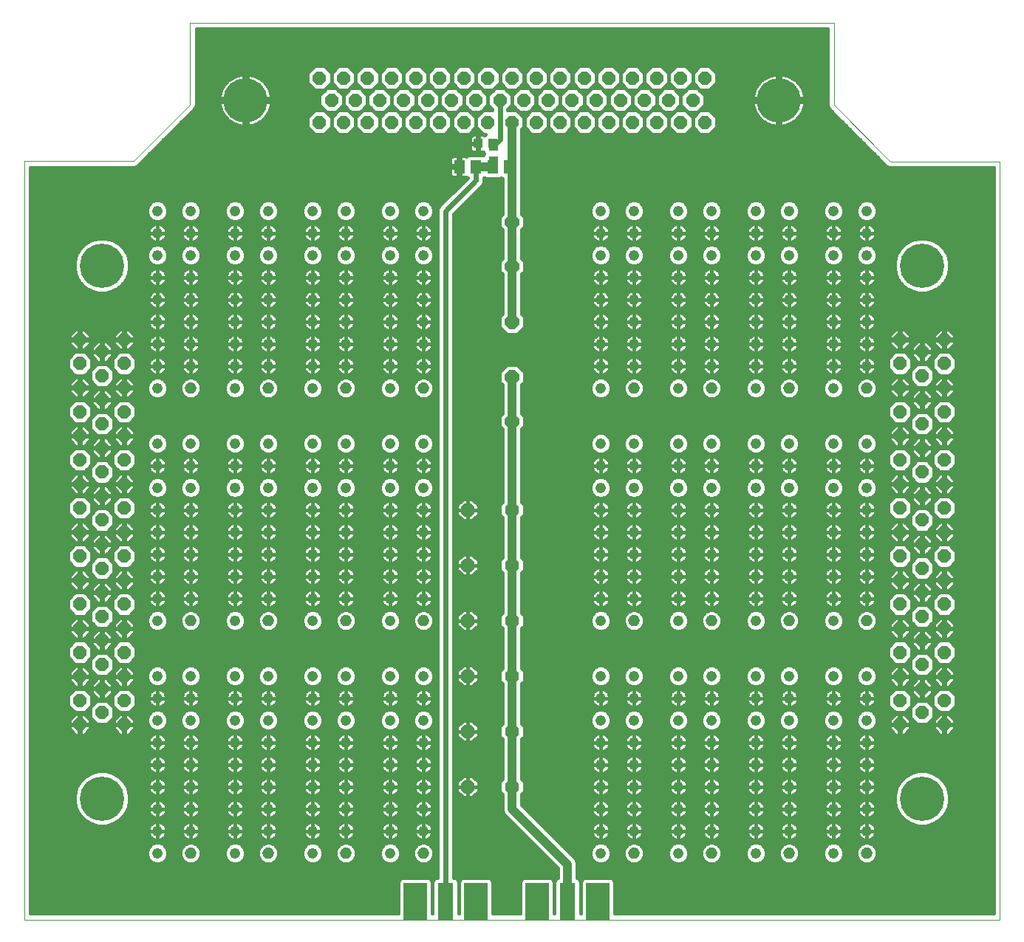
<source format=gbl>
G75*
%MOIN*%
%OFA0B0*%
%FSLAX24Y24*%
%IPPOS*%
%LPD*%
%AMOC8*
5,1,8,0,0,1.08239X$1,22.5*
%
%ADD10C,0.0000*%
%ADD11C,0.0476*%
%ADD12C,0.0050*%
%ADD13OC8,0.0600*%
%ADD14C,0.2000*%
%ADD15R,0.0700X0.1650*%
%ADD16R,0.1050X0.1650*%
%ADD17OC8,0.0650*%
%ADD18R,0.0512X0.0591*%
%ADD19OC8,0.0630*%
%ADD20R,0.0433X0.0394*%
%ADD21R,0.0394X0.0433*%
%ADD22C,0.0400*%
%ADD23C,0.0240*%
%ADD24C,0.0160*%
%ADD25OC8,0.1502*%
D10*
X004180Y003851D02*
X004180Y038101D01*
X009105Y038101D01*
X011655Y040651D01*
X011655Y044351D01*
X040705Y044351D01*
X040705Y040626D01*
X043255Y038076D01*
X048180Y038076D01*
X048180Y003851D01*
X004180Y003851D01*
X020980Y003851D02*
X025380Y003851D01*
X026480Y003851D02*
X030880Y003851D01*
D11*
X030180Y006851D03*
X030180Y007851D03*
X030180Y008851D03*
X030180Y009851D03*
X030180Y010851D03*
X030180Y011851D03*
X030180Y012851D03*
X030180Y013851D03*
X030180Y014851D03*
X031680Y014851D03*
X031680Y013851D03*
X031680Y012851D03*
X031680Y011851D03*
X031680Y010851D03*
X031680Y009851D03*
X031680Y008851D03*
X031680Y007851D03*
X031680Y006851D03*
X033680Y006851D03*
X033680Y007851D03*
X033680Y008851D03*
X033680Y009851D03*
X033680Y010851D03*
X033680Y011851D03*
X033680Y012851D03*
X033680Y013851D03*
X033680Y014851D03*
X035180Y014851D03*
X035180Y013851D03*
X035180Y012851D03*
X035180Y011851D03*
X035180Y010851D03*
X035180Y009851D03*
X035180Y008851D03*
X035180Y007851D03*
X035180Y006851D03*
X037180Y006851D03*
X037180Y007851D03*
X037180Y008851D03*
X037180Y009851D03*
X037180Y010851D03*
X037180Y011851D03*
X037180Y012851D03*
X037180Y013851D03*
X037180Y014851D03*
X038680Y014851D03*
X038680Y013851D03*
X038680Y012851D03*
X038680Y011851D03*
X038680Y010851D03*
X038680Y009851D03*
X038680Y008851D03*
X038680Y007851D03*
X038680Y006851D03*
X040680Y006851D03*
X040680Y007851D03*
X040680Y008851D03*
X040680Y009851D03*
X040680Y010851D03*
X040680Y011851D03*
X040680Y012851D03*
X040680Y013851D03*
X040680Y014851D03*
X042180Y014851D03*
X042180Y013851D03*
X042180Y012851D03*
X042180Y011851D03*
X042180Y010851D03*
X042180Y009851D03*
X042180Y008851D03*
X042180Y007851D03*
X042180Y006851D03*
X042180Y017351D03*
X042180Y018351D03*
X042180Y019351D03*
X042180Y020351D03*
X042180Y021351D03*
X042180Y022351D03*
X042180Y023351D03*
X042180Y024351D03*
X042180Y025351D03*
X040680Y025351D03*
X040680Y024351D03*
X040680Y023351D03*
X040680Y022351D03*
X040680Y021351D03*
X040680Y020351D03*
X040680Y019351D03*
X040680Y018351D03*
X040680Y017351D03*
X038680Y017351D03*
X038680Y018351D03*
X038680Y019351D03*
X038680Y020351D03*
X038680Y021351D03*
X037180Y021351D03*
X037180Y020351D03*
X037180Y019351D03*
X037180Y018351D03*
X037180Y017351D03*
X035180Y017351D03*
X035180Y018351D03*
X035180Y019351D03*
X035180Y020351D03*
X035180Y021351D03*
X035180Y022351D03*
X035180Y023351D03*
X035180Y024351D03*
X035180Y025351D03*
X033680Y025351D03*
X033680Y024351D03*
X033680Y023351D03*
X033680Y022351D03*
X033680Y021351D03*
X033680Y020351D03*
X033680Y019351D03*
X033680Y018351D03*
X033680Y017351D03*
X031680Y017351D03*
X031680Y018351D03*
X031680Y019351D03*
X031680Y020351D03*
X031680Y021351D03*
X031680Y022351D03*
X031680Y023351D03*
X031680Y024351D03*
X031680Y025351D03*
X030180Y025351D03*
X030180Y024351D03*
X030180Y023351D03*
X030180Y022351D03*
X030180Y021351D03*
X030180Y020351D03*
X030180Y019351D03*
X030180Y018351D03*
X030180Y017351D03*
X037180Y022351D03*
X037180Y023351D03*
X037180Y024351D03*
X037180Y025351D03*
X038680Y025351D03*
X038680Y024351D03*
X038680Y023351D03*
X038680Y022351D03*
X038680Y027851D03*
X038680Y028851D03*
X038680Y029851D03*
X038680Y030851D03*
X038680Y031851D03*
X038680Y032851D03*
X038680Y033851D03*
X038680Y034851D03*
X038680Y035851D03*
X037180Y035851D03*
X037180Y034851D03*
X037180Y033851D03*
X037180Y032851D03*
X037180Y031851D03*
X037180Y030851D03*
X037180Y029851D03*
X037180Y028851D03*
X037180Y027851D03*
X035180Y027851D03*
X035180Y028851D03*
X035180Y029851D03*
X035180Y030851D03*
X035180Y031851D03*
X035180Y032851D03*
X035180Y033851D03*
X035180Y034851D03*
X035180Y035851D03*
X033680Y035851D03*
X033680Y034851D03*
X033680Y033851D03*
X033680Y032851D03*
X033680Y031851D03*
X033680Y030851D03*
X033680Y029851D03*
X033680Y028851D03*
X033680Y027851D03*
X031680Y027851D03*
X031680Y028851D03*
X031680Y029851D03*
X031680Y030851D03*
X031680Y031851D03*
X031680Y032851D03*
X031680Y033851D03*
X031680Y034851D03*
X031680Y035851D03*
X030180Y035851D03*
X030180Y034851D03*
X030180Y033851D03*
X030180Y032851D03*
X030180Y031851D03*
X030180Y030851D03*
X030180Y029851D03*
X030180Y028851D03*
X030180Y027851D03*
X022180Y027851D03*
X022180Y028851D03*
X022180Y029851D03*
X022180Y030851D03*
X022180Y031851D03*
X022180Y032851D03*
X022180Y033851D03*
X022180Y034851D03*
X022180Y035851D03*
X020680Y035851D03*
X020680Y034851D03*
X020680Y033851D03*
X020680Y032851D03*
X020680Y031851D03*
X020680Y030851D03*
X020680Y029851D03*
X020680Y028851D03*
X020680Y027851D03*
X018680Y027851D03*
X018680Y028851D03*
X018680Y029851D03*
X018680Y030851D03*
X018680Y031851D03*
X018680Y032851D03*
X018680Y033851D03*
X018680Y034851D03*
X018680Y035851D03*
X017180Y035851D03*
X017180Y034851D03*
X017180Y033851D03*
X017180Y032851D03*
X017180Y031851D03*
X017180Y030851D03*
X017180Y029851D03*
X017180Y028851D03*
X017180Y027851D03*
X015180Y027851D03*
X015180Y028851D03*
X015180Y029851D03*
X015180Y030851D03*
X015180Y031851D03*
X015180Y032851D03*
X015180Y033851D03*
X015180Y034851D03*
X015180Y035851D03*
X013680Y035851D03*
X013680Y034851D03*
X013680Y033851D03*
X013680Y032851D03*
X013680Y031851D03*
X013680Y030851D03*
X013680Y029851D03*
X013680Y028851D03*
X013680Y027851D03*
X011680Y027851D03*
X011680Y028851D03*
X011680Y029851D03*
X011680Y030851D03*
X011680Y031851D03*
X011680Y032851D03*
X011680Y033851D03*
X011680Y034851D03*
X011680Y035851D03*
X010180Y035851D03*
X010180Y034851D03*
X010180Y033851D03*
X010180Y032851D03*
X010180Y031851D03*
X010180Y030851D03*
X010180Y029851D03*
X010180Y028851D03*
X010180Y027851D03*
X010180Y025351D03*
X010180Y024351D03*
X010180Y023351D03*
X010180Y022351D03*
X010180Y021351D03*
X010180Y020351D03*
X010180Y019351D03*
X010180Y018351D03*
X010180Y017351D03*
X011680Y017351D03*
X011680Y018351D03*
X011680Y019351D03*
X011680Y020351D03*
X011680Y021351D03*
X011680Y022351D03*
X011680Y023351D03*
X011680Y024351D03*
X011680Y025351D03*
X013680Y025351D03*
X013680Y024351D03*
X013680Y023351D03*
X013680Y022351D03*
X015180Y022351D03*
X015180Y023351D03*
X015180Y024351D03*
X015180Y025351D03*
X017180Y025351D03*
X017180Y024351D03*
X017180Y023351D03*
X017180Y022351D03*
X017180Y021351D03*
X017180Y020351D03*
X017180Y019351D03*
X017180Y018351D03*
X017180Y017351D03*
X018680Y017351D03*
X018680Y018351D03*
X018680Y019351D03*
X018680Y020351D03*
X018680Y021351D03*
X018680Y022351D03*
X018680Y023351D03*
X018680Y024351D03*
X018680Y025351D03*
X020680Y025351D03*
X020680Y024351D03*
X020680Y023351D03*
X020680Y022351D03*
X020680Y021351D03*
X020680Y020351D03*
X020680Y019351D03*
X020680Y018351D03*
X020680Y017351D03*
X022180Y017351D03*
X022180Y018351D03*
X022180Y019351D03*
X022180Y020351D03*
X022180Y021351D03*
X022180Y022351D03*
X022180Y023351D03*
X022180Y024351D03*
X022180Y025351D03*
X015180Y021351D03*
X015180Y020351D03*
X015180Y019351D03*
X015180Y018351D03*
X015180Y017351D03*
X013680Y017351D03*
X013680Y018351D03*
X013680Y019351D03*
X013680Y020351D03*
X013680Y021351D03*
X013680Y014851D03*
X013680Y013851D03*
X013680Y012851D03*
X013680Y011851D03*
X013680Y010851D03*
X013680Y009851D03*
X013680Y008851D03*
X013680Y007851D03*
X013680Y006851D03*
X015180Y006851D03*
X015180Y007851D03*
X015180Y008851D03*
X015180Y009851D03*
X015180Y010851D03*
X015180Y011851D03*
X015180Y012851D03*
X015180Y013851D03*
X015180Y014851D03*
X017180Y014851D03*
X017180Y013851D03*
X017180Y012851D03*
X017180Y011851D03*
X017180Y010851D03*
X017180Y009851D03*
X017180Y008851D03*
X017180Y007851D03*
X017180Y006851D03*
X018680Y006851D03*
X018680Y007851D03*
X018680Y008851D03*
X018680Y009851D03*
X018680Y010851D03*
X018680Y011851D03*
X018680Y012851D03*
X018680Y013851D03*
X018680Y014851D03*
X020680Y014851D03*
X020680Y013851D03*
X020680Y012851D03*
X020680Y011851D03*
X020680Y010851D03*
X020680Y009851D03*
X020680Y008851D03*
X020680Y007851D03*
X020680Y006851D03*
X022180Y006851D03*
X022180Y007851D03*
X022180Y008851D03*
X022180Y009851D03*
X022180Y010851D03*
X022180Y011851D03*
X022180Y012851D03*
X022180Y013851D03*
X022180Y014851D03*
X011680Y014851D03*
X011680Y013851D03*
X011680Y012851D03*
X011680Y011851D03*
X011680Y010851D03*
X011680Y009851D03*
X011680Y008851D03*
X011680Y007851D03*
X011680Y006851D03*
X010180Y006851D03*
X010180Y007851D03*
X010180Y008851D03*
X010180Y009851D03*
X010180Y010851D03*
X010180Y011851D03*
X010180Y012851D03*
X010180Y013851D03*
X010180Y014851D03*
X040680Y027851D03*
X040680Y028851D03*
X040680Y029851D03*
X040680Y030851D03*
X040680Y031851D03*
X040680Y032851D03*
X040680Y033851D03*
X040680Y034851D03*
X040680Y035851D03*
X042180Y035851D03*
X042180Y034851D03*
X042180Y033851D03*
X042180Y032851D03*
X042180Y031851D03*
X042180Y030851D03*
X042180Y029851D03*
X042180Y028851D03*
X042180Y027851D03*
D12*
X041956Y027851D02*
X041958Y027880D01*
X041964Y027909D01*
X041973Y027937D01*
X041986Y027963D01*
X042002Y027987D01*
X042022Y028009D01*
X042044Y028029D01*
X042068Y028045D01*
X042094Y028058D01*
X042122Y028067D01*
X042151Y028073D01*
X042180Y028075D01*
X042209Y028073D01*
X042238Y028067D01*
X042266Y028058D01*
X042292Y028045D01*
X042316Y028029D01*
X042338Y028009D01*
X042358Y027987D01*
X042374Y027963D01*
X042387Y027937D01*
X042396Y027909D01*
X042402Y027880D01*
X042404Y027851D01*
X042402Y027822D01*
X042396Y027793D01*
X042387Y027765D01*
X042374Y027739D01*
X042358Y027715D01*
X042338Y027693D01*
X042316Y027673D01*
X042292Y027657D01*
X042266Y027644D01*
X042238Y027635D01*
X042209Y027629D01*
X042180Y027627D01*
X042151Y027629D01*
X042122Y027635D01*
X042094Y027644D01*
X042068Y027657D01*
X042044Y027673D01*
X042022Y027693D01*
X042002Y027715D01*
X041986Y027739D01*
X041973Y027765D01*
X041964Y027793D01*
X041958Y027822D01*
X041956Y027851D01*
X038456Y027851D02*
X038458Y027880D01*
X038464Y027909D01*
X038473Y027937D01*
X038486Y027963D01*
X038502Y027987D01*
X038522Y028009D01*
X038544Y028029D01*
X038568Y028045D01*
X038594Y028058D01*
X038622Y028067D01*
X038651Y028073D01*
X038680Y028075D01*
X038709Y028073D01*
X038738Y028067D01*
X038766Y028058D01*
X038792Y028045D01*
X038816Y028029D01*
X038838Y028009D01*
X038858Y027987D01*
X038874Y027963D01*
X038887Y027937D01*
X038896Y027909D01*
X038902Y027880D01*
X038904Y027851D01*
X038902Y027822D01*
X038896Y027793D01*
X038887Y027765D01*
X038874Y027739D01*
X038858Y027715D01*
X038838Y027693D01*
X038816Y027673D01*
X038792Y027657D01*
X038766Y027644D01*
X038738Y027635D01*
X038709Y027629D01*
X038680Y027627D01*
X038651Y027629D01*
X038622Y027635D01*
X038594Y027644D01*
X038568Y027657D01*
X038544Y027673D01*
X038522Y027693D01*
X038502Y027715D01*
X038486Y027739D01*
X038473Y027765D01*
X038464Y027793D01*
X038458Y027822D01*
X038456Y027851D01*
X034956Y027851D02*
X034958Y027880D01*
X034964Y027909D01*
X034973Y027937D01*
X034986Y027963D01*
X035002Y027987D01*
X035022Y028009D01*
X035044Y028029D01*
X035068Y028045D01*
X035094Y028058D01*
X035122Y028067D01*
X035151Y028073D01*
X035180Y028075D01*
X035209Y028073D01*
X035238Y028067D01*
X035266Y028058D01*
X035292Y028045D01*
X035316Y028029D01*
X035338Y028009D01*
X035358Y027987D01*
X035374Y027963D01*
X035387Y027937D01*
X035396Y027909D01*
X035402Y027880D01*
X035404Y027851D01*
X035402Y027822D01*
X035396Y027793D01*
X035387Y027765D01*
X035374Y027739D01*
X035358Y027715D01*
X035338Y027693D01*
X035316Y027673D01*
X035292Y027657D01*
X035266Y027644D01*
X035238Y027635D01*
X035209Y027629D01*
X035180Y027627D01*
X035151Y027629D01*
X035122Y027635D01*
X035094Y027644D01*
X035068Y027657D01*
X035044Y027673D01*
X035022Y027693D01*
X035002Y027715D01*
X034986Y027739D01*
X034973Y027765D01*
X034964Y027793D01*
X034958Y027822D01*
X034956Y027851D01*
X031456Y027851D02*
X031458Y027880D01*
X031464Y027909D01*
X031473Y027937D01*
X031486Y027963D01*
X031502Y027987D01*
X031522Y028009D01*
X031544Y028029D01*
X031568Y028045D01*
X031594Y028058D01*
X031622Y028067D01*
X031651Y028073D01*
X031680Y028075D01*
X031709Y028073D01*
X031738Y028067D01*
X031766Y028058D01*
X031792Y028045D01*
X031816Y028029D01*
X031838Y028009D01*
X031858Y027987D01*
X031874Y027963D01*
X031887Y027937D01*
X031896Y027909D01*
X031902Y027880D01*
X031904Y027851D01*
X031902Y027822D01*
X031896Y027793D01*
X031887Y027765D01*
X031874Y027739D01*
X031858Y027715D01*
X031838Y027693D01*
X031816Y027673D01*
X031792Y027657D01*
X031766Y027644D01*
X031738Y027635D01*
X031709Y027629D01*
X031680Y027627D01*
X031651Y027629D01*
X031622Y027635D01*
X031594Y027644D01*
X031568Y027657D01*
X031544Y027673D01*
X031522Y027693D01*
X031502Y027715D01*
X031486Y027739D01*
X031473Y027765D01*
X031464Y027793D01*
X031458Y027822D01*
X031456Y027851D01*
X021956Y027851D02*
X021958Y027880D01*
X021964Y027909D01*
X021973Y027937D01*
X021986Y027963D01*
X022002Y027987D01*
X022022Y028009D01*
X022044Y028029D01*
X022068Y028045D01*
X022094Y028058D01*
X022122Y028067D01*
X022151Y028073D01*
X022180Y028075D01*
X022209Y028073D01*
X022238Y028067D01*
X022266Y028058D01*
X022292Y028045D01*
X022316Y028029D01*
X022338Y028009D01*
X022358Y027987D01*
X022374Y027963D01*
X022387Y027937D01*
X022396Y027909D01*
X022402Y027880D01*
X022404Y027851D01*
X022402Y027822D01*
X022396Y027793D01*
X022387Y027765D01*
X022374Y027739D01*
X022358Y027715D01*
X022338Y027693D01*
X022316Y027673D01*
X022292Y027657D01*
X022266Y027644D01*
X022238Y027635D01*
X022209Y027629D01*
X022180Y027627D01*
X022151Y027629D01*
X022122Y027635D01*
X022094Y027644D01*
X022068Y027657D01*
X022044Y027673D01*
X022022Y027693D01*
X022002Y027715D01*
X021986Y027739D01*
X021973Y027765D01*
X021964Y027793D01*
X021958Y027822D01*
X021956Y027851D01*
X018456Y027851D02*
X018458Y027880D01*
X018464Y027909D01*
X018473Y027937D01*
X018486Y027963D01*
X018502Y027987D01*
X018522Y028009D01*
X018544Y028029D01*
X018568Y028045D01*
X018594Y028058D01*
X018622Y028067D01*
X018651Y028073D01*
X018680Y028075D01*
X018709Y028073D01*
X018738Y028067D01*
X018766Y028058D01*
X018792Y028045D01*
X018816Y028029D01*
X018838Y028009D01*
X018858Y027987D01*
X018874Y027963D01*
X018887Y027937D01*
X018896Y027909D01*
X018902Y027880D01*
X018904Y027851D01*
X018902Y027822D01*
X018896Y027793D01*
X018887Y027765D01*
X018874Y027739D01*
X018858Y027715D01*
X018838Y027693D01*
X018816Y027673D01*
X018792Y027657D01*
X018766Y027644D01*
X018738Y027635D01*
X018709Y027629D01*
X018680Y027627D01*
X018651Y027629D01*
X018622Y027635D01*
X018594Y027644D01*
X018568Y027657D01*
X018544Y027673D01*
X018522Y027693D01*
X018502Y027715D01*
X018486Y027739D01*
X018473Y027765D01*
X018464Y027793D01*
X018458Y027822D01*
X018456Y027851D01*
X014956Y027851D02*
X014958Y027880D01*
X014964Y027909D01*
X014973Y027937D01*
X014986Y027963D01*
X015002Y027987D01*
X015022Y028009D01*
X015044Y028029D01*
X015068Y028045D01*
X015094Y028058D01*
X015122Y028067D01*
X015151Y028073D01*
X015180Y028075D01*
X015209Y028073D01*
X015238Y028067D01*
X015266Y028058D01*
X015292Y028045D01*
X015316Y028029D01*
X015338Y028009D01*
X015358Y027987D01*
X015374Y027963D01*
X015387Y027937D01*
X015396Y027909D01*
X015402Y027880D01*
X015404Y027851D01*
X015402Y027822D01*
X015396Y027793D01*
X015387Y027765D01*
X015374Y027739D01*
X015358Y027715D01*
X015338Y027693D01*
X015316Y027673D01*
X015292Y027657D01*
X015266Y027644D01*
X015238Y027635D01*
X015209Y027629D01*
X015180Y027627D01*
X015151Y027629D01*
X015122Y027635D01*
X015094Y027644D01*
X015068Y027657D01*
X015044Y027673D01*
X015022Y027693D01*
X015002Y027715D01*
X014986Y027739D01*
X014973Y027765D01*
X014964Y027793D01*
X014958Y027822D01*
X014956Y027851D01*
X011456Y027851D02*
X011458Y027880D01*
X011464Y027909D01*
X011473Y027937D01*
X011486Y027963D01*
X011502Y027987D01*
X011522Y028009D01*
X011544Y028029D01*
X011568Y028045D01*
X011594Y028058D01*
X011622Y028067D01*
X011651Y028073D01*
X011680Y028075D01*
X011709Y028073D01*
X011738Y028067D01*
X011766Y028058D01*
X011792Y028045D01*
X011816Y028029D01*
X011838Y028009D01*
X011858Y027987D01*
X011874Y027963D01*
X011887Y027937D01*
X011896Y027909D01*
X011902Y027880D01*
X011904Y027851D01*
X011902Y027822D01*
X011896Y027793D01*
X011887Y027765D01*
X011874Y027739D01*
X011858Y027715D01*
X011838Y027693D01*
X011816Y027673D01*
X011792Y027657D01*
X011766Y027644D01*
X011738Y027635D01*
X011709Y027629D01*
X011680Y027627D01*
X011651Y027629D01*
X011622Y027635D01*
X011594Y027644D01*
X011568Y027657D01*
X011544Y027673D01*
X011522Y027693D01*
X011502Y027715D01*
X011486Y027739D01*
X011473Y027765D01*
X011464Y027793D01*
X011458Y027822D01*
X011456Y027851D01*
X011456Y017351D02*
X011458Y017380D01*
X011464Y017409D01*
X011473Y017437D01*
X011486Y017463D01*
X011502Y017487D01*
X011522Y017509D01*
X011544Y017529D01*
X011568Y017545D01*
X011594Y017558D01*
X011622Y017567D01*
X011651Y017573D01*
X011680Y017575D01*
X011709Y017573D01*
X011738Y017567D01*
X011766Y017558D01*
X011792Y017545D01*
X011816Y017529D01*
X011838Y017509D01*
X011858Y017487D01*
X011874Y017463D01*
X011887Y017437D01*
X011896Y017409D01*
X011902Y017380D01*
X011904Y017351D01*
X011902Y017322D01*
X011896Y017293D01*
X011887Y017265D01*
X011874Y017239D01*
X011858Y017215D01*
X011838Y017193D01*
X011816Y017173D01*
X011792Y017157D01*
X011766Y017144D01*
X011738Y017135D01*
X011709Y017129D01*
X011680Y017127D01*
X011651Y017129D01*
X011622Y017135D01*
X011594Y017144D01*
X011568Y017157D01*
X011544Y017173D01*
X011522Y017193D01*
X011502Y017215D01*
X011486Y017239D01*
X011473Y017265D01*
X011464Y017293D01*
X011458Y017322D01*
X011456Y017351D01*
X014956Y017351D02*
X014958Y017380D01*
X014964Y017409D01*
X014973Y017437D01*
X014986Y017463D01*
X015002Y017487D01*
X015022Y017509D01*
X015044Y017529D01*
X015068Y017545D01*
X015094Y017558D01*
X015122Y017567D01*
X015151Y017573D01*
X015180Y017575D01*
X015209Y017573D01*
X015238Y017567D01*
X015266Y017558D01*
X015292Y017545D01*
X015316Y017529D01*
X015338Y017509D01*
X015358Y017487D01*
X015374Y017463D01*
X015387Y017437D01*
X015396Y017409D01*
X015402Y017380D01*
X015404Y017351D01*
X015402Y017322D01*
X015396Y017293D01*
X015387Y017265D01*
X015374Y017239D01*
X015358Y017215D01*
X015338Y017193D01*
X015316Y017173D01*
X015292Y017157D01*
X015266Y017144D01*
X015238Y017135D01*
X015209Y017129D01*
X015180Y017127D01*
X015151Y017129D01*
X015122Y017135D01*
X015094Y017144D01*
X015068Y017157D01*
X015044Y017173D01*
X015022Y017193D01*
X015002Y017215D01*
X014986Y017239D01*
X014973Y017265D01*
X014964Y017293D01*
X014958Y017322D01*
X014956Y017351D01*
X018456Y017351D02*
X018458Y017380D01*
X018464Y017409D01*
X018473Y017437D01*
X018486Y017463D01*
X018502Y017487D01*
X018522Y017509D01*
X018544Y017529D01*
X018568Y017545D01*
X018594Y017558D01*
X018622Y017567D01*
X018651Y017573D01*
X018680Y017575D01*
X018709Y017573D01*
X018738Y017567D01*
X018766Y017558D01*
X018792Y017545D01*
X018816Y017529D01*
X018838Y017509D01*
X018858Y017487D01*
X018874Y017463D01*
X018887Y017437D01*
X018896Y017409D01*
X018902Y017380D01*
X018904Y017351D01*
X018902Y017322D01*
X018896Y017293D01*
X018887Y017265D01*
X018874Y017239D01*
X018858Y017215D01*
X018838Y017193D01*
X018816Y017173D01*
X018792Y017157D01*
X018766Y017144D01*
X018738Y017135D01*
X018709Y017129D01*
X018680Y017127D01*
X018651Y017129D01*
X018622Y017135D01*
X018594Y017144D01*
X018568Y017157D01*
X018544Y017173D01*
X018522Y017193D01*
X018502Y017215D01*
X018486Y017239D01*
X018473Y017265D01*
X018464Y017293D01*
X018458Y017322D01*
X018456Y017351D01*
X021956Y017351D02*
X021958Y017380D01*
X021964Y017409D01*
X021973Y017437D01*
X021986Y017463D01*
X022002Y017487D01*
X022022Y017509D01*
X022044Y017529D01*
X022068Y017545D01*
X022094Y017558D01*
X022122Y017567D01*
X022151Y017573D01*
X022180Y017575D01*
X022209Y017573D01*
X022238Y017567D01*
X022266Y017558D01*
X022292Y017545D01*
X022316Y017529D01*
X022338Y017509D01*
X022358Y017487D01*
X022374Y017463D01*
X022387Y017437D01*
X022396Y017409D01*
X022402Y017380D01*
X022404Y017351D01*
X022402Y017322D01*
X022396Y017293D01*
X022387Y017265D01*
X022374Y017239D01*
X022358Y017215D01*
X022338Y017193D01*
X022316Y017173D01*
X022292Y017157D01*
X022266Y017144D01*
X022238Y017135D01*
X022209Y017129D01*
X022180Y017127D01*
X022151Y017129D01*
X022122Y017135D01*
X022094Y017144D01*
X022068Y017157D01*
X022044Y017173D01*
X022022Y017193D01*
X022002Y017215D01*
X021986Y017239D01*
X021973Y017265D01*
X021964Y017293D01*
X021958Y017322D01*
X021956Y017351D01*
X031456Y017351D02*
X031458Y017380D01*
X031464Y017409D01*
X031473Y017437D01*
X031486Y017463D01*
X031502Y017487D01*
X031522Y017509D01*
X031544Y017529D01*
X031568Y017545D01*
X031594Y017558D01*
X031622Y017567D01*
X031651Y017573D01*
X031680Y017575D01*
X031709Y017573D01*
X031738Y017567D01*
X031766Y017558D01*
X031792Y017545D01*
X031816Y017529D01*
X031838Y017509D01*
X031858Y017487D01*
X031874Y017463D01*
X031887Y017437D01*
X031896Y017409D01*
X031902Y017380D01*
X031904Y017351D01*
X031902Y017322D01*
X031896Y017293D01*
X031887Y017265D01*
X031874Y017239D01*
X031858Y017215D01*
X031838Y017193D01*
X031816Y017173D01*
X031792Y017157D01*
X031766Y017144D01*
X031738Y017135D01*
X031709Y017129D01*
X031680Y017127D01*
X031651Y017129D01*
X031622Y017135D01*
X031594Y017144D01*
X031568Y017157D01*
X031544Y017173D01*
X031522Y017193D01*
X031502Y017215D01*
X031486Y017239D01*
X031473Y017265D01*
X031464Y017293D01*
X031458Y017322D01*
X031456Y017351D01*
X034956Y017351D02*
X034958Y017380D01*
X034964Y017409D01*
X034973Y017437D01*
X034986Y017463D01*
X035002Y017487D01*
X035022Y017509D01*
X035044Y017529D01*
X035068Y017545D01*
X035094Y017558D01*
X035122Y017567D01*
X035151Y017573D01*
X035180Y017575D01*
X035209Y017573D01*
X035238Y017567D01*
X035266Y017558D01*
X035292Y017545D01*
X035316Y017529D01*
X035338Y017509D01*
X035358Y017487D01*
X035374Y017463D01*
X035387Y017437D01*
X035396Y017409D01*
X035402Y017380D01*
X035404Y017351D01*
X035402Y017322D01*
X035396Y017293D01*
X035387Y017265D01*
X035374Y017239D01*
X035358Y017215D01*
X035338Y017193D01*
X035316Y017173D01*
X035292Y017157D01*
X035266Y017144D01*
X035238Y017135D01*
X035209Y017129D01*
X035180Y017127D01*
X035151Y017129D01*
X035122Y017135D01*
X035094Y017144D01*
X035068Y017157D01*
X035044Y017173D01*
X035022Y017193D01*
X035002Y017215D01*
X034986Y017239D01*
X034973Y017265D01*
X034964Y017293D01*
X034958Y017322D01*
X034956Y017351D01*
X038456Y017351D02*
X038458Y017380D01*
X038464Y017409D01*
X038473Y017437D01*
X038486Y017463D01*
X038502Y017487D01*
X038522Y017509D01*
X038544Y017529D01*
X038568Y017545D01*
X038594Y017558D01*
X038622Y017567D01*
X038651Y017573D01*
X038680Y017575D01*
X038709Y017573D01*
X038738Y017567D01*
X038766Y017558D01*
X038792Y017545D01*
X038816Y017529D01*
X038838Y017509D01*
X038858Y017487D01*
X038874Y017463D01*
X038887Y017437D01*
X038896Y017409D01*
X038902Y017380D01*
X038904Y017351D01*
X038902Y017322D01*
X038896Y017293D01*
X038887Y017265D01*
X038874Y017239D01*
X038858Y017215D01*
X038838Y017193D01*
X038816Y017173D01*
X038792Y017157D01*
X038766Y017144D01*
X038738Y017135D01*
X038709Y017129D01*
X038680Y017127D01*
X038651Y017129D01*
X038622Y017135D01*
X038594Y017144D01*
X038568Y017157D01*
X038544Y017173D01*
X038522Y017193D01*
X038502Y017215D01*
X038486Y017239D01*
X038473Y017265D01*
X038464Y017293D01*
X038458Y017322D01*
X038456Y017351D01*
X041956Y017351D02*
X041958Y017380D01*
X041964Y017409D01*
X041973Y017437D01*
X041986Y017463D01*
X042002Y017487D01*
X042022Y017509D01*
X042044Y017529D01*
X042068Y017545D01*
X042094Y017558D01*
X042122Y017567D01*
X042151Y017573D01*
X042180Y017575D01*
X042209Y017573D01*
X042238Y017567D01*
X042266Y017558D01*
X042292Y017545D01*
X042316Y017529D01*
X042338Y017509D01*
X042358Y017487D01*
X042374Y017463D01*
X042387Y017437D01*
X042396Y017409D01*
X042402Y017380D01*
X042404Y017351D01*
X042402Y017322D01*
X042396Y017293D01*
X042387Y017265D01*
X042374Y017239D01*
X042358Y017215D01*
X042338Y017193D01*
X042316Y017173D01*
X042292Y017157D01*
X042266Y017144D01*
X042238Y017135D01*
X042209Y017129D01*
X042180Y017127D01*
X042151Y017129D01*
X042122Y017135D01*
X042094Y017144D01*
X042068Y017157D01*
X042044Y017173D01*
X042022Y017193D01*
X042002Y017215D01*
X041986Y017239D01*
X041973Y017265D01*
X041964Y017293D01*
X041958Y017322D01*
X041956Y017351D01*
X041956Y006851D02*
X041958Y006880D01*
X041964Y006909D01*
X041973Y006937D01*
X041986Y006963D01*
X042002Y006987D01*
X042022Y007009D01*
X042044Y007029D01*
X042068Y007045D01*
X042094Y007058D01*
X042122Y007067D01*
X042151Y007073D01*
X042180Y007075D01*
X042209Y007073D01*
X042238Y007067D01*
X042266Y007058D01*
X042292Y007045D01*
X042316Y007029D01*
X042338Y007009D01*
X042358Y006987D01*
X042374Y006963D01*
X042387Y006937D01*
X042396Y006909D01*
X042402Y006880D01*
X042404Y006851D01*
X042402Y006822D01*
X042396Y006793D01*
X042387Y006765D01*
X042374Y006739D01*
X042358Y006715D01*
X042338Y006693D01*
X042316Y006673D01*
X042292Y006657D01*
X042266Y006644D01*
X042238Y006635D01*
X042209Y006629D01*
X042180Y006627D01*
X042151Y006629D01*
X042122Y006635D01*
X042094Y006644D01*
X042068Y006657D01*
X042044Y006673D01*
X042022Y006693D01*
X042002Y006715D01*
X041986Y006739D01*
X041973Y006765D01*
X041964Y006793D01*
X041958Y006822D01*
X041956Y006851D01*
X038456Y006851D02*
X038458Y006880D01*
X038464Y006909D01*
X038473Y006937D01*
X038486Y006963D01*
X038502Y006987D01*
X038522Y007009D01*
X038544Y007029D01*
X038568Y007045D01*
X038594Y007058D01*
X038622Y007067D01*
X038651Y007073D01*
X038680Y007075D01*
X038709Y007073D01*
X038738Y007067D01*
X038766Y007058D01*
X038792Y007045D01*
X038816Y007029D01*
X038838Y007009D01*
X038858Y006987D01*
X038874Y006963D01*
X038887Y006937D01*
X038896Y006909D01*
X038902Y006880D01*
X038904Y006851D01*
X038902Y006822D01*
X038896Y006793D01*
X038887Y006765D01*
X038874Y006739D01*
X038858Y006715D01*
X038838Y006693D01*
X038816Y006673D01*
X038792Y006657D01*
X038766Y006644D01*
X038738Y006635D01*
X038709Y006629D01*
X038680Y006627D01*
X038651Y006629D01*
X038622Y006635D01*
X038594Y006644D01*
X038568Y006657D01*
X038544Y006673D01*
X038522Y006693D01*
X038502Y006715D01*
X038486Y006739D01*
X038473Y006765D01*
X038464Y006793D01*
X038458Y006822D01*
X038456Y006851D01*
X034956Y006851D02*
X034958Y006880D01*
X034964Y006909D01*
X034973Y006937D01*
X034986Y006963D01*
X035002Y006987D01*
X035022Y007009D01*
X035044Y007029D01*
X035068Y007045D01*
X035094Y007058D01*
X035122Y007067D01*
X035151Y007073D01*
X035180Y007075D01*
X035209Y007073D01*
X035238Y007067D01*
X035266Y007058D01*
X035292Y007045D01*
X035316Y007029D01*
X035338Y007009D01*
X035358Y006987D01*
X035374Y006963D01*
X035387Y006937D01*
X035396Y006909D01*
X035402Y006880D01*
X035404Y006851D01*
X035402Y006822D01*
X035396Y006793D01*
X035387Y006765D01*
X035374Y006739D01*
X035358Y006715D01*
X035338Y006693D01*
X035316Y006673D01*
X035292Y006657D01*
X035266Y006644D01*
X035238Y006635D01*
X035209Y006629D01*
X035180Y006627D01*
X035151Y006629D01*
X035122Y006635D01*
X035094Y006644D01*
X035068Y006657D01*
X035044Y006673D01*
X035022Y006693D01*
X035002Y006715D01*
X034986Y006739D01*
X034973Y006765D01*
X034964Y006793D01*
X034958Y006822D01*
X034956Y006851D01*
X031456Y006851D02*
X031458Y006880D01*
X031464Y006909D01*
X031473Y006937D01*
X031486Y006963D01*
X031502Y006987D01*
X031522Y007009D01*
X031544Y007029D01*
X031568Y007045D01*
X031594Y007058D01*
X031622Y007067D01*
X031651Y007073D01*
X031680Y007075D01*
X031709Y007073D01*
X031738Y007067D01*
X031766Y007058D01*
X031792Y007045D01*
X031816Y007029D01*
X031838Y007009D01*
X031858Y006987D01*
X031874Y006963D01*
X031887Y006937D01*
X031896Y006909D01*
X031902Y006880D01*
X031904Y006851D01*
X031902Y006822D01*
X031896Y006793D01*
X031887Y006765D01*
X031874Y006739D01*
X031858Y006715D01*
X031838Y006693D01*
X031816Y006673D01*
X031792Y006657D01*
X031766Y006644D01*
X031738Y006635D01*
X031709Y006629D01*
X031680Y006627D01*
X031651Y006629D01*
X031622Y006635D01*
X031594Y006644D01*
X031568Y006657D01*
X031544Y006673D01*
X031522Y006693D01*
X031502Y006715D01*
X031486Y006739D01*
X031473Y006765D01*
X031464Y006793D01*
X031458Y006822D01*
X031456Y006851D01*
X021956Y006851D02*
X021958Y006880D01*
X021964Y006909D01*
X021973Y006937D01*
X021986Y006963D01*
X022002Y006987D01*
X022022Y007009D01*
X022044Y007029D01*
X022068Y007045D01*
X022094Y007058D01*
X022122Y007067D01*
X022151Y007073D01*
X022180Y007075D01*
X022209Y007073D01*
X022238Y007067D01*
X022266Y007058D01*
X022292Y007045D01*
X022316Y007029D01*
X022338Y007009D01*
X022358Y006987D01*
X022374Y006963D01*
X022387Y006937D01*
X022396Y006909D01*
X022402Y006880D01*
X022404Y006851D01*
X022402Y006822D01*
X022396Y006793D01*
X022387Y006765D01*
X022374Y006739D01*
X022358Y006715D01*
X022338Y006693D01*
X022316Y006673D01*
X022292Y006657D01*
X022266Y006644D01*
X022238Y006635D01*
X022209Y006629D01*
X022180Y006627D01*
X022151Y006629D01*
X022122Y006635D01*
X022094Y006644D01*
X022068Y006657D01*
X022044Y006673D01*
X022022Y006693D01*
X022002Y006715D01*
X021986Y006739D01*
X021973Y006765D01*
X021964Y006793D01*
X021958Y006822D01*
X021956Y006851D01*
X018456Y006851D02*
X018458Y006880D01*
X018464Y006909D01*
X018473Y006937D01*
X018486Y006963D01*
X018502Y006987D01*
X018522Y007009D01*
X018544Y007029D01*
X018568Y007045D01*
X018594Y007058D01*
X018622Y007067D01*
X018651Y007073D01*
X018680Y007075D01*
X018709Y007073D01*
X018738Y007067D01*
X018766Y007058D01*
X018792Y007045D01*
X018816Y007029D01*
X018838Y007009D01*
X018858Y006987D01*
X018874Y006963D01*
X018887Y006937D01*
X018896Y006909D01*
X018902Y006880D01*
X018904Y006851D01*
X018902Y006822D01*
X018896Y006793D01*
X018887Y006765D01*
X018874Y006739D01*
X018858Y006715D01*
X018838Y006693D01*
X018816Y006673D01*
X018792Y006657D01*
X018766Y006644D01*
X018738Y006635D01*
X018709Y006629D01*
X018680Y006627D01*
X018651Y006629D01*
X018622Y006635D01*
X018594Y006644D01*
X018568Y006657D01*
X018544Y006673D01*
X018522Y006693D01*
X018502Y006715D01*
X018486Y006739D01*
X018473Y006765D01*
X018464Y006793D01*
X018458Y006822D01*
X018456Y006851D01*
X014956Y006851D02*
X014958Y006880D01*
X014964Y006909D01*
X014973Y006937D01*
X014986Y006963D01*
X015002Y006987D01*
X015022Y007009D01*
X015044Y007029D01*
X015068Y007045D01*
X015094Y007058D01*
X015122Y007067D01*
X015151Y007073D01*
X015180Y007075D01*
X015209Y007073D01*
X015238Y007067D01*
X015266Y007058D01*
X015292Y007045D01*
X015316Y007029D01*
X015338Y007009D01*
X015358Y006987D01*
X015374Y006963D01*
X015387Y006937D01*
X015396Y006909D01*
X015402Y006880D01*
X015404Y006851D01*
X015402Y006822D01*
X015396Y006793D01*
X015387Y006765D01*
X015374Y006739D01*
X015358Y006715D01*
X015338Y006693D01*
X015316Y006673D01*
X015292Y006657D01*
X015266Y006644D01*
X015238Y006635D01*
X015209Y006629D01*
X015180Y006627D01*
X015151Y006629D01*
X015122Y006635D01*
X015094Y006644D01*
X015068Y006657D01*
X015044Y006673D01*
X015022Y006693D01*
X015002Y006715D01*
X014986Y006739D01*
X014973Y006765D01*
X014964Y006793D01*
X014958Y006822D01*
X014956Y006851D01*
X011456Y006851D02*
X011458Y006880D01*
X011464Y006909D01*
X011473Y006937D01*
X011486Y006963D01*
X011502Y006987D01*
X011522Y007009D01*
X011544Y007029D01*
X011568Y007045D01*
X011594Y007058D01*
X011622Y007067D01*
X011651Y007073D01*
X011680Y007075D01*
X011709Y007073D01*
X011738Y007067D01*
X011766Y007058D01*
X011792Y007045D01*
X011816Y007029D01*
X011838Y007009D01*
X011858Y006987D01*
X011874Y006963D01*
X011887Y006937D01*
X011896Y006909D01*
X011902Y006880D01*
X011904Y006851D01*
X011902Y006822D01*
X011896Y006793D01*
X011887Y006765D01*
X011874Y006739D01*
X011858Y006715D01*
X011838Y006693D01*
X011816Y006673D01*
X011792Y006657D01*
X011766Y006644D01*
X011738Y006635D01*
X011709Y006629D01*
X011680Y006627D01*
X011651Y006629D01*
X011622Y006635D01*
X011594Y006644D01*
X011568Y006657D01*
X011544Y006673D01*
X011522Y006693D01*
X011502Y006715D01*
X011486Y006739D01*
X011473Y006765D01*
X011464Y006793D01*
X011458Y006822D01*
X011456Y006851D01*
D13*
X008680Y012661D03*
X008680Y013741D03*
X008680Y014831D03*
X008680Y015921D03*
X007680Y016461D03*
X007680Y015371D03*
X007680Y014281D03*
X007680Y013201D03*
X006680Y013741D03*
X006680Y012661D03*
X006680Y014831D03*
X006680Y015921D03*
X006680Y017001D03*
X006680Y018091D03*
X006680Y019181D03*
X006680Y020261D03*
X006680Y021351D03*
X007680Y021891D03*
X007680Y022981D03*
X007680Y024061D03*
X007680Y025151D03*
X006680Y024611D03*
X006680Y025701D03*
X007680Y026241D03*
X007680Y027331D03*
X007680Y028411D03*
X007680Y029501D03*
X006680Y030041D03*
X006680Y028961D03*
X006680Y027871D03*
X006680Y026781D03*
X008680Y026781D03*
X008680Y027871D03*
X008680Y028961D03*
X008680Y030041D03*
X008680Y025701D03*
X008680Y024611D03*
X008680Y023521D03*
X008680Y022441D03*
X008680Y021351D03*
X008680Y020261D03*
X008680Y019181D03*
X008680Y018091D03*
X008680Y017001D03*
X007680Y017541D03*
X007680Y018631D03*
X007680Y019721D03*
X007680Y020801D03*
X006680Y022441D03*
X006680Y023521D03*
X017490Y039851D03*
X018570Y039851D03*
X019660Y039851D03*
X020750Y039851D03*
X021830Y039851D03*
X022920Y039851D03*
X024010Y039851D03*
X025090Y039851D03*
X024550Y040851D03*
X025630Y040851D03*
X025090Y041851D03*
X024010Y041851D03*
X022920Y041851D03*
X021830Y041851D03*
X020750Y041851D03*
X019660Y041851D03*
X018570Y041851D03*
X017490Y041851D03*
X018030Y040851D03*
X019110Y040851D03*
X020200Y040851D03*
X021290Y040851D03*
X022370Y040851D03*
X023460Y040851D03*
X026180Y041851D03*
X027270Y041851D03*
X028350Y041851D03*
X029440Y041851D03*
X030530Y041851D03*
X031610Y041851D03*
X032700Y041851D03*
X033790Y041851D03*
X034870Y041851D03*
X034330Y040851D03*
X033240Y040851D03*
X032160Y040851D03*
X031070Y040851D03*
X029980Y040851D03*
X028890Y040851D03*
X027810Y040851D03*
X026720Y040851D03*
X026180Y039851D03*
X027270Y039851D03*
X028350Y039851D03*
X029440Y039851D03*
X030530Y039851D03*
X031610Y039851D03*
X032700Y039851D03*
X033790Y039851D03*
X034870Y039851D03*
X043680Y030041D03*
X043680Y028961D03*
X043680Y027871D03*
X043680Y026781D03*
X044680Y026241D03*
X044680Y027331D03*
X044680Y028411D03*
X044680Y029501D03*
X045680Y030041D03*
X045680Y028961D03*
X045680Y027871D03*
X045680Y026781D03*
X045680Y025701D03*
X045680Y024611D03*
X045680Y023521D03*
X045680Y022441D03*
X044680Y022981D03*
X044680Y024061D03*
X044680Y025151D03*
X043680Y024611D03*
X043680Y025701D03*
X043680Y023521D03*
X043680Y022441D03*
X044680Y021891D03*
X043680Y021351D03*
X043680Y020261D03*
X043680Y019181D03*
X043680Y018091D03*
X043680Y017001D03*
X044680Y017541D03*
X044680Y018631D03*
X044680Y019721D03*
X044680Y020801D03*
X045680Y020261D03*
X045680Y019181D03*
X045680Y018091D03*
X045680Y017001D03*
X044680Y016461D03*
X044680Y015371D03*
X044680Y014281D03*
X044680Y013201D03*
X043680Y013741D03*
X043680Y012661D03*
X045680Y012661D03*
X045680Y013741D03*
X045680Y014831D03*
X045680Y015921D03*
X043680Y015921D03*
X043680Y014831D03*
X045680Y021351D03*
D14*
X044680Y009321D03*
X044680Y033381D03*
X038210Y040851D03*
X014150Y040851D03*
X007680Y033381D03*
X007680Y009321D03*
D15*
X023180Y004683D03*
X028680Y004683D03*
D16*
X027304Y004683D03*
X030056Y004683D03*
X024556Y004683D03*
X021804Y004683D03*
D17*
X026180Y026351D03*
X026180Y028351D03*
X026180Y030851D03*
X026180Y033351D03*
X026180Y035351D03*
D18*
X026054Y037851D03*
X025306Y037851D03*
X024554Y037851D03*
X023806Y037851D03*
D19*
X024180Y022351D03*
X026180Y022351D03*
X026180Y019851D03*
X024180Y019851D03*
X024180Y017351D03*
X026180Y017351D03*
X026180Y014851D03*
X024180Y014851D03*
X024180Y012351D03*
X026180Y012351D03*
X026180Y009851D03*
X024180Y009851D03*
D20*
X025330Y038116D03*
X025330Y038785D03*
D21*
X025315Y038901D03*
X024645Y038901D03*
D22*
X024554Y037851D02*
X025306Y037851D01*
X026180Y039851D02*
X026180Y035351D01*
X026180Y033351D01*
X026180Y030851D01*
X026180Y028351D02*
X026180Y026351D01*
X026180Y022351D01*
X026180Y019851D01*
X026180Y017351D01*
X026180Y014851D01*
X026180Y012351D01*
X026180Y009851D01*
X026180Y008851D01*
X028680Y006351D01*
X028680Y004683D01*
D23*
X023180Y004683D02*
X023180Y035851D01*
X024554Y037225D01*
X024554Y037851D01*
X025330Y038785D02*
X025630Y039085D01*
X025630Y040851D01*
D24*
X026032Y040489D02*
X026318Y040489D01*
X026404Y040391D02*
X025990Y040391D01*
X025990Y040447D01*
X026170Y040627D01*
X026170Y041074D01*
X025854Y041391D01*
X025406Y041391D01*
X025090Y041074D01*
X024774Y041391D01*
X024326Y041391D01*
X024010Y041074D01*
X024010Y040627D01*
X024326Y040311D01*
X024774Y040311D01*
X025090Y040627D01*
X025090Y041074D01*
X025090Y040627D01*
X025270Y040447D01*
X025270Y040391D01*
X024866Y040391D01*
X024550Y040074D01*
X024234Y040391D01*
X023786Y040391D01*
X023470Y040074D01*
X023470Y039627D01*
X023786Y039311D01*
X024234Y039311D01*
X024550Y039627D01*
X024550Y040074D01*
X024550Y039627D01*
X024866Y039311D01*
X024972Y039311D01*
X024934Y039272D01*
X024912Y039285D01*
X024866Y039297D01*
X024664Y039297D01*
X024664Y038919D01*
X024627Y038919D01*
X024627Y039297D01*
X024425Y039297D01*
X024379Y039285D01*
X024338Y039261D01*
X024304Y039228D01*
X024281Y039187D01*
X024269Y039141D01*
X024269Y038919D01*
X024627Y038919D01*
X024627Y038882D01*
X024664Y038882D01*
X024664Y038504D01*
X024866Y038504D01*
X024886Y038510D01*
X024910Y038452D01*
X024912Y038451D01*
X024910Y038449D01*
X024880Y038377D01*
X024858Y038386D01*
X024250Y038386D01*
X024162Y038349D01*
X024127Y038315D01*
X024086Y038326D01*
X023854Y038326D01*
X023854Y037899D01*
X023758Y037899D01*
X023758Y038326D01*
X023526Y038326D01*
X023481Y038314D01*
X023440Y038290D01*
X023406Y038256D01*
X023382Y038215D01*
X023370Y038170D01*
X023370Y037899D01*
X023758Y037899D01*
X023758Y037803D01*
X023370Y037803D01*
X023370Y037532D01*
X023382Y037486D01*
X023406Y037445D01*
X023440Y037411D01*
X023481Y037388D01*
X023526Y037375D01*
X023758Y037375D01*
X023758Y037803D01*
X023854Y037803D01*
X023854Y037375D01*
X024086Y037375D01*
X024127Y037387D01*
X024162Y037352D01*
X024169Y037349D01*
X022976Y036156D01*
X022875Y036055D01*
X022820Y035922D01*
X022820Y005748D01*
X022782Y005748D01*
X022694Y005712D01*
X022627Y005644D01*
X022590Y005556D01*
X022590Y004131D01*
X022569Y004131D01*
X022569Y005556D01*
X022533Y005644D01*
X022465Y005712D01*
X022377Y005748D01*
X021231Y005748D01*
X021143Y005712D01*
X021076Y005644D01*
X021039Y005556D01*
X021039Y004131D01*
X004460Y004131D01*
X004460Y037821D01*
X009161Y037821D01*
X009264Y037863D01*
X011814Y040413D01*
X011892Y040492D01*
X011935Y040595D01*
X011935Y044071D01*
X040425Y044071D01*
X040425Y040570D01*
X040468Y040467D01*
X040546Y040388D01*
X043096Y037838D01*
X043199Y037796D01*
X047900Y037796D01*
X047900Y004131D01*
X030821Y004131D01*
X030821Y005556D01*
X030784Y005644D01*
X030717Y005712D01*
X030629Y005748D01*
X029483Y005748D01*
X029395Y005712D01*
X029327Y005644D01*
X029291Y005556D01*
X029291Y004131D01*
X029270Y004131D01*
X029270Y005556D01*
X029233Y005644D01*
X029166Y005712D01*
X029120Y005731D01*
X029120Y006438D01*
X029053Y006600D01*
X028929Y006724D01*
X026620Y009033D01*
X026620Y009506D01*
X026735Y009621D01*
X026735Y010081D01*
X026620Y010196D01*
X026620Y012006D01*
X026735Y012121D01*
X026735Y012581D01*
X026620Y012696D01*
X026620Y014506D01*
X026735Y014621D01*
X026735Y015081D01*
X026620Y015196D01*
X026620Y017006D01*
X026735Y017121D01*
X026735Y017581D01*
X026620Y017696D01*
X026620Y019506D01*
X026735Y019621D01*
X026735Y020081D01*
X026620Y020196D01*
X026620Y022006D01*
X026735Y022121D01*
X026735Y022581D01*
X026620Y022696D01*
X026620Y025992D01*
X026745Y026117D01*
X026745Y026585D01*
X026620Y026709D01*
X026620Y027992D01*
X026745Y028117D01*
X026745Y028585D01*
X026414Y028915D01*
X025946Y028915D01*
X025615Y028585D01*
X025615Y028117D01*
X025740Y027992D01*
X025740Y026709D01*
X025615Y026585D01*
X025615Y026117D01*
X025740Y025992D01*
X025740Y022696D01*
X025625Y022581D01*
X025625Y022121D01*
X025740Y022006D01*
X025740Y020196D01*
X025625Y020081D01*
X025625Y019621D01*
X025740Y019506D01*
X025740Y017696D01*
X025625Y017581D01*
X025625Y017121D01*
X025740Y017006D01*
X025740Y015196D01*
X025625Y015081D01*
X025625Y014621D01*
X025740Y014506D01*
X025740Y012696D01*
X025625Y012581D01*
X025625Y012121D01*
X025740Y012006D01*
X025740Y010196D01*
X025625Y010081D01*
X025625Y009621D01*
X025740Y009506D01*
X025740Y008763D01*
X025807Y008601D01*
X028240Y006168D01*
X028240Y005731D01*
X028194Y005712D01*
X028127Y005644D01*
X028090Y005556D01*
X028090Y004131D01*
X028069Y004131D01*
X028069Y005556D01*
X028033Y005644D01*
X027965Y005712D01*
X027877Y005748D01*
X026731Y005748D01*
X026643Y005712D01*
X026576Y005644D01*
X026539Y005556D01*
X026539Y004131D01*
X025321Y004131D01*
X025321Y005556D01*
X025284Y005644D01*
X025217Y005712D01*
X025129Y005748D01*
X023983Y005748D01*
X023895Y005712D01*
X023827Y005644D01*
X023791Y005556D01*
X023791Y004131D01*
X023770Y004131D01*
X023770Y005556D01*
X023733Y005644D01*
X023666Y005712D01*
X023578Y005748D01*
X023540Y005748D01*
X023540Y035702D01*
X024859Y037021D01*
X024914Y037153D01*
X024914Y037339D01*
X024930Y037345D01*
X025002Y037315D01*
X025610Y037315D01*
X025680Y037345D01*
X025740Y037320D01*
X025740Y035709D01*
X025615Y035585D01*
X025615Y035117D01*
X025740Y034992D01*
X025740Y033709D01*
X025615Y033585D01*
X025615Y033117D01*
X025740Y032992D01*
X025740Y031209D01*
X025615Y031085D01*
X025615Y030617D01*
X025946Y030286D01*
X026414Y030286D01*
X026745Y030617D01*
X026745Y031085D01*
X026620Y031209D01*
X026620Y032992D01*
X026745Y033117D01*
X026745Y033585D01*
X026620Y033709D01*
X026620Y034992D01*
X026745Y035117D01*
X026745Y035585D01*
X026620Y035709D01*
X026620Y039527D01*
X026720Y039627D01*
X026720Y040074D01*
X026404Y040391D01*
X026464Y040330D02*
X026477Y040330D01*
X026496Y040311D02*
X026944Y040311D01*
X027260Y040627D01*
X027260Y041074D01*
X026944Y041391D01*
X026496Y041391D01*
X026180Y041074D01*
X026180Y040627D01*
X026496Y040311D01*
X026623Y040172D02*
X026827Y040172D01*
X026730Y040074D02*
X026730Y039627D01*
X027046Y039311D01*
X027494Y039311D01*
X027810Y039627D01*
X027810Y040074D01*
X027494Y040391D01*
X027046Y040391D01*
X026730Y040074D01*
X026720Y040013D02*
X026730Y040013D01*
X026720Y039855D02*
X026730Y039855D01*
X026720Y039696D02*
X026730Y039696D01*
X026819Y039538D02*
X026631Y039538D01*
X026620Y039379D02*
X026978Y039379D01*
X026620Y039221D02*
X041714Y039221D01*
X041555Y039379D02*
X035162Y039379D01*
X035094Y039311D02*
X035410Y039627D01*
X035410Y040074D01*
X035094Y040391D01*
X034646Y040391D01*
X034330Y040074D01*
X034014Y040391D01*
X033566Y040391D01*
X033250Y040074D01*
X033250Y039627D01*
X033566Y039311D01*
X034014Y039311D01*
X034330Y039627D01*
X034330Y040074D01*
X034330Y039627D01*
X034646Y039311D01*
X035094Y039311D01*
X035321Y039538D02*
X041397Y039538D01*
X041238Y039696D02*
X038455Y039696D01*
X038408Y039685D02*
X038537Y039715D01*
X038662Y039759D01*
X038782Y039816D01*
X038894Y039887D01*
X038998Y039969D01*
X039091Y040063D01*
X039174Y040167D01*
X039244Y040279D01*
X039302Y040398D01*
X039346Y040523D01*
X039375Y040653D01*
X039388Y040771D01*
X038290Y040771D01*
X038290Y040931D01*
X038130Y040931D01*
X038130Y042029D01*
X038012Y042016D01*
X037883Y041986D01*
X037758Y041943D01*
X037638Y041885D01*
X037526Y041815D01*
X037422Y041732D01*
X037329Y041638D01*
X037246Y041535D01*
X037176Y041422D01*
X037118Y041303D01*
X037074Y041178D01*
X037045Y041049D01*
X037032Y040931D01*
X038130Y040931D01*
X038130Y040771D01*
X037032Y040771D01*
X037045Y040653D01*
X037074Y040523D01*
X037118Y040398D01*
X037176Y040279D01*
X037246Y040167D01*
X037329Y040063D01*
X037422Y039969D01*
X037526Y039887D01*
X037638Y039816D01*
X037758Y039759D01*
X037883Y039715D01*
X038012Y039685D01*
X038130Y039672D01*
X038130Y040771D01*
X038290Y040771D01*
X038290Y039672D01*
X038408Y039685D01*
X038290Y039696D02*
X038130Y039696D01*
X038130Y039855D02*
X038290Y039855D01*
X038290Y040013D02*
X038130Y040013D01*
X038130Y040172D02*
X038290Y040172D01*
X038290Y040330D02*
X038130Y040330D01*
X038130Y040489D02*
X038290Y040489D01*
X038290Y040647D02*
X038130Y040647D01*
X038130Y040806D02*
X034870Y040806D01*
X034870Y040964D02*
X037035Y040964D01*
X037062Y041123D02*
X034822Y041123D01*
X034870Y041074D02*
X034554Y041391D01*
X034106Y041391D01*
X033790Y041074D01*
X033790Y040627D01*
X034106Y040311D01*
X034554Y040311D01*
X034870Y040627D01*
X034870Y041074D01*
X034663Y041281D02*
X037111Y041281D01*
X037187Y041440D02*
X035223Y041440D01*
X035094Y041311D02*
X035410Y041627D01*
X035410Y042074D01*
X035094Y042391D01*
X034646Y042391D01*
X034330Y042074D01*
X034330Y041627D01*
X034646Y041311D01*
X035094Y041311D01*
X035381Y041598D02*
X037297Y041598D01*
X037454Y041757D02*
X035410Y041757D01*
X035410Y041915D02*
X037701Y041915D01*
X038130Y041915D02*
X038290Y041915D01*
X038290Y042029D02*
X038408Y042016D01*
X038537Y041986D01*
X038662Y041943D01*
X038782Y041885D01*
X038894Y041815D01*
X038998Y041732D01*
X039091Y041638D01*
X039174Y041535D01*
X039244Y041422D01*
X039302Y041303D01*
X039346Y041178D01*
X039375Y041049D01*
X039388Y040931D01*
X038290Y040931D01*
X038290Y042029D01*
X038290Y041757D02*
X038130Y041757D01*
X038130Y041598D02*
X038290Y041598D01*
X038290Y041440D02*
X038130Y041440D01*
X038130Y041281D02*
X038290Y041281D01*
X038290Y041123D02*
X038130Y041123D01*
X038130Y040964D02*
X038290Y040964D01*
X038290Y040806D02*
X040425Y040806D01*
X040425Y040964D02*
X039385Y040964D01*
X039358Y041123D02*
X040425Y041123D01*
X040425Y041281D02*
X039309Y041281D01*
X039233Y041440D02*
X040425Y041440D01*
X040425Y041598D02*
X039123Y041598D01*
X038966Y041757D02*
X040425Y041757D01*
X040425Y041915D02*
X038719Y041915D01*
X039374Y040647D02*
X040425Y040647D01*
X040459Y040489D02*
X039334Y040489D01*
X039269Y040330D02*
X040604Y040330D01*
X040763Y040172D02*
X039177Y040172D01*
X039041Y040013D02*
X040921Y040013D01*
X041080Y039855D02*
X038843Y039855D01*
X037965Y039696D02*
X035410Y039696D01*
X035410Y039855D02*
X037577Y039855D01*
X037379Y040013D02*
X035410Y040013D01*
X035313Y040172D02*
X037243Y040172D01*
X037151Y040330D02*
X035154Y040330D01*
X034870Y040647D02*
X037046Y040647D01*
X037086Y040489D02*
X034732Y040489D01*
X034586Y040330D02*
X034573Y040330D01*
X034427Y040172D02*
X034233Y040172D01*
X034330Y040013D02*
X034330Y040013D01*
X034330Y039855D02*
X034330Y039855D01*
X034330Y039696D02*
X034330Y039696D01*
X034241Y039538D02*
X034419Y039538D01*
X034578Y039379D02*
X034082Y039379D01*
X033498Y039379D02*
X032992Y039379D01*
X032924Y039311D02*
X033240Y039627D01*
X033240Y040074D01*
X032924Y040391D01*
X032476Y040391D01*
X032160Y040074D01*
X032160Y039627D01*
X032476Y039311D01*
X032924Y039311D01*
X033151Y039538D02*
X033339Y039538D01*
X033250Y039696D02*
X033240Y039696D01*
X033240Y039855D02*
X033250Y039855D01*
X033240Y040013D02*
X033250Y040013D01*
X033347Y040172D02*
X033143Y040172D01*
X033016Y040311D02*
X032700Y040627D01*
X032384Y040311D01*
X031936Y040311D01*
X031620Y040627D01*
X031620Y041074D01*
X031936Y041391D01*
X032384Y041391D01*
X032700Y041074D01*
X032700Y040627D01*
X032700Y041074D01*
X033016Y041391D01*
X033464Y041391D01*
X033780Y041074D01*
X033780Y040627D01*
X033464Y040311D01*
X033016Y040311D01*
X032997Y040330D02*
X032984Y040330D01*
X032838Y040489D02*
X032562Y040489D01*
X032700Y040647D02*
X032700Y040647D01*
X032700Y040806D02*
X032700Y040806D01*
X032700Y040964D02*
X032700Y040964D01*
X032652Y041123D02*
X032748Y041123D01*
X032907Y041281D02*
X032493Y041281D01*
X032476Y041311D02*
X032924Y041311D01*
X033240Y041627D01*
X033240Y042074D01*
X032924Y042391D01*
X032476Y042391D01*
X032160Y042074D01*
X032160Y041627D01*
X032476Y041311D01*
X032347Y041440D02*
X031963Y041440D01*
X031834Y041311D02*
X032150Y041627D01*
X032150Y042074D01*
X031834Y042391D01*
X031386Y042391D01*
X031070Y042074D01*
X030754Y042391D01*
X030306Y042391D01*
X029990Y042074D01*
X029990Y041627D01*
X030306Y041311D01*
X030754Y041311D01*
X031070Y041627D01*
X031070Y042074D01*
X031070Y041627D01*
X031386Y041311D01*
X031834Y041311D01*
X031827Y041281D02*
X031403Y041281D01*
X031294Y041391D02*
X030846Y041391D01*
X030530Y041074D01*
X030530Y040627D01*
X030846Y040311D01*
X031294Y040311D01*
X031610Y040627D01*
X031610Y041074D01*
X031294Y041391D01*
X031257Y041440D02*
X030883Y041440D01*
X030737Y041281D02*
X030313Y041281D01*
X030204Y041391D02*
X029756Y041391D01*
X029440Y041074D01*
X029440Y040627D01*
X029756Y040311D01*
X030204Y040311D01*
X030520Y040627D01*
X030520Y041074D01*
X030204Y041391D01*
X030177Y041440D02*
X029793Y041440D01*
X029664Y041311D02*
X029980Y041627D01*
X029980Y042074D01*
X029664Y042391D01*
X029216Y042391D01*
X028900Y042074D01*
X028900Y041627D01*
X029216Y041311D01*
X029664Y041311D01*
X029647Y041281D02*
X029223Y041281D01*
X029114Y041391D02*
X028666Y041391D01*
X028350Y041074D01*
X028034Y041391D01*
X027586Y041391D01*
X027270Y041074D01*
X027270Y040627D01*
X027586Y040311D01*
X028034Y040311D01*
X028350Y040627D01*
X028350Y041074D01*
X028350Y040627D01*
X028666Y040311D01*
X029114Y040311D01*
X029430Y040627D01*
X029430Y041074D01*
X029114Y041391D01*
X029087Y041440D02*
X028703Y041440D01*
X028574Y041311D02*
X028890Y041627D01*
X028890Y042074D01*
X028574Y042391D01*
X028126Y042391D01*
X027810Y042074D01*
X027810Y041627D01*
X028126Y041311D01*
X028574Y041311D01*
X028557Y041281D02*
X028143Y041281D01*
X027997Y041440D02*
X027623Y041440D01*
X027494Y041311D02*
X027810Y041627D01*
X027810Y042074D01*
X027494Y042391D01*
X027046Y042391D01*
X026730Y042074D01*
X026730Y041627D01*
X027046Y041311D01*
X027494Y041311D01*
X027477Y041281D02*
X027053Y041281D01*
X026917Y041440D02*
X026533Y041440D01*
X026404Y041311D02*
X026720Y041627D01*
X026720Y042074D01*
X026404Y042391D01*
X025956Y042391D01*
X025640Y042074D01*
X025640Y041627D01*
X025956Y041311D01*
X026404Y041311D01*
X026387Y041281D02*
X025963Y041281D01*
X025827Y041440D02*
X025443Y041440D01*
X025314Y041311D02*
X025630Y041627D01*
X025630Y042074D01*
X025314Y042391D01*
X024866Y042391D01*
X024550Y042074D01*
X024234Y042391D01*
X023786Y042391D01*
X023470Y042074D01*
X023470Y041627D01*
X023786Y041311D01*
X024234Y041311D01*
X024550Y041627D01*
X024550Y042074D01*
X024550Y041627D01*
X024866Y041311D01*
X025314Y041311D01*
X025297Y041281D02*
X024883Y041281D01*
X024737Y041440D02*
X024363Y041440D01*
X024217Y041281D02*
X023793Y041281D01*
X023684Y041391D02*
X023236Y041391D01*
X022920Y041074D01*
X022920Y040627D01*
X023236Y040311D01*
X023684Y040311D01*
X024000Y040627D01*
X024000Y041074D01*
X023684Y041391D01*
X023657Y041440D02*
X023273Y041440D01*
X023144Y041311D02*
X023460Y041627D01*
X023460Y042074D01*
X023144Y042391D01*
X022696Y042391D01*
X022380Y042074D01*
X022380Y041627D01*
X022696Y041311D01*
X023144Y041311D01*
X023127Y041281D02*
X022703Y041281D01*
X022594Y041391D02*
X022146Y041391D01*
X021830Y041074D01*
X021514Y041391D01*
X021066Y041391D01*
X020750Y041074D01*
X020750Y040627D01*
X021066Y040311D01*
X021514Y040311D01*
X021830Y040627D01*
X021830Y041074D01*
X021830Y040627D01*
X022146Y040311D01*
X022594Y040311D01*
X022910Y040627D01*
X022910Y041074D01*
X022594Y041391D01*
X022567Y041440D02*
X022183Y041440D01*
X022054Y041311D02*
X022370Y041627D01*
X022370Y042074D01*
X022054Y042391D01*
X021606Y042391D01*
X021290Y042074D01*
X021290Y041627D01*
X021606Y041311D01*
X022054Y041311D01*
X022037Y041281D02*
X021623Y041281D01*
X021477Y041440D02*
X021103Y041440D01*
X020974Y041311D02*
X021290Y041627D01*
X021290Y042074D01*
X020974Y042391D01*
X020526Y042391D01*
X020210Y042074D01*
X020210Y041627D01*
X020526Y041311D01*
X020974Y041311D01*
X020957Y041281D02*
X020533Y041281D01*
X020424Y041391D02*
X019976Y041391D01*
X019660Y041074D01*
X019660Y040627D01*
X019976Y040311D01*
X020424Y040311D01*
X020740Y040627D01*
X020740Y041074D01*
X020424Y041391D01*
X020397Y041440D02*
X020013Y041440D01*
X019884Y041311D02*
X020200Y041627D01*
X020200Y042074D01*
X019884Y042391D01*
X019436Y042391D01*
X019120Y042074D01*
X019120Y041627D01*
X019436Y041311D01*
X019884Y041311D01*
X019867Y041281D02*
X019443Y041281D01*
X019334Y041391D02*
X019650Y041074D01*
X019650Y040627D01*
X019334Y040311D01*
X018886Y040311D01*
X018570Y040627D01*
X018254Y040311D01*
X017806Y040311D01*
X017490Y040627D01*
X017490Y041074D01*
X017806Y041391D01*
X018254Y041391D01*
X018570Y041074D01*
X018570Y040627D01*
X018570Y041074D01*
X018886Y041391D01*
X019334Y041391D01*
X019307Y041440D02*
X018923Y041440D01*
X018794Y041311D02*
X019110Y041627D01*
X019110Y042074D01*
X018794Y042391D01*
X018346Y042391D01*
X018030Y042074D01*
X017714Y042391D01*
X017266Y042391D01*
X016950Y042074D01*
X016950Y041627D01*
X017266Y041311D01*
X017714Y041311D01*
X018030Y041627D01*
X018030Y042074D01*
X018030Y041627D01*
X018346Y041311D01*
X018794Y041311D01*
X018777Y041281D02*
X018363Y041281D01*
X018217Y041440D02*
X017843Y041440D01*
X017697Y041281D02*
X015249Y041281D01*
X015242Y041303D02*
X015184Y041422D01*
X015114Y041535D01*
X015031Y041638D01*
X014938Y041732D01*
X014834Y041815D01*
X014722Y041885D01*
X014602Y041943D01*
X014477Y041986D01*
X014348Y042016D01*
X014230Y042029D01*
X014230Y040931D01*
X014070Y040931D01*
X014070Y042029D01*
X013952Y042016D01*
X013823Y041986D01*
X013698Y041943D01*
X013578Y041885D01*
X013466Y041815D01*
X013362Y041732D01*
X013269Y041638D01*
X013186Y041535D01*
X013116Y041422D01*
X013058Y041303D01*
X013014Y041178D01*
X012985Y041049D01*
X012972Y040931D01*
X014070Y040931D01*
X014070Y040771D01*
X012972Y040771D01*
X012985Y040653D01*
X013014Y040523D01*
X013058Y040398D01*
X013116Y040279D01*
X013186Y040167D01*
X013269Y040063D01*
X013362Y039969D01*
X013466Y039887D01*
X013578Y039816D01*
X013698Y039759D01*
X013823Y039715D01*
X013952Y039685D01*
X014070Y039672D01*
X014070Y040771D01*
X014230Y040771D01*
X014230Y040931D01*
X015328Y040931D01*
X015315Y041049D01*
X015286Y041178D01*
X015242Y041303D01*
X015173Y041440D02*
X017137Y041440D01*
X016979Y041598D02*
X015063Y041598D01*
X014906Y041757D02*
X016950Y041757D01*
X016950Y041915D02*
X014659Y041915D01*
X014230Y041915D02*
X014070Y041915D01*
X014070Y041757D02*
X014230Y041757D01*
X014230Y041598D02*
X014070Y041598D01*
X014070Y041440D02*
X014230Y041440D01*
X014230Y041281D02*
X014070Y041281D01*
X014070Y041123D02*
X014230Y041123D01*
X014230Y040964D02*
X014070Y040964D01*
X014070Y040806D02*
X011935Y040806D01*
X011935Y040964D02*
X012975Y040964D01*
X013002Y041123D02*
X011935Y041123D01*
X011935Y041281D02*
X013051Y041281D01*
X013127Y041440D02*
X011935Y041440D01*
X011935Y041598D02*
X013237Y041598D01*
X013394Y041757D02*
X011935Y041757D01*
X011935Y041915D02*
X013641Y041915D01*
X014230Y040806D02*
X017490Y040806D01*
X017490Y040964D02*
X015325Y040964D01*
X015298Y041123D02*
X017538Y041123D01*
X017490Y040647D02*
X015314Y040647D01*
X015315Y040653D02*
X015328Y040771D01*
X014230Y040771D01*
X014230Y039672D01*
X014348Y039685D01*
X014477Y039715D01*
X014602Y039759D01*
X014722Y039816D01*
X014834Y039887D01*
X014938Y039969D01*
X015031Y040063D01*
X015114Y040167D01*
X015184Y040279D01*
X015242Y040398D01*
X015286Y040523D01*
X015315Y040653D01*
X015274Y040489D02*
X017628Y040489D01*
X017714Y040391D02*
X017266Y040391D01*
X016950Y040074D01*
X016950Y039627D01*
X017266Y039311D01*
X017714Y039311D01*
X018030Y039627D01*
X018346Y039311D01*
X018794Y039311D01*
X019110Y039627D01*
X019110Y040074D01*
X018794Y040391D01*
X018346Y040391D01*
X018030Y040074D01*
X018030Y039627D01*
X018030Y040074D01*
X017714Y040391D01*
X017774Y040330D02*
X017787Y040330D01*
X017933Y040172D02*
X018127Y040172D01*
X018030Y040013D02*
X018030Y040013D01*
X018030Y039855D02*
X018030Y039855D01*
X018030Y039696D02*
X018030Y039696D01*
X017941Y039538D02*
X018119Y039538D01*
X018278Y039379D02*
X017782Y039379D01*
X017198Y039379D02*
X010780Y039379D01*
X010938Y039538D02*
X017039Y039538D01*
X016950Y039696D02*
X014395Y039696D01*
X014230Y039696D02*
X014070Y039696D01*
X014070Y039855D02*
X014230Y039855D01*
X014230Y040013D02*
X014070Y040013D01*
X014070Y040172D02*
X014230Y040172D01*
X014230Y040330D02*
X014070Y040330D01*
X014070Y040489D02*
X014230Y040489D01*
X014230Y040647D02*
X014070Y040647D01*
X013517Y039855D02*
X011255Y039855D01*
X011414Y040013D02*
X013319Y040013D01*
X013183Y040172D02*
X011572Y040172D01*
X011731Y040330D02*
X013091Y040330D01*
X013026Y040489D02*
X011889Y040489D01*
X011935Y040647D02*
X012986Y040647D01*
X013905Y039696D02*
X011097Y039696D01*
X010621Y039221D02*
X024300Y039221D01*
X024302Y039379D02*
X024798Y039379D01*
X024664Y039221D02*
X024627Y039221D01*
X024627Y039062D02*
X024664Y039062D01*
X024627Y038904D02*
X010304Y038904D01*
X010463Y039062D02*
X024269Y039062D01*
X024269Y038882D02*
X024269Y038660D01*
X024281Y038615D01*
X024304Y038574D01*
X024338Y038540D01*
X024379Y038516D01*
X024425Y038504D01*
X024627Y038504D01*
X024627Y038882D01*
X024269Y038882D01*
X024269Y038745D02*
X010146Y038745D01*
X009987Y038587D02*
X024297Y038587D01*
X024627Y038587D02*
X024664Y038587D01*
X024664Y038745D02*
X024627Y038745D01*
X024901Y038428D02*
X009829Y038428D01*
X009670Y038270D02*
X023419Y038270D01*
X023370Y038111D02*
X009512Y038111D01*
X009353Y037953D02*
X023370Y037953D01*
X023370Y037794D02*
X004460Y037794D01*
X004460Y037636D02*
X023370Y037636D01*
X023387Y037477D02*
X004460Y037477D01*
X004460Y037319D02*
X024139Y037319D01*
X023980Y037160D02*
X004460Y037160D01*
X004460Y037002D02*
X023822Y037002D01*
X023663Y036843D02*
X004460Y036843D01*
X004460Y036685D02*
X023505Y036685D01*
X023346Y036526D02*
X004460Y036526D01*
X004460Y036368D02*
X023188Y036368D01*
X023029Y036209D02*
X022497Y036209D01*
X022451Y036256D02*
X022275Y036328D01*
X022085Y036328D01*
X021909Y036256D01*
X021775Y036121D01*
X021702Y035946D01*
X021702Y035756D01*
X021775Y035580D01*
X021909Y035446D01*
X022085Y035373D01*
X022275Y035373D01*
X022451Y035446D01*
X022585Y035580D01*
X022658Y035756D01*
X022658Y035946D01*
X022585Y036121D01*
X022451Y036256D01*
X022614Y036051D02*
X022873Y036051D01*
X022820Y035892D02*
X022658Y035892D01*
X022649Y035734D02*
X022820Y035734D01*
X022820Y035575D02*
X022580Y035575D01*
X022381Y035417D02*
X022820Y035417D01*
X022820Y035258D02*
X022278Y035258D01*
X022213Y035268D01*
X022180Y035268D01*
X022180Y034851D01*
X022180Y035268D01*
X022147Y035268D01*
X022082Y035258D01*
X022020Y035238D01*
X021961Y035208D01*
X021908Y035169D01*
X021861Y035123D01*
X021823Y035070D01*
X021793Y035011D01*
X021772Y034948D01*
X021762Y034884D01*
X021762Y034851D01*
X022180Y034851D01*
X022180Y034851D01*
X022180Y034851D01*
X022598Y034851D01*
X022598Y034884D01*
X022588Y034948D01*
X022567Y035011D01*
X022537Y035070D01*
X022499Y035123D01*
X022452Y035169D01*
X022399Y035208D01*
X022340Y035238D01*
X022278Y035258D01*
X022180Y035258D02*
X022180Y035258D01*
X022082Y035258D02*
X020778Y035258D01*
X020713Y035268D01*
X020680Y035268D01*
X020680Y034851D01*
X020680Y035268D01*
X020647Y035268D01*
X020582Y035258D01*
X020520Y035238D01*
X020461Y035208D01*
X020408Y035169D01*
X020361Y035123D01*
X020323Y035070D01*
X020293Y035011D01*
X020272Y034948D01*
X020262Y034884D01*
X020262Y034851D01*
X020680Y034851D01*
X020680Y034851D01*
X020680Y034851D01*
X021098Y034851D01*
X021098Y034884D01*
X021088Y034948D01*
X021067Y035011D01*
X021037Y035070D01*
X020999Y035123D01*
X020952Y035169D01*
X020899Y035208D01*
X020840Y035238D01*
X020778Y035258D01*
X020680Y035258D02*
X020680Y035258D01*
X020582Y035258D02*
X018778Y035258D01*
X018713Y035268D01*
X018680Y035268D01*
X018680Y034851D01*
X018680Y035268D01*
X018647Y035268D01*
X018582Y035258D01*
X018520Y035238D01*
X018461Y035208D01*
X018408Y035169D01*
X018361Y035123D01*
X018323Y035070D01*
X018293Y035011D01*
X018272Y034948D01*
X018262Y034884D01*
X018262Y034851D01*
X018680Y034851D01*
X018680Y034851D01*
X018680Y034851D01*
X019098Y034851D01*
X019098Y034884D01*
X019088Y034948D01*
X019067Y035011D01*
X019037Y035070D01*
X018999Y035123D01*
X018952Y035169D01*
X018899Y035208D01*
X018840Y035238D01*
X018778Y035258D01*
X018680Y035258D02*
X018680Y035258D01*
X018582Y035258D02*
X017278Y035258D01*
X017213Y035268D01*
X017180Y035268D01*
X017180Y034851D01*
X017180Y035268D01*
X017147Y035268D01*
X017082Y035258D01*
X017020Y035238D01*
X016961Y035208D01*
X016908Y035169D01*
X016861Y035123D01*
X016823Y035070D01*
X016793Y035011D01*
X016772Y034948D01*
X016762Y034884D01*
X016762Y034851D01*
X017180Y034851D01*
X017180Y034851D01*
X017180Y034851D01*
X017598Y034851D01*
X017598Y034884D01*
X017588Y034948D01*
X017567Y035011D01*
X017537Y035070D01*
X017499Y035123D01*
X017452Y035169D01*
X017399Y035208D01*
X017340Y035238D01*
X017278Y035258D01*
X017180Y035258D02*
X017180Y035258D01*
X017082Y035258D02*
X015278Y035258D01*
X015213Y035268D01*
X015180Y035268D01*
X015180Y034851D01*
X015180Y035268D01*
X015147Y035268D01*
X015082Y035258D01*
X015020Y035238D01*
X014961Y035208D01*
X014908Y035169D01*
X014861Y035123D01*
X014823Y035070D01*
X014793Y035011D01*
X014772Y034948D01*
X014762Y034884D01*
X014762Y034851D01*
X015180Y034851D01*
X015180Y034851D01*
X015180Y034851D01*
X015598Y034851D01*
X015598Y034884D01*
X015588Y034948D01*
X015567Y035011D01*
X015537Y035070D01*
X015499Y035123D01*
X015452Y035169D01*
X015399Y035208D01*
X015340Y035238D01*
X015278Y035258D01*
X015180Y035258D02*
X015180Y035258D01*
X015082Y035258D02*
X013778Y035258D01*
X013713Y035268D01*
X013680Y035268D01*
X013680Y034851D01*
X013680Y035268D01*
X013647Y035268D01*
X013582Y035258D01*
X013520Y035238D01*
X013461Y035208D01*
X013408Y035169D01*
X013361Y035123D01*
X013323Y035070D01*
X013293Y035011D01*
X013272Y034948D01*
X013262Y034884D01*
X013262Y034851D01*
X013680Y034851D01*
X013680Y034851D01*
X013680Y034851D01*
X014098Y034851D01*
X014098Y034884D01*
X014088Y034948D01*
X014067Y035011D01*
X014037Y035070D01*
X013999Y035123D01*
X013952Y035169D01*
X013899Y035208D01*
X013840Y035238D01*
X013778Y035258D01*
X013680Y035258D02*
X013680Y035258D01*
X013582Y035258D02*
X011778Y035258D01*
X011713Y035268D01*
X011680Y035268D01*
X011680Y034851D01*
X011680Y035268D01*
X011647Y035268D01*
X011582Y035258D01*
X011520Y035238D01*
X011461Y035208D01*
X011408Y035169D01*
X011361Y035123D01*
X011323Y035070D01*
X011293Y035011D01*
X011272Y034948D01*
X011262Y034884D01*
X011262Y034851D01*
X011680Y034851D01*
X011680Y034851D01*
X011680Y034851D01*
X012098Y034851D01*
X012098Y034884D01*
X012088Y034948D01*
X012067Y035011D01*
X012037Y035070D01*
X011999Y035123D01*
X011952Y035169D01*
X011899Y035208D01*
X011840Y035238D01*
X011778Y035258D01*
X011680Y035258D02*
X011680Y035258D01*
X011582Y035258D02*
X010278Y035258D01*
X010213Y035268D01*
X010180Y035268D01*
X010180Y034851D01*
X010180Y035268D01*
X010147Y035268D01*
X010082Y035258D01*
X010020Y035238D01*
X009961Y035208D01*
X009908Y035169D01*
X009861Y035123D01*
X009823Y035070D01*
X009793Y035011D01*
X009772Y034948D01*
X009762Y034884D01*
X009762Y034851D01*
X010180Y034851D01*
X010180Y034851D01*
X010180Y034851D01*
X010598Y034851D01*
X010598Y034884D01*
X010588Y034948D01*
X010567Y035011D01*
X010537Y035070D01*
X010499Y035123D01*
X010452Y035169D01*
X010399Y035208D01*
X010340Y035238D01*
X010278Y035258D01*
X010180Y035258D02*
X010180Y035258D01*
X010082Y035258D02*
X004460Y035258D01*
X004460Y035100D02*
X009845Y035100D01*
X009771Y034941D02*
X004460Y034941D01*
X004460Y034783D02*
X009768Y034783D01*
X009772Y034753D02*
X009793Y034690D01*
X009823Y034632D01*
X009861Y034578D01*
X009908Y034532D01*
X009961Y034493D01*
X010020Y034463D01*
X010082Y034443D01*
X010147Y034433D01*
X010180Y034433D01*
X010213Y034433D01*
X010278Y034443D01*
X010340Y034463D01*
X010399Y034493D01*
X010452Y034532D01*
X010499Y034578D01*
X010537Y034632D01*
X010567Y034690D01*
X010588Y034753D01*
X010598Y034818D01*
X010598Y034851D01*
X010180Y034851D01*
X010180Y034851D01*
X009762Y034851D01*
X009762Y034818D01*
X009772Y034753D01*
X009828Y034624D02*
X004460Y034624D01*
X004460Y034466D02*
X007079Y034466D01*
X007201Y034536D02*
X006919Y034373D01*
X006688Y034142D01*
X006525Y033859D01*
X006440Y033544D01*
X006440Y033217D01*
X006525Y032902D01*
X006688Y032619D01*
X006919Y032388D01*
X007201Y032225D01*
X007517Y032141D01*
X007843Y032141D01*
X008159Y032225D01*
X008441Y032388D01*
X008672Y032619D01*
X008835Y032902D01*
X008920Y033217D01*
X008920Y033544D01*
X008835Y033859D01*
X008672Y034142D01*
X008441Y034373D01*
X008159Y034536D01*
X007843Y034621D01*
X007517Y034621D01*
X007201Y034536D01*
X006853Y034307D02*
X004460Y034307D01*
X004460Y034149D02*
X006694Y034149D01*
X006600Y033990D02*
X004460Y033990D01*
X004460Y033832D02*
X006517Y033832D01*
X006475Y033673D02*
X004460Y033673D01*
X004460Y033515D02*
X006440Y033515D01*
X006440Y033356D02*
X004460Y033356D01*
X004460Y033198D02*
X006445Y033198D01*
X006488Y033039D02*
X004460Y033039D01*
X004460Y032881D02*
X006537Y032881D01*
X006628Y032722D02*
X004460Y032722D01*
X004460Y032564D02*
X006743Y032564D01*
X006902Y032405D02*
X004460Y032405D01*
X004460Y032247D02*
X007164Y032247D01*
X008196Y032247D02*
X010047Y032247D01*
X010020Y032238D02*
X009961Y032208D01*
X009908Y032169D01*
X009861Y032123D01*
X009823Y032070D01*
X009793Y032011D01*
X009772Y031948D01*
X009762Y031884D01*
X009762Y031851D01*
X010180Y031851D01*
X010180Y032268D01*
X010180Y031851D01*
X010180Y031851D01*
X010180Y031851D01*
X010598Y031851D01*
X010598Y031884D01*
X010588Y031948D01*
X010567Y032011D01*
X010537Y032070D01*
X010499Y032123D01*
X010452Y032169D01*
X010399Y032208D01*
X010340Y032238D01*
X010278Y032258D01*
X010213Y032268D01*
X010180Y032268D01*
X010147Y032268D01*
X010082Y032258D01*
X010020Y032238D01*
X010180Y032247D02*
X010180Y032247D01*
X010313Y032247D02*
X011547Y032247D01*
X011520Y032238D02*
X011461Y032208D01*
X011408Y032169D01*
X011361Y032123D01*
X011323Y032070D01*
X011293Y032011D01*
X011272Y031948D01*
X011262Y031884D01*
X011262Y031851D01*
X011680Y031851D01*
X011680Y032268D01*
X011680Y031851D01*
X011680Y031851D01*
X011680Y031851D01*
X012098Y031851D01*
X012098Y031884D01*
X012088Y031948D01*
X012067Y032011D01*
X012037Y032070D01*
X011999Y032123D01*
X011952Y032169D01*
X011899Y032208D01*
X011840Y032238D01*
X011778Y032258D01*
X011713Y032268D01*
X011680Y032268D01*
X011647Y032268D01*
X011582Y032258D01*
X011520Y032238D01*
X011680Y032247D02*
X011680Y032247D01*
X011813Y032247D02*
X013547Y032247D01*
X013520Y032238D02*
X013461Y032208D01*
X013408Y032169D01*
X013361Y032123D01*
X013323Y032070D01*
X013293Y032011D01*
X013272Y031948D01*
X013262Y031884D01*
X013262Y031851D01*
X013680Y031851D01*
X013680Y032268D01*
X013680Y031851D01*
X013680Y031851D01*
X013680Y031851D01*
X014098Y031851D01*
X014098Y031884D01*
X014088Y031948D01*
X014067Y032011D01*
X014037Y032070D01*
X013999Y032123D01*
X013952Y032169D01*
X013899Y032208D01*
X013840Y032238D01*
X013778Y032258D01*
X013713Y032268D01*
X013680Y032268D01*
X013647Y032268D01*
X013582Y032258D01*
X013520Y032238D01*
X013680Y032247D02*
X013680Y032247D01*
X013813Y032247D02*
X015047Y032247D01*
X015020Y032238D02*
X014961Y032208D01*
X014908Y032169D01*
X014861Y032123D01*
X014823Y032070D01*
X014793Y032011D01*
X014772Y031948D01*
X014762Y031884D01*
X014762Y031851D01*
X015180Y031851D01*
X015180Y032268D01*
X015180Y031851D01*
X015180Y031851D01*
X015180Y031851D01*
X015598Y031851D01*
X015598Y031884D01*
X015588Y031948D01*
X015567Y032011D01*
X015537Y032070D01*
X015499Y032123D01*
X015452Y032169D01*
X015399Y032208D01*
X015340Y032238D01*
X015278Y032258D01*
X015213Y032268D01*
X015180Y032268D01*
X015147Y032268D01*
X015082Y032258D01*
X015020Y032238D01*
X015180Y032247D02*
X015180Y032247D01*
X015313Y032247D02*
X017047Y032247D01*
X017020Y032238D02*
X016961Y032208D01*
X016908Y032169D01*
X016861Y032123D01*
X016823Y032070D01*
X016793Y032011D01*
X016772Y031948D01*
X016762Y031884D01*
X016762Y031851D01*
X017180Y031851D01*
X017180Y032268D01*
X017180Y031851D01*
X017180Y031851D01*
X017180Y031851D01*
X017598Y031851D01*
X017598Y031884D01*
X017588Y031948D01*
X017567Y032011D01*
X017537Y032070D01*
X017499Y032123D01*
X017452Y032169D01*
X017399Y032208D01*
X017340Y032238D01*
X017278Y032258D01*
X017213Y032268D01*
X017180Y032268D01*
X017147Y032268D01*
X017082Y032258D01*
X017020Y032238D01*
X017180Y032247D02*
X017180Y032247D01*
X017313Y032247D02*
X018547Y032247D01*
X018520Y032238D02*
X018461Y032208D01*
X018408Y032169D01*
X018361Y032123D01*
X018323Y032070D01*
X018293Y032011D01*
X018272Y031948D01*
X018262Y031884D01*
X018262Y031851D01*
X018680Y031851D01*
X018680Y032268D01*
X018680Y031851D01*
X018680Y031851D01*
X018680Y031851D01*
X019098Y031851D01*
X019098Y031884D01*
X019088Y031948D01*
X019067Y032011D01*
X019037Y032070D01*
X018999Y032123D01*
X018952Y032169D01*
X018899Y032208D01*
X018840Y032238D01*
X018778Y032258D01*
X018713Y032268D01*
X018680Y032268D01*
X018647Y032268D01*
X018582Y032258D01*
X018520Y032238D01*
X018680Y032247D02*
X018680Y032247D01*
X018813Y032247D02*
X020547Y032247D01*
X020520Y032238D02*
X020461Y032208D01*
X020408Y032169D01*
X020361Y032123D01*
X020323Y032070D01*
X020293Y032011D01*
X020272Y031948D01*
X020262Y031884D01*
X020262Y031851D01*
X020680Y031851D01*
X020680Y032268D01*
X020680Y031851D01*
X020680Y031851D01*
X020680Y031851D01*
X021098Y031851D01*
X021098Y031884D01*
X021088Y031948D01*
X021067Y032011D01*
X021037Y032070D01*
X020999Y032123D01*
X020952Y032169D01*
X020899Y032208D01*
X020840Y032238D01*
X020778Y032258D01*
X020713Y032268D01*
X020680Y032268D01*
X020647Y032268D01*
X020582Y032258D01*
X020520Y032238D01*
X020680Y032247D02*
X020680Y032247D01*
X020813Y032247D02*
X022047Y032247D01*
X022020Y032238D02*
X021961Y032208D01*
X021908Y032169D01*
X021861Y032123D01*
X021823Y032070D01*
X021793Y032011D01*
X021772Y031948D01*
X021762Y031884D01*
X021762Y031851D01*
X022180Y031851D01*
X022180Y032268D01*
X022180Y031851D01*
X022180Y031851D01*
X022180Y031851D01*
X022598Y031851D01*
X022598Y031884D01*
X022588Y031948D01*
X022567Y032011D01*
X022537Y032070D01*
X022499Y032123D01*
X022452Y032169D01*
X022399Y032208D01*
X022340Y032238D01*
X022278Y032258D01*
X022213Y032268D01*
X022180Y032268D01*
X022147Y032268D01*
X022082Y032258D01*
X022020Y032238D01*
X022180Y032247D02*
X022180Y032247D01*
X022313Y032247D02*
X022820Y032247D01*
X022820Y032405D02*
X008458Y032405D01*
X008617Y032564D02*
X009876Y032564D01*
X009861Y032578D02*
X009908Y032532D01*
X009961Y032493D01*
X010020Y032463D01*
X010082Y032443D01*
X010147Y032433D01*
X010180Y032433D01*
X010213Y032433D01*
X010278Y032443D01*
X010340Y032463D01*
X010399Y032493D01*
X010452Y032532D01*
X010499Y032578D01*
X010537Y032632D01*
X010567Y032690D01*
X010588Y032753D01*
X010598Y032818D01*
X010598Y032851D01*
X010598Y032884D01*
X010588Y032948D01*
X010567Y033011D01*
X010537Y033070D01*
X010499Y033123D01*
X010452Y033169D01*
X010399Y033208D01*
X010340Y033238D01*
X010278Y033258D01*
X010213Y033268D01*
X010180Y033268D01*
X010180Y032851D01*
X010180Y033268D01*
X010147Y033268D01*
X010082Y033258D01*
X010020Y033238D01*
X009961Y033208D01*
X009908Y033169D01*
X009861Y033123D01*
X009823Y033070D01*
X009793Y033011D01*
X009772Y032948D01*
X009762Y032884D01*
X009762Y032851D01*
X010180Y032851D01*
X010180Y032851D01*
X010180Y032851D01*
X010598Y032851D01*
X010180Y032851D01*
X010180Y032851D01*
X009762Y032851D01*
X009762Y032818D01*
X009772Y032753D01*
X009793Y032690D01*
X009823Y032632D01*
X009861Y032578D01*
X009782Y032722D02*
X008732Y032722D01*
X008823Y032881D02*
X009762Y032881D01*
X009807Y033039D02*
X008872Y033039D01*
X008915Y033198D02*
X009947Y033198D01*
X010085Y033373D02*
X009909Y033446D01*
X009775Y033580D01*
X009702Y033756D01*
X009702Y033946D01*
X009775Y034121D01*
X009909Y034256D01*
X010085Y034328D01*
X010275Y034328D01*
X010451Y034256D01*
X010585Y034121D01*
X010658Y033946D01*
X010658Y033756D01*
X010585Y033580D01*
X010451Y033446D01*
X010275Y033373D01*
X010085Y033373D01*
X010180Y033198D02*
X010180Y033198D01*
X010180Y033039D02*
X010180Y033039D01*
X010180Y032881D02*
X010180Y032881D01*
X010180Y032851D02*
X010180Y032433D01*
X010180Y032851D01*
X010180Y032851D01*
X010180Y032722D02*
X010180Y032722D01*
X010180Y032564D02*
X010180Y032564D01*
X010484Y032564D02*
X011376Y032564D01*
X011361Y032578D02*
X011408Y032532D01*
X011461Y032493D01*
X011520Y032463D01*
X011582Y032443D01*
X011647Y032433D01*
X011680Y032433D01*
X011713Y032433D01*
X011778Y032443D01*
X011840Y032463D01*
X011899Y032493D01*
X011952Y032532D01*
X011999Y032578D01*
X012037Y032632D01*
X012067Y032690D01*
X012088Y032753D01*
X012098Y032818D01*
X012098Y032851D01*
X012098Y032884D01*
X012088Y032948D01*
X012067Y033011D01*
X012037Y033070D01*
X011999Y033123D01*
X011952Y033169D01*
X011899Y033208D01*
X011840Y033238D01*
X011778Y033258D01*
X011713Y033268D01*
X011680Y033268D01*
X011680Y032851D01*
X011680Y033268D01*
X011647Y033268D01*
X011582Y033258D01*
X011520Y033238D01*
X011461Y033208D01*
X011408Y033169D01*
X011361Y033123D01*
X011323Y033070D01*
X011293Y033011D01*
X011272Y032948D01*
X011262Y032884D01*
X011262Y032851D01*
X011680Y032851D01*
X011680Y032851D01*
X011680Y032851D01*
X012098Y032851D01*
X011680Y032851D01*
X011680Y032851D01*
X011262Y032851D01*
X011262Y032818D01*
X011272Y032753D01*
X011293Y032690D01*
X011323Y032632D01*
X011361Y032578D01*
X011282Y032722D02*
X010578Y032722D01*
X010598Y032881D02*
X011262Y032881D01*
X011307Y033039D02*
X010553Y033039D01*
X010413Y033198D02*
X011447Y033198D01*
X011585Y033373D02*
X011409Y033446D01*
X011275Y033580D01*
X011202Y033756D01*
X011202Y033946D01*
X011275Y034121D01*
X011409Y034256D01*
X011585Y034328D01*
X011775Y034328D01*
X011951Y034256D01*
X012085Y034121D01*
X012158Y033946D01*
X012158Y033756D01*
X012085Y033580D01*
X011951Y033446D01*
X011775Y033373D01*
X011585Y033373D01*
X011680Y033198D02*
X011680Y033198D01*
X011680Y033039D02*
X011680Y033039D01*
X011680Y032881D02*
X011680Y032881D01*
X011680Y032851D02*
X011680Y032433D01*
X011680Y032851D01*
X011680Y032851D01*
X011680Y032722D02*
X011680Y032722D01*
X011680Y032564D02*
X011680Y032564D01*
X011984Y032564D02*
X013376Y032564D01*
X013361Y032578D02*
X013408Y032532D01*
X013461Y032493D01*
X013520Y032463D01*
X013582Y032443D01*
X013647Y032433D01*
X013680Y032433D01*
X013713Y032433D01*
X013778Y032443D01*
X013840Y032463D01*
X013899Y032493D01*
X013952Y032532D01*
X013999Y032578D01*
X014037Y032632D01*
X014067Y032690D01*
X014088Y032753D01*
X014098Y032818D01*
X014098Y032851D01*
X014098Y032884D01*
X014088Y032948D01*
X014067Y033011D01*
X014037Y033070D01*
X013999Y033123D01*
X013952Y033169D01*
X013899Y033208D01*
X013840Y033238D01*
X013778Y033258D01*
X013713Y033268D01*
X013680Y033268D01*
X013680Y032851D01*
X013680Y033268D01*
X013647Y033268D01*
X013582Y033258D01*
X013520Y033238D01*
X013461Y033208D01*
X013408Y033169D01*
X013361Y033123D01*
X013323Y033070D01*
X013293Y033011D01*
X013272Y032948D01*
X013262Y032884D01*
X013262Y032851D01*
X013680Y032851D01*
X013680Y032851D01*
X013680Y032851D01*
X014098Y032851D01*
X013680Y032851D01*
X013680Y032851D01*
X013262Y032851D01*
X013262Y032818D01*
X013272Y032753D01*
X013293Y032690D01*
X013323Y032632D01*
X013361Y032578D01*
X013282Y032722D02*
X012078Y032722D01*
X012098Y032881D02*
X013262Y032881D01*
X013307Y033039D02*
X012053Y033039D01*
X011913Y033198D02*
X013447Y033198D01*
X013585Y033373D02*
X013775Y033373D01*
X013951Y033446D01*
X014085Y033580D01*
X014158Y033756D01*
X014158Y033946D01*
X014085Y034121D01*
X013951Y034256D01*
X013775Y034328D01*
X013585Y034328D01*
X013409Y034256D01*
X013275Y034121D01*
X013202Y033946D01*
X013202Y033756D01*
X013275Y033580D01*
X013409Y033446D01*
X013585Y033373D01*
X013680Y033198D02*
X013680Y033198D01*
X013680Y033039D02*
X013680Y033039D01*
X013680Y032881D02*
X013680Y032881D01*
X013680Y032851D02*
X013680Y032433D01*
X013680Y032851D01*
X013680Y032851D01*
X013680Y032722D02*
X013680Y032722D01*
X013680Y032564D02*
X013680Y032564D01*
X013984Y032564D02*
X014876Y032564D01*
X014861Y032578D02*
X014908Y032532D01*
X014961Y032493D01*
X015020Y032463D01*
X015082Y032443D01*
X015147Y032433D01*
X015180Y032433D01*
X015213Y032433D01*
X015278Y032443D01*
X015340Y032463D01*
X015399Y032493D01*
X015452Y032532D01*
X015499Y032578D01*
X015537Y032632D01*
X015567Y032690D01*
X015588Y032753D01*
X015598Y032818D01*
X015598Y032851D01*
X015598Y032884D01*
X015588Y032948D01*
X015567Y033011D01*
X015537Y033070D01*
X015499Y033123D01*
X015452Y033169D01*
X015399Y033208D01*
X015340Y033238D01*
X015278Y033258D01*
X015213Y033268D01*
X015180Y033268D01*
X015180Y032851D01*
X015180Y033268D01*
X015147Y033268D01*
X015082Y033258D01*
X015020Y033238D01*
X014961Y033208D01*
X014908Y033169D01*
X014861Y033123D01*
X014823Y033070D01*
X014793Y033011D01*
X014772Y032948D01*
X014762Y032884D01*
X014762Y032851D01*
X015180Y032851D01*
X015180Y032851D01*
X015180Y032851D01*
X015598Y032851D01*
X015180Y032851D01*
X015180Y032851D01*
X014762Y032851D01*
X014762Y032818D01*
X014772Y032753D01*
X014793Y032690D01*
X014823Y032632D01*
X014861Y032578D01*
X014782Y032722D02*
X014078Y032722D01*
X014098Y032881D02*
X014762Y032881D01*
X014807Y033039D02*
X014053Y033039D01*
X013913Y033198D02*
X014947Y033198D01*
X015085Y033373D02*
X015275Y033373D01*
X015451Y033446D01*
X015585Y033580D01*
X015658Y033756D01*
X015658Y033946D01*
X015585Y034121D01*
X015451Y034256D01*
X015275Y034328D01*
X015085Y034328D01*
X014909Y034256D01*
X014775Y034121D01*
X014702Y033946D01*
X014702Y033756D01*
X014775Y033580D01*
X014909Y033446D01*
X015085Y033373D01*
X015180Y033198D02*
X015180Y033198D01*
X015180Y033039D02*
X015180Y033039D01*
X015180Y032881D02*
X015180Y032881D01*
X015180Y032851D02*
X015180Y032433D01*
X015180Y032851D01*
X015180Y032851D01*
X015180Y032722D02*
X015180Y032722D01*
X015180Y032564D02*
X015180Y032564D01*
X015484Y032564D02*
X016876Y032564D01*
X016861Y032578D02*
X016908Y032532D01*
X016961Y032493D01*
X017020Y032463D01*
X017082Y032443D01*
X017147Y032433D01*
X017180Y032433D01*
X017213Y032433D01*
X017278Y032443D01*
X017340Y032463D01*
X017399Y032493D01*
X017452Y032532D01*
X017499Y032578D01*
X017537Y032632D01*
X017567Y032690D01*
X017588Y032753D01*
X017598Y032818D01*
X017598Y032851D01*
X017598Y032884D01*
X017588Y032948D01*
X017567Y033011D01*
X017537Y033070D01*
X017499Y033123D01*
X017452Y033169D01*
X017399Y033208D01*
X017340Y033238D01*
X017278Y033258D01*
X017213Y033268D01*
X017180Y033268D01*
X017180Y032851D01*
X017180Y033268D01*
X017147Y033268D01*
X017082Y033258D01*
X017020Y033238D01*
X016961Y033208D01*
X016908Y033169D01*
X016861Y033123D01*
X016823Y033070D01*
X016793Y033011D01*
X016772Y032948D01*
X016762Y032884D01*
X016762Y032851D01*
X017180Y032851D01*
X017180Y032851D01*
X017180Y032851D01*
X017598Y032851D01*
X017180Y032851D01*
X017180Y032851D01*
X016762Y032851D01*
X016762Y032818D01*
X016772Y032753D01*
X016793Y032690D01*
X016823Y032632D01*
X016861Y032578D01*
X016782Y032722D02*
X015578Y032722D01*
X015598Y032881D02*
X016762Y032881D01*
X016807Y033039D02*
X015553Y033039D01*
X015413Y033198D02*
X016947Y033198D01*
X017085Y033373D02*
X017275Y033373D01*
X017451Y033446D01*
X017585Y033580D01*
X017658Y033756D01*
X017658Y033946D01*
X017585Y034121D01*
X017451Y034256D01*
X017275Y034328D01*
X017085Y034328D01*
X016909Y034256D01*
X016775Y034121D01*
X016702Y033946D01*
X016702Y033756D01*
X016775Y033580D01*
X016909Y033446D01*
X017085Y033373D01*
X017180Y033198D02*
X017180Y033198D01*
X017180Y033039D02*
X017180Y033039D01*
X017180Y032881D02*
X017180Y032881D01*
X017180Y032851D02*
X017180Y032433D01*
X017180Y032851D01*
X017180Y032851D01*
X017180Y032722D02*
X017180Y032722D01*
X017180Y032564D02*
X017180Y032564D01*
X017484Y032564D02*
X018376Y032564D01*
X018361Y032578D02*
X018408Y032532D01*
X018461Y032493D01*
X018520Y032463D01*
X018582Y032443D01*
X018647Y032433D01*
X018680Y032433D01*
X018713Y032433D01*
X018778Y032443D01*
X018840Y032463D01*
X018899Y032493D01*
X018952Y032532D01*
X018999Y032578D01*
X019037Y032632D01*
X019067Y032690D01*
X019088Y032753D01*
X019098Y032818D01*
X019098Y032851D01*
X019098Y032884D01*
X019088Y032948D01*
X019067Y033011D01*
X019037Y033070D01*
X018999Y033123D01*
X018952Y033169D01*
X018899Y033208D01*
X018840Y033238D01*
X018778Y033258D01*
X018713Y033268D01*
X018680Y033268D01*
X018680Y032851D01*
X018680Y033268D01*
X018647Y033268D01*
X018582Y033258D01*
X018520Y033238D01*
X018461Y033208D01*
X018408Y033169D01*
X018361Y033123D01*
X018323Y033070D01*
X018293Y033011D01*
X018272Y032948D01*
X018262Y032884D01*
X018262Y032851D01*
X018680Y032851D01*
X018680Y032851D01*
X018680Y032851D01*
X019098Y032851D01*
X018680Y032851D01*
X018680Y032851D01*
X018262Y032851D01*
X018262Y032818D01*
X018272Y032753D01*
X018293Y032690D01*
X018323Y032632D01*
X018361Y032578D01*
X018282Y032722D02*
X017578Y032722D01*
X017598Y032881D02*
X018262Y032881D01*
X018307Y033039D02*
X017553Y033039D01*
X017413Y033198D02*
X018447Y033198D01*
X018585Y033373D02*
X018775Y033373D01*
X018951Y033446D01*
X019085Y033580D01*
X019158Y033756D01*
X019158Y033946D01*
X019085Y034121D01*
X018951Y034256D01*
X018775Y034328D01*
X018585Y034328D01*
X018409Y034256D01*
X018275Y034121D01*
X018202Y033946D01*
X018202Y033756D01*
X018275Y033580D01*
X018409Y033446D01*
X018585Y033373D01*
X018680Y033198D02*
X018680Y033198D01*
X018680Y033039D02*
X018680Y033039D01*
X018680Y032881D02*
X018680Y032881D01*
X018680Y032851D02*
X018680Y032433D01*
X018680Y032851D01*
X018680Y032851D01*
X018680Y032722D02*
X018680Y032722D01*
X018680Y032564D02*
X018680Y032564D01*
X018984Y032564D02*
X020376Y032564D01*
X020361Y032578D02*
X020408Y032532D01*
X020461Y032493D01*
X020520Y032463D01*
X020582Y032443D01*
X020647Y032433D01*
X020680Y032433D01*
X020713Y032433D01*
X020778Y032443D01*
X020840Y032463D01*
X020899Y032493D01*
X020952Y032532D01*
X020999Y032578D01*
X021037Y032632D01*
X021067Y032690D01*
X021088Y032753D01*
X021098Y032818D01*
X021098Y032851D01*
X021098Y032884D01*
X021088Y032948D01*
X021067Y033011D01*
X021037Y033070D01*
X020999Y033123D01*
X020952Y033169D01*
X020899Y033208D01*
X020840Y033238D01*
X020778Y033258D01*
X020713Y033268D01*
X020680Y033268D01*
X020680Y032851D01*
X020680Y033268D01*
X020647Y033268D01*
X020582Y033258D01*
X020520Y033238D01*
X020461Y033208D01*
X020408Y033169D01*
X020361Y033123D01*
X020323Y033070D01*
X020293Y033011D01*
X020272Y032948D01*
X020262Y032884D01*
X020262Y032851D01*
X020680Y032851D01*
X020680Y032851D01*
X020680Y032851D01*
X021098Y032851D01*
X020680Y032851D01*
X020680Y032851D01*
X020262Y032851D01*
X020262Y032818D01*
X020272Y032753D01*
X020293Y032690D01*
X020323Y032632D01*
X020361Y032578D01*
X020282Y032722D02*
X019078Y032722D01*
X019098Y032881D02*
X020262Y032881D01*
X020307Y033039D02*
X019053Y033039D01*
X018913Y033198D02*
X020447Y033198D01*
X020585Y033373D02*
X020775Y033373D01*
X020951Y033446D01*
X021085Y033580D01*
X021158Y033756D01*
X021158Y033946D01*
X021085Y034121D01*
X020951Y034256D01*
X020775Y034328D01*
X020585Y034328D01*
X020409Y034256D01*
X020275Y034121D01*
X020202Y033946D01*
X020202Y033756D01*
X020275Y033580D01*
X020409Y033446D01*
X020585Y033373D01*
X020680Y033198D02*
X020680Y033198D01*
X020680Y033039D02*
X020680Y033039D01*
X020680Y032881D02*
X020680Y032881D01*
X020680Y032851D02*
X020680Y032433D01*
X020680Y032851D01*
X020680Y032851D01*
X020680Y032722D02*
X020680Y032722D01*
X020680Y032564D02*
X020680Y032564D01*
X020984Y032564D02*
X021876Y032564D01*
X021861Y032578D02*
X021908Y032532D01*
X021961Y032493D01*
X022020Y032463D01*
X022082Y032443D01*
X022147Y032433D01*
X022180Y032433D01*
X022213Y032433D01*
X022278Y032443D01*
X022340Y032463D01*
X022399Y032493D01*
X022452Y032532D01*
X022499Y032578D01*
X022537Y032632D01*
X022567Y032690D01*
X022588Y032753D01*
X022598Y032818D01*
X022598Y032851D01*
X022598Y032884D01*
X022588Y032948D01*
X022567Y033011D01*
X022537Y033070D01*
X022499Y033123D01*
X022452Y033169D01*
X022399Y033208D01*
X022340Y033238D01*
X022278Y033258D01*
X022213Y033268D01*
X022180Y033268D01*
X022180Y032851D01*
X022180Y033268D01*
X022147Y033268D01*
X022082Y033258D01*
X022020Y033238D01*
X021961Y033208D01*
X021908Y033169D01*
X021861Y033123D01*
X021823Y033070D01*
X021793Y033011D01*
X021772Y032948D01*
X021762Y032884D01*
X021762Y032851D01*
X022180Y032851D01*
X022180Y032851D01*
X022180Y032851D01*
X022598Y032851D01*
X022180Y032851D01*
X022180Y032851D01*
X021762Y032851D01*
X021762Y032818D01*
X021772Y032753D01*
X021793Y032690D01*
X021823Y032632D01*
X021861Y032578D01*
X021782Y032722D02*
X021078Y032722D01*
X021098Y032881D02*
X021762Y032881D01*
X021807Y033039D02*
X021053Y033039D01*
X020913Y033198D02*
X021947Y033198D01*
X022085Y033373D02*
X021909Y033446D01*
X021775Y033580D01*
X021702Y033756D01*
X021702Y033946D01*
X021775Y034121D01*
X021909Y034256D01*
X022085Y034328D01*
X022275Y034328D01*
X022451Y034256D01*
X022585Y034121D01*
X022658Y033946D01*
X022658Y033756D01*
X022585Y033580D01*
X022451Y033446D01*
X022275Y033373D01*
X022085Y033373D01*
X022180Y033198D02*
X022180Y033198D01*
X022180Y033039D02*
X022180Y033039D01*
X022180Y032881D02*
X022180Y032881D01*
X022180Y032851D02*
X022180Y032433D01*
X022180Y032851D01*
X022180Y032851D01*
X022180Y032722D02*
X022180Y032722D01*
X022180Y032564D02*
X022180Y032564D01*
X022484Y032564D02*
X022820Y032564D01*
X022820Y032722D02*
X022578Y032722D01*
X022598Y032881D02*
X022820Y032881D01*
X022820Y033039D02*
X022553Y033039D01*
X022413Y033198D02*
X022820Y033198D01*
X022820Y033356D02*
X008920Y033356D01*
X008920Y033515D02*
X009840Y033515D01*
X009736Y033673D02*
X008885Y033673D01*
X008843Y033832D02*
X009702Y033832D01*
X009721Y033990D02*
X008760Y033990D01*
X008666Y034149D02*
X009802Y034149D01*
X010034Y034307D02*
X008507Y034307D01*
X008281Y034466D02*
X010015Y034466D01*
X010180Y034466D02*
X010180Y034466D01*
X010180Y034433D02*
X010180Y034851D01*
X010180Y034851D01*
X010180Y034433D01*
X010345Y034466D02*
X011515Y034466D01*
X011520Y034463D02*
X011461Y034493D01*
X011408Y034532D01*
X011361Y034578D01*
X011323Y034632D01*
X011293Y034690D01*
X011272Y034753D01*
X011262Y034818D01*
X011262Y034851D01*
X011680Y034851D01*
X011680Y034851D01*
X012098Y034851D01*
X012098Y034818D01*
X012088Y034753D01*
X012067Y034690D01*
X012037Y034632D01*
X011999Y034578D01*
X011952Y034532D01*
X011899Y034493D01*
X011840Y034463D01*
X011778Y034443D01*
X011713Y034433D01*
X011680Y034433D01*
X011680Y034851D01*
X011680Y034851D01*
X011680Y034433D01*
X011647Y034433D01*
X011582Y034443D01*
X011520Y034463D01*
X011534Y034307D02*
X010326Y034307D01*
X010558Y034149D02*
X011302Y034149D01*
X011221Y033990D02*
X010639Y033990D01*
X010658Y033832D02*
X011202Y033832D01*
X011236Y033673D02*
X010624Y033673D01*
X010520Y033515D02*
X011340Y033515D01*
X012020Y033515D02*
X013340Y033515D01*
X013236Y033673D02*
X012124Y033673D01*
X012158Y033832D02*
X013202Y033832D01*
X013221Y033990D02*
X012139Y033990D01*
X012058Y034149D02*
X013302Y034149D01*
X013534Y034307D02*
X011826Y034307D01*
X011845Y034466D02*
X013515Y034466D01*
X013520Y034463D02*
X013582Y034443D01*
X013647Y034433D01*
X013680Y034433D01*
X013713Y034433D01*
X013778Y034443D01*
X013840Y034463D01*
X013899Y034493D01*
X013952Y034532D01*
X013999Y034578D01*
X014037Y034632D01*
X014067Y034690D01*
X014088Y034753D01*
X014098Y034818D01*
X014098Y034851D01*
X013680Y034851D01*
X013680Y034851D01*
X013262Y034851D01*
X013262Y034818D01*
X013272Y034753D01*
X013293Y034690D01*
X013323Y034632D01*
X013361Y034578D01*
X013408Y034532D01*
X013461Y034493D01*
X013520Y034463D01*
X013680Y034466D02*
X013680Y034466D01*
X013680Y034433D02*
X013680Y034851D01*
X013680Y034851D01*
X013680Y034433D01*
X013845Y034466D02*
X015015Y034466D01*
X015020Y034463D02*
X015082Y034443D01*
X015147Y034433D01*
X015180Y034433D01*
X015213Y034433D01*
X015278Y034443D01*
X015340Y034463D01*
X015399Y034493D01*
X015452Y034532D01*
X015499Y034578D01*
X015537Y034632D01*
X015567Y034690D01*
X015588Y034753D01*
X015598Y034818D01*
X015598Y034851D01*
X015180Y034851D01*
X015180Y034851D01*
X014762Y034851D01*
X014762Y034818D01*
X014772Y034753D01*
X014793Y034690D01*
X014823Y034632D01*
X014861Y034578D01*
X014908Y034532D01*
X014961Y034493D01*
X015020Y034463D01*
X015034Y034307D02*
X013826Y034307D01*
X014058Y034149D02*
X014802Y034149D01*
X014721Y033990D02*
X014139Y033990D01*
X014158Y033832D02*
X014702Y033832D01*
X014736Y033673D02*
X014124Y033673D01*
X014020Y033515D02*
X014840Y033515D01*
X015520Y033515D02*
X016840Y033515D01*
X016736Y033673D02*
X015624Y033673D01*
X015658Y033832D02*
X016702Y033832D01*
X016721Y033990D02*
X015639Y033990D01*
X015558Y034149D02*
X016802Y034149D01*
X017034Y034307D02*
X015326Y034307D01*
X015345Y034466D02*
X017015Y034466D01*
X017020Y034463D02*
X017082Y034443D01*
X017147Y034433D01*
X017180Y034433D01*
X017213Y034433D01*
X017278Y034443D01*
X017340Y034463D01*
X017399Y034493D01*
X017452Y034532D01*
X017499Y034578D01*
X017537Y034632D01*
X017567Y034690D01*
X017588Y034753D01*
X017598Y034818D01*
X017598Y034851D01*
X017180Y034851D01*
X017180Y034851D01*
X016762Y034851D01*
X016762Y034818D01*
X016772Y034753D01*
X016793Y034690D01*
X016823Y034632D01*
X016861Y034578D01*
X016908Y034532D01*
X016961Y034493D01*
X017020Y034463D01*
X017180Y034466D02*
X017180Y034466D01*
X017180Y034433D02*
X017180Y034851D01*
X017180Y034851D01*
X017180Y034433D01*
X017345Y034466D02*
X018515Y034466D01*
X018520Y034463D02*
X018582Y034443D01*
X018647Y034433D01*
X018680Y034433D01*
X018713Y034433D01*
X018778Y034443D01*
X018840Y034463D01*
X018899Y034493D01*
X018952Y034532D01*
X018999Y034578D01*
X019037Y034632D01*
X019067Y034690D01*
X019088Y034753D01*
X019098Y034818D01*
X019098Y034851D01*
X018680Y034851D01*
X018680Y034851D01*
X018262Y034851D01*
X018262Y034818D01*
X018272Y034753D01*
X018293Y034690D01*
X018323Y034632D01*
X018361Y034578D01*
X018408Y034532D01*
X018461Y034493D01*
X018520Y034463D01*
X018534Y034307D02*
X017326Y034307D01*
X017558Y034149D02*
X018302Y034149D01*
X018221Y033990D02*
X017639Y033990D01*
X017658Y033832D02*
X018202Y033832D01*
X018236Y033673D02*
X017624Y033673D01*
X017520Y033515D02*
X018340Y033515D01*
X019020Y033515D02*
X020340Y033515D01*
X020236Y033673D02*
X019124Y033673D01*
X019158Y033832D02*
X020202Y033832D01*
X020221Y033990D02*
X019139Y033990D01*
X019058Y034149D02*
X020302Y034149D01*
X020534Y034307D02*
X018826Y034307D01*
X018845Y034466D02*
X020515Y034466D01*
X020520Y034463D02*
X020582Y034443D01*
X020647Y034433D01*
X020680Y034433D01*
X020713Y034433D01*
X020778Y034443D01*
X020840Y034463D01*
X020899Y034493D01*
X020952Y034532D01*
X020999Y034578D01*
X021037Y034632D01*
X021067Y034690D01*
X021088Y034753D01*
X021098Y034818D01*
X021098Y034851D01*
X020680Y034851D01*
X020680Y034851D01*
X020262Y034851D01*
X020262Y034818D01*
X020272Y034753D01*
X020293Y034690D01*
X020323Y034632D01*
X020361Y034578D01*
X020408Y034532D01*
X020461Y034493D01*
X020520Y034463D01*
X020680Y034466D02*
X020680Y034466D01*
X020680Y034433D02*
X020680Y034851D01*
X020680Y034851D01*
X020680Y034433D01*
X020845Y034466D02*
X022015Y034466D01*
X022020Y034463D02*
X022082Y034443D01*
X022147Y034433D01*
X022180Y034433D01*
X022213Y034433D01*
X022278Y034443D01*
X022340Y034463D01*
X022399Y034493D01*
X022452Y034532D01*
X022499Y034578D01*
X022537Y034632D01*
X022567Y034690D01*
X022588Y034753D01*
X022598Y034818D01*
X022598Y034851D01*
X022180Y034851D01*
X022180Y034851D01*
X021762Y034851D01*
X021762Y034818D01*
X021772Y034753D01*
X021793Y034690D01*
X021823Y034632D01*
X021861Y034578D01*
X021908Y034532D01*
X021961Y034493D01*
X022020Y034463D01*
X022034Y034307D02*
X020826Y034307D01*
X021058Y034149D02*
X021802Y034149D01*
X021721Y033990D02*
X021139Y033990D01*
X021158Y033832D02*
X021702Y033832D01*
X021736Y033673D02*
X021124Y033673D01*
X021020Y033515D02*
X021840Y033515D01*
X022326Y034307D02*
X022820Y034307D01*
X022820Y034149D02*
X022558Y034149D01*
X022639Y033990D02*
X022820Y033990D01*
X022820Y033832D02*
X022658Y033832D01*
X022624Y033673D02*
X022820Y033673D01*
X022820Y033515D02*
X022520Y033515D01*
X022180Y034433D02*
X022180Y034851D01*
X022180Y034851D01*
X022180Y034433D01*
X022180Y034466D02*
X022180Y034466D01*
X022180Y034624D02*
X022180Y034624D01*
X022180Y034783D02*
X022180Y034783D01*
X022180Y034941D02*
X022180Y034941D01*
X022180Y035100D02*
X022180Y035100D01*
X021845Y035100D02*
X021015Y035100D01*
X021089Y034941D02*
X021771Y034941D01*
X021768Y034783D02*
X021092Y034783D01*
X021032Y034624D02*
X021828Y034624D01*
X022345Y034466D02*
X022820Y034466D01*
X022820Y034624D02*
X022532Y034624D01*
X022592Y034783D02*
X022820Y034783D01*
X022820Y034941D02*
X022589Y034941D01*
X022515Y035100D02*
X022820Y035100D01*
X023540Y035100D02*
X025632Y035100D01*
X025615Y035258D02*
X023540Y035258D01*
X023540Y035417D02*
X025615Y035417D01*
X025615Y035575D02*
X023540Y035575D01*
X023572Y035734D02*
X025740Y035734D01*
X025740Y035892D02*
X023731Y035892D01*
X023889Y036051D02*
X025740Y036051D01*
X025740Y036209D02*
X024048Y036209D01*
X024206Y036368D02*
X025740Y036368D01*
X025740Y036526D02*
X024365Y036526D01*
X024523Y036685D02*
X025740Y036685D01*
X025740Y036843D02*
X024682Y036843D01*
X024840Y037002D02*
X025740Y037002D01*
X025740Y037160D02*
X024914Y037160D01*
X024914Y037319D02*
X024994Y037319D01*
X025618Y037319D02*
X025740Y037319D01*
X026620Y037319D02*
X047900Y037319D01*
X047900Y037477D02*
X026620Y037477D01*
X026620Y037636D02*
X047900Y037636D01*
X047900Y037794D02*
X026620Y037794D01*
X026620Y037953D02*
X042982Y037953D01*
X042823Y038111D02*
X026620Y038111D01*
X026620Y038270D02*
X042665Y038270D01*
X042506Y038428D02*
X026620Y038428D01*
X026620Y038587D02*
X042348Y038587D01*
X042189Y038745D02*
X026620Y038745D01*
X026620Y038904D02*
X042031Y038904D01*
X041872Y039062D02*
X026620Y039062D01*
X027562Y039379D02*
X028058Y039379D01*
X028126Y039311D02*
X028574Y039311D01*
X028890Y039627D01*
X028890Y040074D01*
X028574Y040391D01*
X028126Y040391D01*
X027810Y040074D01*
X027810Y039627D01*
X028126Y039311D01*
X027899Y039538D02*
X027721Y039538D01*
X027810Y039696D02*
X027810Y039696D01*
X027810Y039855D02*
X027810Y039855D01*
X027810Y040013D02*
X027810Y040013D01*
X027713Y040172D02*
X027907Y040172D01*
X028053Y040330D02*
X028066Y040330D01*
X028212Y040489D02*
X028488Y040489D01*
X028350Y040647D02*
X028350Y040647D01*
X028350Y040806D02*
X028350Y040806D01*
X028350Y040964D02*
X028350Y040964D01*
X028302Y041123D02*
X028398Y041123D01*
X028861Y041598D02*
X028929Y041598D01*
X028900Y041757D02*
X028890Y041757D01*
X028890Y041915D02*
X028900Y041915D01*
X028890Y042074D02*
X028900Y042074D01*
X029058Y042232D02*
X028732Y042232D01*
X027968Y042232D02*
X027652Y042232D01*
X027810Y042074D02*
X027810Y042074D01*
X027810Y041915D02*
X027810Y041915D01*
X027810Y041757D02*
X027810Y041757D01*
X027781Y041598D02*
X027839Y041598D01*
X027318Y041123D02*
X027212Y041123D01*
X027260Y040964D02*
X027270Y040964D01*
X027260Y040806D02*
X027270Y040806D01*
X027260Y040647D02*
X027270Y040647D01*
X027408Y040489D02*
X027122Y040489D01*
X026986Y040330D02*
X026963Y040330D01*
X027554Y040330D02*
X027567Y040330D01*
X028634Y040330D02*
X028647Y040330D01*
X028793Y040172D02*
X028997Y040172D01*
X028900Y040074D02*
X028900Y039627D01*
X029216Y039311D01*
X029664Y039311D01*
X029980Y039627D01*
X029980Y040074D01*
X029664Y040391D01*
X029216Y040391D01*
X028900Y040074D01*
X028890Y040013D02*
X028900Y040013D01*
X028890Y039855D02*
X028900Y039855D01*
X028890Y039696D02*
X028900Y039696D01*
X028989Y039538D02*
X028801Y039538D01*
X028642Y039379D02*
X029148Y039379D01*
X029732Y039379D02*
X030238Y039379D01*
X030306Y039311D02*
X030754Y039311D01*
X031070Y039627D01*
X031386Y039311D01*
X031834Y039311D01*
X032150Y039627D01*
X032150Y040074D01*
X031834Y040391D01*
X031386Y040391D01*
X031070Y040074D01*
X031070Y039627D01*
X031070Y040074D01*
X030754Y040391D01*
X030306Y040391D01*
X029990Y040074D01*
X029990Y039627D01*
X030306Y039311D01*
X030079Y039538D02*
X029891Y039538D01*
X029980Y039696D02*
X029990Y039696D01*
X029980Y039855D02*
X029990Y039855D01*
X029980Y040013D02*
X029990Y040013D01*
X030087Y040172D02*
X029883Y040172D01*
X029737Y040330D02*
X029724Y040330D01*
X029578Y040489D02*
X029292Y040489D01*
X029156Y040330D02*
X029133Y040330D01*
X029430Y040647D02*
X029440Y040647D01*
X029430Y040806D02*
X029440Y040806D01*
X029430Y040964D02*
X029440Y040964D01*
X029488Y041123D02*
X029382Y041123D01*
X029951Y041598D02*
X030019Y041598D01*
X029990Y041757D02*
X029980Y041757D01*
X029980Y041915D02*
X029990Y041915D01*
X029980Y042074D02*
X029990Y042074D01*
X030148Y042232D02*
X029822Y042232D01*
X030912Y042232D02*
X031228Y042232D01*
X031070Y042074D02*
X031070Y042074D01*
X031070Y041915D02*
X031070Y041915D01*
X031070Y041757D02*
X031070Y041757D01*
X031041Y041598D02*
X031099Y041598D01*
X031562Y041123D02*
X031668Y041123D01*
X031620Y040964D02*
X031610Y040964D01*
X031610Y040806D02*
X031620Y040806D01*
X031610Y040647D02*
X031620Y040647D01*
X031758Y040489D02*
X031472Y040489D01*
X031326Y040330D02*
X031313Y040330D01*
X031167Y040172D02*
X030973Y040172D01*
X031070Y040013D02*
X031070Y040013D01*
X031070Y039855D02*
X031070Y039855D01*
X031070Y039696D02*
X031070Y039696D01*
X030981Y039538D02*
X031159Y039538D01*
X031318Y039379D02*
X030822Y039379D01*
X030814Y040330D02*
X030827Y040330D01*
X030668Y040489D02*
X030382Y040489D01*
X030246Y040330D02*
X030223Y040330D01*
X030520Y040647D02*
X030530Y040647D01*
X030520Y040806D02*
X030530Y040806D01*
X030520Y040964D02*
X030530Y040964D01*
X030578Y041123D02*
X030472Y041123D01*
X031894Y040330D02*
X031917Y040330D01*
X032053Y040172D02*
X032257Y040172D01*
X032160Y040013D02*
X032150Y040013D01*
X032150Y039855D02*
X032160Y039855D01*
X032150Y039696D02*
X032160Y039696D01*
X032249Y039538D02*
X032061Y039538D01*
X031902Y039379D02*
X032408Y039379D01*
X032403Y040330D02*
X032416Y040330D01*
X033483Y040330D02*
X033506Y040330D01*
X033642Y040489D02*
X033928Y040489D01*
X033790Y040647D02*
X033780Y040647D01*
X033780Y040806D02*
X033790Y040806D01*
X033780Y040964D02*
X033790Y040964D01*
X033838Y041123D02*
X033732Y041123D01*
X033573Y041281D02*
X033997Y041281D01*
X034014Y041311D02*
X034330Y041627D01*
X034330Y042074D01*
X034014Y042391D01*
X033566Y042391D01*
X033250Y042074D01*
X033250Y041627D01*
X033566Y041311D01*
X034014Y041311D01*
X034143Y041440D02*
X034517Y041440D01*
X034359Y041598D02*
X034301Y041598D01*
X034330Y041757D02*
X034330Y041757D01*
X034330Y041915D02*
X034330Y041915D01*
X034330Y042074D02*
X034330Y042074D01*
X034172Y042232D02*
X034488Y042232D01*
X035252Y042232D02*
X040425Y042232D01*
X040425Y042074D02*
X035410Y042074D01*
X034087Y040330D02*
X034074Y040330D01*
X033437Y041440D02*
X033053Y041440D01*
X033211Y041598D02*
X033279Y041598D01*
X033250Y041757D02*
X033240Y041757D01*
X033240Y041915D02*
X033250Y041915D01*
X033240Y042074D02*
X033250Y042074D01*
X033408Y042232D02*
X033082Y042232D01*
X032318Y042232D02*
X031992Y042232D01*
X032150Y042074D02*
X032160Y042074D01*
X032150Y041915D02*
X032160Y041915D01*
X032150Y041757D02*
X032160Y041757D01*
X032189Y041598D02*
X032121Y041598D01*
X026888Y042232D02*
X026562Y042232D01*
X026720Y042074D02*
X026730Y042074D01*
X026720Y041915D02*
X026730Y041915D01*
X026720Y041757D02*
X026730Y041757D01*
X026759Y041598D02*
X026691Y041598D01*
X026228Y041123D02*
X026122Y041123D01*
X026170Y040964D02*
X026180Y040964D01*
X026170Y040806D02*
X026180Y040806D01*
X026170Y040647D02*
X026180Y040647D01*
X025228Y040489D02*
X024952Y040489D01*
X025090Y040647D02*
X025090Y040647D01*
X025090Y040806D02*
X025090Y040806D01*
X025090Y040964D02*
X025090Y040964D01*
X025042Y041123D02*
X025138Y041123D01*
X025601Y041598D02*
X025669Y041598D01*
X025640Y041757D02*
X025630Y041757D01*
X025630Y041915D02*
X025640Y041915D01*
X025630Y042074D02*
X025640Y042074D01*
X025798Y042232D02*
X025472Y042232D01*
X024708Y042232D02*
X024392Y042232D01*
X024550Y042074D02*
X024550Y042074D01*
X024550Y041915D02*
X024550Y041915D01*
X024550Y041757D02*
X024550Y041757D01*
X024521Y041598D02*
X024579Y041598D01*
X024058Y041123D02*
X023952Y041123D01*
X024000Y040964D02*
X024010Y040964D01*
X024000Y040806D02*
X024010Y040806D01*
X024000Y040647D02*
X024010Y040647D01*
X024148Y040489D02*
X023862Y040489D01*
X023726Y040330D02*
X023703Y040330D01*
X023567Y040172D02*
X023363Y040172D01*
X023460Y040074D02*
X023144Y040391D01*
X022696Y040391D01*
X022380Y040074D01*
X022380Y039627D01*
X022696Y039311D01*
X023144Y039311D01*
X023460Y039627D01*
X023460Y040074D01*
X023460Y040013D02*
X023470Y040013D01*
X023460Y039855D02*
X023470Y039855D01*
X023460Y039696D02*
X023470Y039696D01*
X023559Y039538D02*
X023371Y039538D01*
X023212Y039379D02*
X023718Y039379D01*
X024461Y039538D02*
X024639Y039538D01*
X024550Y039696D02*
X024550Y039696D01*
X024550Y039855D02*
X024550Y039855D01*
X024550Y040013D02*
X024550Y040013D01*
X024453Y040172D02*
X024647Y040172D01*
X024793Y040330D02*
X024806Y040330D01*
X024307Y040330D02*
X024294Y040330D01*
X023217Y040330D02*
X023204Y040330D01*
X023058Y040489D02*
X022772Y040489D01*
X022636Y040330D02*
X022613Y040330D01*
X022477Y040172D02*
X022273Y040172D01*
X022370Y040074D02*
X022054Y040391D01*
X021606Y040391D01*
X021290Y040074D01*
X020974Y040391D01*
X020526Y040391D01*
X020210Y040074D01*
X020210Y039627D01*
X020526Y039311D01*
X020974Y039311D01*
X021290Y039627D01*
X021290Y040074D01*
X021290Y039627D01*
X021606Y039311D01*
X022054Y039311D01*
X022370Y039627D01*
X022370Y040074D01*
X022370Y040013D02*
X022380Y040013D01*
X022370Y039855D02*
X022380Y039855D01*
X022370Y039696D02*
X022380Y039696D01*
X022469Y039538D02*
X022281Y039538D01*
X022122Y039379D02*
X022628Y039379D01*
X022127Y040330D02*
X022114Y040330D01*
X021968Y040489D02*
X021692Y040489D01*
X021830Y040647D02*
X021830Y040647D01*
X021830Y040806D02*
X021830Y040806D01*
X021830Y040964D02*
X021830Y040964D01*
X021782Y041123D02*
X021878Y041123D01*
X022341Y041598D02*
X022409Y041598D01*
X022380Y041757D02*
X022370Y041757D01*
X022370Y041915D02*
X022380Y041915D01*
X022370Y042074D02*
X022380Y042074D01*
X022538Y042232D02*
X022212Y042232D01*
X021448Y042232D02*
X021132Y042232D01*
X021290Y042074D02*
X021290Y042074D01*
X021290Y041915D02*
X021290Y041915D01*
X021290Y041757D02*
X021290Y041757D01*
X021261Y041598D02*
X021319Y041598D01*
X020798Y041123D02*
X020692Y041123D01*
X020740Y040964D02*
X020750Y040964D01*
X020740Y040806D02*
X020750Y040806D01*
X020740Y040647D02*
X020750Y040647D01*
X020888Y040489D02*
X020602Y040489D01*
X020466Y040330D02*
X020443Y040330D01*
X020307Y040172D02*
X020103Y040172D01*
X020200Y040074D02*
X019884Y040391D01*
X019436Y040391D01*
X019120Y040074D01*
X019120Y039627D01*
X019436Y039311D01*
X019884Y039311D01*
X020200Y039627D01*
X020200Y040074D01*
X020200Y040013D02*
X020210Y040013D01*
X020200Y039855D02*
X020210Y039855D01*
X020200Y039696D02*
X020210Y039696D01*
X020299Y039538D02*
X020111Y039538D01*
X019952Y039379D02*
X020458Y039379D01*
X021042Y039379D02*
X021538Y039379D01*
X021379Y039538D02*
X021201Y039538D01*
X021290Y039696D02*
X021290Y039696D01*
X021290Y039855D02*
X021290Y039855D01*
X021290Y040013D02*
X021290Y040013D01*
X021193Y040172D02*
X021387Y040172D01*
X021533Y040330D02*
X021546Y040330D01*
X021047Y040330D02*
X021034Y040330D01*
X019957Y040330D02*
X019944Y040330D01*
X019798Y040489D02*
X019512Y040489D01*
X019376Y040330D02*
X019353Y040330D01*
X019217Y040172D02*
X019013Y040172D01*
X019110Y040013D02*
X019120Y040013D01*
X019110Y039855D02*
X019120Y039855D01*
X019110Y039696D02*
X019120Y039696D01*
X019209Y039538D02*
X019021Y039538D01*
X018862Y039379D02*
X019368Y039379D01*
X018867Y040330D02*
X018854Y040330D01*
X018708Y040489D02*
X018432Y040489D01*
X018570Y040647D02*
X018570Y040647D01*
X018570Y040806D02*
X018570Y040806D01*
X018570Y040964D02*
X018570Y040964D01*
X018522Y041123D02*
X018618Y041123D01*
X019081Y041598D02*
X019149Y041598D01*
X019120Y041757D02*
X019110Y041757D01*
X019110Y041915D02*
X019120Y041915D01*
X019110Y042074D02*
X019120Y042074D01*
X019278Y042232D02*
X018952Y042232D01*
X018188Y042232D02*
X017872Y042232D01*
X018030Y042074D02*
X018030Y042074D01*
X018030Y041915D02*
X018030Y041915D01*
X018030Y041757D02*
X018030Y041757D01*
X018001Y041598D02*
X018059Y041598D01*
X017108Y042232D02*
X011935Y042232D01*
X011935Y042074D02*
X016950Y042074D01*
X017206Y040330D02*
X015209Y040330D01*
X015117Y040172D02*
X017047Y040172D01*
X016950Y040013D02*
X014981Y040013D01*
X014783Y039855D02*
X016950Y039855D01*
X018273Y040330D02*
X018286Y040330D01*
X019650Y040647D02*
X019660Y040647D01*
X019650Y040806D02*
X019660Y040806D01*
X019650Y040964D02*
X019660Y040964D01*
X019708Y041123D02*
X019602Y041123D01*
X020171Y041598D02*
X020239Y041598D01*
X020210Y041757D02*
X020200Y041757D01*
X020200Y041915D02*
X020210Y041915D01*
X020200Y042074D02*
X020210Y042074D01*
X020368Y042232D02*
X020042Y042232D01*
X022862Y041123D02*
X022968Y041123D01*
X022920Y040964D02*
X022910Y040964D01*
X022910Y040806D02*
X022920Y040806D01*
X022910Y040647D02*
X022920Y040647D01*
X023431Y041598D02*
X023499Y041598D01*
X023470Y041757D02*
X023460Y041757D01*
X023460Y041915D02*
X023470Y041915D01*
X023460Y042074D02*
X023470Y042074D01*
X023628Y042232D02*
X023302Y042232D01*
X023758Y038270D02*
X023854Y038270D01*
X023854Y038111D02*
X023758Y038111D01*
X023758Y037953D02*
X023854Y037953D01*
X023854Y037794D02*
X023758Y037794D01*
X023758Y037636D02*
X023854Y037636D01*
X023854Y037477D02*
X023758Y037477D01*
X021863Y036209D02*
X020997Y036209D01*
X020951Y036256D02*
X020775Y036328D01*
X020585Y036328D01*
X020409Y036256D01*
X020275Y036121D01*
X020202Y035946D01*
X020202Y035756D01*
X020275Y035580D01*
X020409Y035446D01*
X020585Y035373D01*
X020775Y035373D01*
X020951Y035446D01*
X021085Y035580D01*
X021158Y035756D01*
X021158Y035946D01*
X021085Y036121D01*
X020951Y036256D01*
X021114Y036051D02*
X021746Y036051D01*
X021702Y035892D02*
X021158Y035892D01*
X021149Y035734D02*
X021711Y035734D01*
X021780Y035575D02*
X021080Y035575D01*
X020881Y035417D02*
X021979Y035417D01*
X020680Y035100D02*
X020680Y035100D01*
X020680Y034941D02*
X020680Y034941D01*
X020680Y034783D02*
X020680Y034783D01*
X020680Y034624D02*
X020680Y034624D01*
X020328Y034624D02*
X019032Y034624D01*
X019092Y034783D02*
X020268Y034783D01*
X020271Y034941D02*
X019089Y034941D01*
X019015Y035100D02*
X020345Y035100D01*
X020479Y035417D02*
X018881Y035417D01*
X018951Y035446D02*
X019085Y035580D01*
X019158Y035756D01*
X019158Y035946D01*
X019085Y036121D01*
X018951Y036256D01*
X018775Y036328D01*
X018585Y036328D01*
X018409Y036256D01*
X018275Y036121D01*
X018202Y035946D01*
X018202Y035756D01*
X018275Y035580D01*
X018409Y035446D01*
X018585Y035373D01*
X018775Y035373D01*
X018951Y035446D01*
X019080Y035575D02*
X020280Y035575D01*
X020211Y035734D02*
X019149Y035734D01*
X019158Y035892D02*
X020202Y035892D01*
X020246Y036051D02*
X019114Y036051D01*
X018997Y036209D02*
X020363Y036209D01*
X018363Y036209D02*
X017497Y036209D01*
X017451Y036256D02*
X017275Y036328D01*
X017085Y036328D01*
X016909Y036256D01*
X016775Y036121D01*
X016702Y035946D01*
X016702Y035756D01*
X016775Y035580D01*
X016909Y035446D01*
X017085Y035373D01*
X017275Y035373D01*
X017451Y035446D01*
X017585Y035580D01*
X017658Y035756D01*
X017658Y035946D01*
X017585Y036121D01*
X017451Y036256D01*
X017614Y036051D02*
X018246Y036051D01*
X018202Y035892D02*
X017658Y035892D01*
X017649Y035734D02*
X018211Y035734D01*
X018280Y035575D02*
X017580Y035575D01*
X017381Y035417D02*
X018479Y035417D01*
X018345Y035100D02*
X017515Y035100D01*
X017589Y034941D02*
X018271Y034941D01*
X018268Y034783D02*
X017592Y034783D01*
X017532Y034624D02*
X018328Y034624D01*
X018680Y034624D02*
X018680Y034624D01*
X018680Y034466D02*
X018680Y034466D01*
X018680Y034433D02*
X018680Y034851D01*
X018680Y034851D01*
X018680Y034433D01*
X018680Y034783D02*
X018680Y034783D01*
X018680Y034941D02*
X018680Y034941D01*
X018680Y035100D02*
X018680Y035100D01*
X017180Y035100D02*
X017180Y035100D01*
X017180Y034941D02*
X017180Y034941D01*
X017180Y034783D02*
X017180Y034783D01*
X017180Y034624D02*
X017180Y034624D01*
X016828Y034624D02*
X015532Y034624D01*
X015592Y034783D02*
X016768Y034783D01*
X016771Y034941D02*
X015589Y034941D01*
X015515Y035100D02*
X016845Y035100D01*
X016979Y035417D02*
X015381Y035417D01*
X015451Y035446D02*
X015275Y035373D01*
X015085Y035373D01*
X014909Y035446D01*
X014775Y035580D01*
X014702Y035756D01*
X014702Y035946D01*
X014775Y036121D01*
X014909Y036256D01*
X015085Y036328D01*
X015275Y036328D01*
X015451Y036256D01*
X015585Y036121D01*
X015658Y035946D01*
X015658Y035756D01*
X015585Y035580D01*
X015451Y035446D01*
X015580Y035575D02*
X016780Y035575D01*
X016711Y035734D02*
X015649Y035734D01*
X015658Y035892D02*
X016702Y035892D01*
X016746Y036051D02*
X015614Y036051D01*
X015497Y036209D02*
X016863Y036209D01*
X014863Y036209D02*
X013997Y036209D01*
X013951Y036256D02*
X013775Y036328D01*
X013585Y036328D01*
X013409Y036256D01*
X013275Y036121D01*
X013202Y035946D01*
X013202Y035756D01*
X013275Y035580D01*
X013409Y035446D01*
X013585Y035373D01*
X013775Y035373D01*
X013951Y035446D01*
X014085Y035580D01*
X014158Y035756D01*
X014158Y035946D01*
X014085Y036121D01*
X013951Y036256D01*
X014114Y036051D02*
X014746Y036051D01*
X014702Y035892D02*
X014158Y035892D01*
X014149Y035734D02*
X014711Y035734D01*
X014780Y035575D02*
X014080Y035575D01*
X013881Y035417D02*
X014979Y035417D01*
X014845Y035100D02*
X014015Y035100D01*
X014089Y034941D02*
X014771Y034941D01*
X014768Y034783D02*
X014092Y034783D01*
X014032Y034624D02*
X014828Y034624D01*
X015180Y034624D02*
X015180Y034624D01*
X015180Y034466D02*
X015180Y034466D01*
X015180Y034433D02*
X015180Y034851D01*
X015180Y034851D01*
X015180Y034433D01*
X015180Y034783D02*
X015180Y034783D01*
X015180Y034941D02*
X015180Y034941D01*
X015180Y035100D02*
X015180Y035100D01*
X013680Y035100D02*
X013680Y035100D01*
X013680Y034941D02*
X013680Y034941D01*
X013680Y034783D02*
X013680Y034783D01*
X013680Y034624D02*
X013680Y034624D01*
X013328Y034624D02*
X012032Y034624D01*
X012092Y034783D02*
X013268Y034783D01*
X013271Y034941D02*
X012089Y034941D01*
X012015Y035100D02*
X013345Y035100D01*
X013479Y035417D02*
X011881Y035417D01*
X011951Y035446D02*
X011775Y035373D01*
X011585Y035373D01*
X011409Y035446D01*
X011275Y035580D01*
X011202Y035756D01*
X011202Y035946D01*
X011275Y036121D01*
X011409Y036256D01*
X011585Y036328D01*
X011775Y036328D01*
X011951Y036256D01*
X012085Y036121D01*
X012158Y035946D01*
X012158Y035756D01*
X012085Y035580D01*
X011951Y035446D01*
X012080Y035575D02*
X013280Y035575D01*
X013211Y035734D02*
X012149Y035734D01*
X012158Y035892D02*
X013202Y035892D01*
X013246Y036051D02*
X012114Y036051D01*
X011997Y036209D02*
X013363Y036209D01*
X011680Y035100D02*
X011680Y035100D01*
X011680Y034941D02*
X011680Y034941D01*
X011680Y034783D02*
X011680Y034783D01*
X011680Y034624D02*
X011680Y034624D01*
X011680Y034466D02*
X011680Y034466D01*
X011328Y034624D02*
X010532Y034624D01*
X010592Y034783D02*
X011268Y034783D01*
X011271Y034941D02*
X010589Y034941D01*
X010515Y035100D02*
X011345Y035100D01*
X011479Y035417D02*
X010381Y035417D01*
X010451Y035446D02*
X010275Y035373D01*
X010085Y035373D01*
X009909Y035446D01*
X009775Y035580D01*
X009702Y035756D01*
X009702Y035946D01*
X009775Y036121D01*
X009909Y036256D01*
X010085Y036328D01*
X010275Y036328D01*
X010451Y036256D01*
X010585Y036121D01*
X010658Y035946D01*
X010658Y035756D01*
X010585Y035580D01*
X010451Y035446D01*
X010580Y035575D02*
X011280Y035575D01*
X011211Y035734D02*
X010649Y035734D01*
X010658Y035892D02*
X011202Y035892D01*
X011246Y036051D02*
X010614Y036051D01*
X010497Y036209D02*
X011363Y036209D01*
X009979Y035417D02*
X004460Y035417D01*
X004460Y035575D02*
X009780Y035575D01*
X009711Y035734D02*
X004460Y035734D01*
X004460Y035892D02*
X009702Y035892D01*
X009746Y036051D02*
X004460Y036051D01*
X004460Y036209D02*
X009863Y036209D01*
X010180Y035100D02*
X010180Y035100D01*
X010180Y034941D02*
X010180Y034941D01*
X010180Y034783D02*
X010180Y034783D01*
X010180Y034624D02*
X010180Y034624D01*
X010180Y032088D02*
X010180Y032088D01*
X010180Y031930D02*
X010180Y031930D01*
X010180Y031851D02*
X010180Y031851D01*
X009762Y031851D01*
X009762Y031818D01*
X009772Y031753D01*
X009793Y031690D01*
X009823Y031632D01*
X009861Y031578D01*
X009908Y031532D01*
X009961Y031493D01*
X010020Y031463D01*
X010082Y031443D01*
X010147Y031433D01*
X010180Y031433D01*
X010213Y031433D01*
X010278Y031443D01*
X010340Y031463D01*
X010399Y031493D01*
X010452Y031532D01*
X010499Y031578D01*
X010537Y031632D01*
X010567Y031690D01*
X010588Y031753D01*
X010598Y031818D01*
X010598Y031851D01*
X010180Y031851D01*
X010180Y031433D01*
X010180Y031851D01*
X010180Y031851D01*
X010180Y031771D02*
X010180Y031771D01*
X010180Y031613D02*
X010180Y031613D01*
X010180Y031454D02*
X010180Y031454D01*
X010312Y031454D02*
X011548Y031454D01*
X011520Y031463D02*
X011582Y031443D01*
X011647Y031433D01*
X011680Y031433D01*
X011713Y031433D01*
X011778Y031443D01*
X011840Y031463D01*
X011899Y031493D01*
X011952Y031532D01*
X011999Y031578D01*
X012037Y031632D01*
X012067Y031690D01*
X012088Y031753D01*
X012098Y031818D01*
X012098Y031851D01*
X011680Y031851D01*
X011680Y031851D01*
X011262Y031851D01*
X011262Y031818D01*
X011272Y031753D01*
X011293Y031690D01*
X011323Y031632D01*
X011361Y031578D01*
X011408Y031532D01*
X011461Y031493D01*
X011520Y031463D01*
X011680Y031454D02*
X011680Y031454D01*
X011680Y031433D02*
X011680Y031851D01*
X011680Y031851D01*
X011680Y031433D01*
X011812Y031454D02*
X013548Y031454D01*
X013520Y031463D02*
X013582Y031443D01*
X013647Y031433D01*
X013680Y031433D01*
X013713Y031433D01*
X013778Y031443D01*
X013840Y031463D01*
X013899Y031493D01*
X013952Y031532D01*
X013999Y031578D01*
X014037Y031632D01*
X014067Y031690D01*
X014088Y031753D01*
X014098Y031818D01*
X014098Y031851D01*
X013680Y031851D01*
X013680Y031851D01*
X013262Y031851D01*
X013262Y031818D01*
X013272Y031753D01*
X013293Y031690D01*
X013323Y031632D01*
X013361Y031578D01*
X013408Y031532D01*
X013461Y031493D01*
X013520Y031463D01*
X013680Y031454D02*
X013680Y031454D01*
X013680Y031433D02*
X013680Y031851D01*
X013680Y031851D01*
X013680Y031433D01*
X013812Y031454D02*
X015048Y031454D01*
X015020Y031463D02*
X015082Y031443D01*
X015147Y031433D01*
X015180Y031433D01*
X015213Y031433D01*
X015278Y031443D01*
X015340Y031463D01*
X015399Y031493D01*
X015452Y031532D01*
X015499Y031578D01*
X015537Y031632D01*
X015567Y031690D01*
X015588Y031753D01*
X015598Y031818D01*
X015598Y031851D01*
X015180Y031851D01*
X015180Y031851D01*
X014762Y031851D01*
X014762Y031818D01*
X014772Y031753D01*
X014793Y031690D01*
X014823Y031632D01*
X014861Y031578D01*
X014908Y031532D01*
X014961Y031493D01*
X015020Y031463D01*
X015180Y031454D02*
X015180Y031454D01*
X015180Y031433D02*
X015180Y031851D01*
X015180Y031851D01*
X015180Y031433D01*
X015312Y031454D02*
X017048Y031454D01*
X017020Y031463D02*
X017082Y031443D01*
X017147Y031433D01*
X017180Y031433D01*
X017213Y031433D01*
X017278Y031443D01*
X017340Y031463D01*
X017399Y031493D01*
X017452Y031532D01*
X017499Y031578D01*
X017537Y031632D01*
X017567Y031690D01*
X017588Y031753D01*
X017598Y031818D01*
X017598Y031851D01*
X017180Y031851D01*
X017180Y031851D01*
X016762Y031851D01*
X016762Y031818D01*
X016772Y031753D01*
X016793Y031690D01*
X016823Y031632D01*
X016861Y031578D01*
X016908Y031532D01*
X016961Y031493D01*
X017020Y031463D01*
X017180Y031454D02*
X017180Y031454D01*
X017180Y031433D02*
X017180Y031851D01*
X017180Y031851D01*
X017180Y031433D01*
X017312Y031454D02*
X018548Y031454D01*
X018520Y031463D02*
X018582Y031443D01*
X018647Y031433D01*
X018680Y031433D01*
X018713Y031433D01*
X018778Y031443D01*
X018840Y031463D01*
X018899Y031493D01*
X018952Y031532D01*
X018999Y031578D01*
X019037Y031632D01*
X019067Y031690D01*
X019088Y031753D01*
X019098Y031818D01*
X019098Y031851D01*
X018680Y031851D01*
X018680Y031851D01*
X018262Y031851D01*
X018262Y031818D01*
X018272Y031753D01*
X018293Y031690D01*
X018323Y031632D01*
X018361Y031578D01*
X018408Y031532D01*
X018461Y031493D01*
X018520Y031463D01*
X018680Y031454D02*
X018680Y031454D01*
X018680Y031433D02*
X018680Y031851D01*
X018680Y031851D01*
X018680Y031433D01*
X018812Y031454D02*
X020548Y031454D01*
X020520Y031463D02*
X020582Y031443D01*
X020647Y031433D01*
X020680Y031433D01*
X020713Y031433D01*
X020778Y031443D01*
X020840Y031463D01*
X020899Y031493D01*
X020952Y031532D01*
X020999Y031578D01*
X021037Y031632D01*
X021067Y031690D01*
X021088Y031753D01*
X021098Y031818D01*
X021098Y031851D01*
X020680Y031851D01*
X020680Y031851D01*
X020262Y031851D01*
X020262Y031818D01*
X020272Y031753D01*
X020293Y031690D01*
X020323Y031632D01*
X020361Y031578D01*
X020408Y031532D01*
X020461Y031493D01*
X020520Y031463D01*
X020680Y031454D02*
X020680Y031454D01*
X020680Y031433D02*
X020680Y031851D01*
X020680Y031851D01*
X020680Y031433D01*
X020812Y031454D02*
X022048Y031454D01*
X022020Y031463D02*
X022082Y031443D01*
X022147Y031433D01*
X022180Y031433D01*
X022213Y031433D01*
X022278Y031443D01*
X022340Y031463D01*
X022399Y031493D01*
X022452Y031532D01*
X022499Y031578D01*
X022537Y031632D01*
X022567Y031690D01*
X022588Y031753D01*
X022598Y031818D01*
X022598Y031851D01*
X022180Y031851D01*
X022180Y031851D01*
X021762Y031851D01*
X021762Y031818D01*
X021772Y031753D01*
X021793Y031690D01*
X021823Y031632D01*
X021861Y031578D01*
X021908Y031532D01*
X021961Y031493D01*
X022020Y031463D01*
X022180Y031454D02*
X022180Y031454D01*
X022180Y031433D02*
X022180Y031851D01*
X022180Y031851D01*
X022180Y031433D01*
X022312Y031454D02*
X022820Y031454D01*
X022820Y031296D02*
X004460Y031296D01*
X004460Y031454D02*
X010048Y031454D01*
X010082Y031258D02*
X010020Y031238D01*
X009961Y031208D01*
X009908Y031169D01*
X009861Y031123D01*
X009823Y031070D01*
X009793Y031011D01*
X009772Y030948D01*
X009762Y030884D01*
X009762Y030851D01*
X010180Y030851D01*
X010180Y031268D01*
X010180Y030851D01*
X010180Y030851D01*
X010180Y030851D01*
X010598Y030851D01*
X010598Y030884D01*
X010588Y030948D01*
X010567Y031011D01*
X010537Y031070D01*
X010499Y031123D01*
X010452Y031169D01*
X010399Y031208D01*
X010340Y031238D01*
X010278Y031258D01*
X010213Y031268D01*
X010180Y031268D01*
X010147Y031268D01*
X010082Y031258D01*
X010180Y031137D02*
X010180Y031137D01*
X010180Y030979D02*
X010180Y030979D01*
X010180Y030851D02*
X010180Y030851D01*
X009762Y030851D01*
X009762Y030818D01*
X009772Y030753D01*
X009793Y030690D01*
X009823Y030632D01*
X009861Y030578D01*
X009908Y030532D01*
X009961Y030493D01*
X010020Y030463D01*
X010082Y030443D01*
X010147Y030433D01*
X010180Y030433D01*
X010213Y030433D01*
X010278Y030443D01*
X010340Y030463D01*
X010399Y030493D01*
X010452Y030532D01*
X010499Y030578D01*
X010537Y030632D01*
X010567Y030690D01*
X010588Y030753D01*
X010598Y030818D01*
X010598Y030851D01*
X010180Y030851D01*
X010180Y030433D01*
X010180Y030851D01*
X010180Y030851D01*
X010180Y030820D02*
X010180Y030820D01*
X010180Y030662D02*
X010180Y030662D01*
X010180Y030503D02*
X010180Y030503D01*
X010413Y030503D02*
X011447Y030503D01*
X011461Y030493D02*
X011520Y030463D01*
X011582Y030443D01*
X011647Y030433D01*
X011680Y030433D01*
X011713Y030433D01*
X011778Y030443D01*
X011840Y030463D01*
X011899Y030493D01*
X011952Y030532D01*
X011999Y030578D01*
X012037Y030632D01*
X012067Y030690D01*
X012088Y030753D01*
X012098Y030818D01*
X012098Y030851D01*
X012098Y030884D01*
X012088Y030948D01*
X012067Y031011D01*
X012037Y031070D01*
X011999Y031123D01*
X011952Y031169D01*
X011899Y031208D01*
X011840Y031238D01*
X011778Y031258D01*
X011713Y031268D01*
X011680Y031268D01*
X011680Y030851D01*
X011680Y031268D01*
X011647Y031268D01*
X011582Y031258D01*
X011520Y031238D01*
X011461Y031208D01*
X011408Y031169D01*
X011361Y031123D01*
X011323Y031070D01*
X011293Y031011D01*
X011272Y030948D01*
X011262Y030884D01*
X011262Y030851D01*
X011680Y030851D01*
X011680Y030851D01*
X011680Y030851D01*
X012098Y030851D01*
X011680Y030851D01*
X011680Y030851D01*
X011262Y030851D01*
X011262Y030818D01*
X011272Y030753D01*
X011293Y030690D01*
X011323Y030632D01*
X011361Y030578D01*
X011408Y030532D01*
X011461Y030493D01*
X011680Y030503D02*
X011680Y030503D01*
X011680Y030433D02*
X011680Y030851D01*
X011680Y030851D01*
X011680Y030433D01*
X011680Y030268D02*
X011647Y030268D01*
X011582Y030258D01*
X011520Y030238D01*
X011461Y030208D01*
X011408Y030169D01*
X011361Y030123D01*
X011323Y030070D01*
X011293Y030011D01*
X011272Y029948D01*
X011262Y029884D01*
X011262Y029851D01*
X011680Y029851D01*
X011680Y030268D01*
X011680Y029851D01*
X011680Y029851D01*
X011680Y029851D01*
X012098Y029851D01*
X012098Y029884D01*
X012088Y029948D01*
X012067Y030011D01*
X012037Y030070D01*
X011999Y030123D01*
X011952Y030169D01*
X011899Y030208D01*
X011840Y030238D01*
X011778Y030258D01*
X011713Y030268D01*
X011680Y030268D01*
X011680Y030186D02*
X011680Y030186D01*
X011680Y030028D02*
X011680Y030028D01*
X011680Y029869D02*
X011680Y029869D01*
X011680Y029851D02*
X011680Y029851D01*
X011262Y029851D01*
X011262Y029818D01*
X011272Y029753D01*
X011293Y029690D01*
X011323Y029632D01*
X011361Y029578D01*
X011408Y029532D01*
X011461Y029493D01*
X011520Y029463D01*
X011582Y029443D01*
X011647Y029433D01*
X011680Y029433D01*
X011713Y029433D01*
X011778Y029443D01*
X011840Y029463D01*
X011899Y029493D01*
X011952Y029532D01*
X011999Y029578D01*
X012037Y029632D01*
X012067Y029690D01*
X012088Y029753D01*
X012098Y029818D01*
X012098Y029851D01*
X011680Y029851D01*
X011680Y029433D01*
X011680Y029851D01*
X011680Y029851D01*
X011680Y029711D02*
X011680Y029711D01*
X011680Y029552D02*
X011680Y029552D01*
X011680Y029268D02*
X011647Y029268D01*
X011582Y029258D01*
X011520Y029238D01*
X011461Y029208D01*
X011408Y029169D01*
X011361Y029123D01*
X011323Y029070D01*
X011293Y029011D01*
X011272Y028948D01*
X011262Y028884D01*
X011262Y028851D01*
X011680Y028851D01*
X011680Y029268D01*
X011680Y028851D01*
X011680Y028851D01*
X011680Y028851D01*
X012098Y028851D01*
X012098Y028884D01*
X012088Y028948D01*
X012067Y029011D01*
X012037Y029070D01*
X011999Y029123D01*
X011952Y029169D01*
X011899Y029208D01*
X011840Y029238D01*
X011778Y029258D01*
X011713Y029268D01*
X011680Y029268D01*
X011680Y029235D02*
X011680Y029235D01*
X011680Y029077D02*
X011680Y029077D01*
X011680Y028918D02*
X011680Y028918D01*
X011680Y028851D02*
X011680Y028851D01*
X011262Y028851D01*
X011262Y028818D01*
X011272Y028753D01*
X011293Y028690D01*
X011323Y028632D01*
X011361Y028578D01*
X011408Y028532D01*
X011461Y028493D01*
X011520Y028463D01*
X011582Y028443D01*
X011647Y028433D01*
X011680Y028433D01*
X011713Y028433D01*
X011778Y028443D01*
X011840Y028463D01*
X011899Y028493D01*
X011952Y028532D01*
X011999Y028578D01*
X012037Y028632D01*
X012067Y028690D01*
X012088Y028753D01*
X012098Y028818D01*
X012098Y028851D01*
X011680Y028851D01*
X011680Y028433D01*
X011680Y028851D01*
X011680Y028851D01*
X011680Y028760D02*
X011680Y028760D01*
X011680Y028601D02*
X011680Y028601D01*
X011680Y028443D02*
X011680Y028443D01*
X011775Y028443D02*
X013585Y028443D01*
X013582Y028443D02*
X013647Y028433D01*
X013680Y028433D01*
X013713Y028433D01*
X013778Y028443D01*
X013840Y028463D01*
X013899Y028493D01*
X013952Y028532D01*
X013999Y028578D01*
X014037Y028632D01*
X014067Y028690D01*
X014088Y028753D01*
X014098Y028818D01*
X014098Y028851D01*
X014098Y028884D01*
X014088Y028948D01*
X014067Y029011D01*
X014037Y029070D01*
X013999Y029123D01*
X013952Y029169D01*
X013899Y029208D01*
X013840Y029238D01*
X013778Y029258D01*
X013713Y029268D01*
X013680Y029268D01*
X013647Y029268D01*
X013582Y029258D01*
X013520Y029238D01*
X013461Y029208D01*
X013408Y029169D01*
X013361Y029123D01*
X013323Y029070D01*
X013293Y029011D01*
X013272Y028948D01*
X013262Y028884D01*
X013262Y028851D01*
X013680Y028851D01*
X013680Y029268D01*
X013680Y028851D01*
X013680Y028851D01*
X013680Y028851D01*
X014098Y028851D01*
X013680Y028851D01*
X013680Y028851D01*
X013262Y028851D01*
X013262Y028818D01*
X013272Y028753D01*
X013293Y028690D01*
X013323Y028632D01*
X013361Y028578D01*
X013408Y028532D01*
X013461Y028493D01*
X013520Y028463D01*
X013582Y028443D01*
X013680Y028443D02*
X013680Y028443D01*
X013680Y028433D02*
X013680Y028851D01*
X013680Y028851D01*
X013680Y028433D01*
X013775Y028443D02*
X015085Y028443D01*
X015082Y028443D02*
X015147Y028433D01*
X015180Y028433D01*
X015213Y028433D01*
X015278Y028443D01*
X015340Y028463D01*
X015399Y028493D01*
X015452Y028532D01*
X015499Y028578D01*
X015537Y028632D01*
X015567Y028690D01*
X015588Y028753D01*
X015598Y028818D01*
X015598Y028851D01*
X015598Y028884D01*
X015588Y028948D01*
X015567Y029011D01*
X015537Y029070D01*
X015499Y029123D01*
X015452Y029169D01*
X015399Y029208D01*
X015340Y029238D01*
X015278Y029258D01*
X015213Y029268D01*
X015180Y029268D01*
X015147Y029268D01*
X015082Y029258D01*
X015020Y029238D01*
X014961Y029208D01*
X014908Y029169D01*
X014861Y029123D01*
X014823Y029070D01*
X014793Y029011D01*
X014772Y028948D01*
X014762Y028884D01*
X014762Y028851D01*
X015180Y028851D01*
X015180Y029268D01*
X015180Y028851D01*
X015180Y028851D01*
X015180Y028851D01*
X015598Y028851D01*
X015180Y028851D01*
X015180Y028851D01*
X014762Y028851D01*
X014762Y028818D01*
X014772Y028753D01*
X014793Y028690D01*
X014823Y028632D01*
X014861Y028578D01*
X014908Y028532D01*
X014961Y028493D01*
X015020Y028463D01*
X015082Y028443D01*
X015180Y028443D02*
X015180Y028443D01*
X015180Y028433D02*
X015180Y028851D01*
X015180Y028851D01*
X015180Y028433D01*
X015180Y028339D02*
X015140Y028328D01*
X015085Y028328D01*
X014985Y028287D01*
X014936Y028274D01*
X014923Y028262D01*
X014909Y028256D01*
X014775Y028121D01*
X014769Y028107D01*
X014757Y028095D01*
X014744Y028046D01*
X014702Y027946D01*
X014702Y027891D01*
X014691Y027851D01*
X014702Y027810D01*
X014702Y027756D01*
X014744Y027655D01*
X014757Y027606D01*
X014769Y027594D01*
X014775Y027580D01*
X014909Y027446D01*
X014923Y027440D01*
X014936Y027427D01*
X014985Y027414D01*
X015085Y027373D01*
X015140Y027373D01*
X015180Y027362D01*
X015220Y027373D01*
X015275Y027373D01*
X015375Y027414D01*
X015424Y027427D01*
X015437Y027440D01*
X015451Y027446D01*
X015585Y027580D01*
X015591Y027594D01*
X015603Y027606D01*
X015616Y027655D01*
X015658Y027756D01*
X015658Y027810D01*
X015669Y027851D01*
X015658Y027891D01*
X015658Y027946D01*
X015616Y028046D01*
X015603Y028095D01*
X015591Y028107D01*
X015585Y028121D01*
X015451Y028256D01*
X015437Y028262D01*
X015424Y028274D01*
X015375Y028287D01*
X015275Y028328D01*
X015220Y028328D01*
X015180Y028339D01*
X015275Y028443D02*
X017085Y028443D01*
X017082Y028443D02*
X017147Y028433D01*
X017180Y028433D01*
X017213Y028433D01*
X017278Y028443D01*
X017340Y028463D01*
X017399Y028493D01*
X017452Y028532D01*
X017499Y028578D01*
X017537Y028632D01*
X017567Y028690D01*
X017588Y028753D01*
X017598Y028818D01*
X017598Y028851D01*
X017598Y028884D01*
X017588Y028948D01*
X017567Y029011D01*
X017537Y029070D01*
X017499Y029123D01*
X017452Y029169D01*
X017399Y029208D01*
X017340Y029238D01*
X017278Y029258D01*
X017213Y029268D01*
X017180Y029268D01*
X017147Y029268D01*
X017082Y029258D01*
X017020Y029238D01*
X016961Y029208D01*
X016908Y029169D01*
X016861Y029123D01*
X016823Y029070D01*
X016793Y029011D01*
X016772Y028948D01*
X016762Y028884D01*
X016762Y028851D01*
X017180Y028851D01*
X017180Y029268D01*
X017180Y028851D01*
X017180Y028851D01*
X017180Y028851D01*
X017598Y028851D01*
X017180Y028851D01*
X017180Y028851D01*
X016762Y028851D01*
X016762Y028818D01*
X016772Y028753D01*
X016793Y028690D01*
X016823Y028632D01*
X016861Y028578D01*
X016908Y028532D01*
X016961Y028493D01*
X017020Y028463D01*
X017082Y028443D01*
X017180Y028443D02*
X017180Y028443D01*
X017180Y028433D02*
X017180Y028851D01*
X017180Y028851D01*
X017180Y028433D01*
X017275Y028443D02*
X018585Y028443D01*
X018582Y028443D02*
X018647Y028433D01*
X018680Y028433D01*
X018713Y028433D01*
X018778Y028443D01*
X018840Y028463D01*
X018899Y028493D01*
X018952Y028532D01*
X018999Y028578D01*
X019037Y028632D01*
X019067Y028690D01*
X019088Y028753D01*
X019098Y028818D01*
X019098Y028851D01*
X019098Y028884D01*
X019088Y028948D01*
X019067Y029011D01*
X019037Y029070D01*
X018999Y029123D01*
X018952Y029169D01*
X018899Y029208D01*
X018840Y029238D01*
X018778Y029258D01*
X018713Y029268D01*
X018680Y029268D01*
X018647Y029268D01*
X018582Y029258D01*
X018520Y029238D01*
X018461Y029208D01*
X018408Y029169D01*
X018361Y029123D01*
X018323Y029070D01*
X018293Y029011D01*
X018272Y028948D01*
X018262Y028884D01*
X018262Y028851D01*
X018680Y028851D01*
X018680Y029268D01*
X018680Y028851D01*
X018680Y028851D01*
X018680Y028851D01*
X019098Y028851D01*
X018680Y028851D01*
X018680Y028851D01*
X018262Y028851D01*
X018262Y028818D01*
X018272Y028753D01*
X018293Y028690D01*
X018323Y028632D01*
X018361Y028578D01*
X018408Y028532D01*
X018461Y028493D01*
X018520Y028463D01*
X018582Y028443D01*
X018680Y028443D02*
X018680Y028443D01*
X018680Y028433D02*
X018680Y028851D01*
X018680Y028851D01*
X018680Y028433D01*
X018680Y028339D02*
X018640Y028328D01*
X018585Y028328D01*
X018485Y028287D01*
X018436Y028274D01*
X018423Y028262D01*
X018409Y028256D01*
X018275Y028121D01*
X018269Y028107D01*
X018257Y028095D01*
X018244Y028046D01*
X018202Y027946D01*
X018202Y027891D01*
X018191Y027851D01*
X018202Y027810D01*
X018202Y027756D01*
X018244Y027655D01*
X018257Y027606D01*
X018269Y027594D01*
X018275Y027580D01*
X018409Y027446D01*
X018423Y027440D01*
X018436Y027427D01*
X018485Y027414D01*
X018585Y027373D01*
X018640Y027373D01*
X018680Y027362D01*
X018720Y027373D01*
X018775Y027373D01*
X018875Y027414D01*
X018924Y027427D01*
X018937Y027440D01*
X018951Y027446D01*
X019085Y027580D01*
X019091Y027594D01*
X019103Y027606D01*
X019116Y027655D01*
X019158Y027756D01*
X019158Y027810D01*
X019169Y027851D01*
X019158Y027891D01*
X019158Y027946D01*
X019116Y028046D01*
X019103Y028095D01*
X019091Y028107D01*
X019085Y028121D01*
X018951Y028256D01*
X018937Y028262D01*
X018924Y028274D01*
X018875Y028287D01*
X018775Y028328D01*
X018720Y028328D01*
X018680Y028339D01*
X018775Y028443D02*
X020585Y028443D01*
X020582Y028443D02*
X020647Y028433D01*
X020680Y028433D01*
X020713Y028433D01*
X020778Y028443D01*
X020840Y028463D01*
X020899Y028493D01*
X020952Y028532D01*
X020999Y028578D01*
X021037Y028632D01*
X021067Y028690D01*
X021088Y028753D01*
X021098Y028818D01*
X021098Y028851D01*
X021098Y028884D01*
X021088Y028948D01*
X021067Y029011D01*
X021037Y029070D01*
X020999Y029123D01*
X020952Y029169D01*
X020899Y029208D01*
X020840Y029238D01*
X020778Y029258D01*
X020713Y029268D01*
X020680Y029268D01*
X020647Y029268D01*
X020582Y029258D01*
X020520Y029238D01*
X020461Y029208D01*
X020408Y029169D01*
X020361Y029123D01*
X020323Y029070D01*
X020293Y029011D01*
X020272Y028948D01*
X020262Y028884D01*
X020262Y028851D01*
X020680Y028851D01*
X020680Y029268D01*
X020680Y028851D01*
X020680Y028851D01*
X020680Y028851D01*
X021098Y028851D01*
X020680Y028851D01*
X020680Y028851D01*
X020262Y028851D01*
X020262Y028818D01*
X020272Y028753D01*
X020293Y028690D01*
X020323Y028632D01*
X020361Y028578D01*
X020408Y028532D01*
X020461Y028493D01*
X020520Y028463D01*
X020582Y028443D01*
X020680Y028443D02*
X020680Y028443D01*
X020680Y028433D02*
X020680Y028851D01*
X020680Y028851D01*
X020680Y028433D01*
X020775Y028443D02*
X022085Y028443D01*
X022082Y028443D02*
X022147Y028433D01*
X022180Y028433D01*
X022213Y028433D01*
X022278Y028443D01*
X022340Y028463D01*
X022399Y028493D01*
X022452Y028532D01*
X022499Y028578D01*
X022537Y028632D01*
X022567Y028690D01*
X022588Y028753D01*
X022598Y028818D01*
X022598Y028851D01*
X022598Y028884D01*
X022588Y028948D01*
X022567Y029011D01*
X022537Y029070D01*
X022499Y029123D01*
X022452Y029169D01*
X022399Y029208D01*
X022340Y029238D01*
X022278Y029258D01*
X022213Y029268D01*
X022180Y029268D01*
X022147Y029268D01*
X022082Y029258D01*
X022020Y029238D01*
X021961Y029208D01*
X021908Y029169D01*
X021861Y029123D01*
X021823Y029070D01*
X021793Y029011D01*
X021772Y028948D01*
X021762Y028884D01*
X021762Y028851D01*
X022180Y028851D01*
X022180Y029268D01*
X022180Y028851D01*
X022180Y028851D01*
X022180Y028851D01*
X022598Y028851D01*
X022180Y028851D01*
X022180Y028851D01*
X021762Y028851D01*
X021762Y028818D01*
X021772Y028753D01*
X021793Y028690D01*
X021823Y028632D01*
X021861Y028578D01*
X021908Y028532D01*
X021961Y028493D01*
X022020Y028463D01*
X022082Y028443D01*
X022180Y028443D02*
X022180Y028443D01*
X022180Y028433D02*
X022180Y028851D01*
X022180Y028851D01*
X022180Y028433D01*
X022180Y028339D02*
X022140Y028328D01*
X022085Y028328D01*
X021985Y028287D01*
X021936Y028274D01*
X021923Y028262D01*
X021909Y028256D01*
X021775Y028121D01*
X021769Y028107D01*
X021757Y028095D01*
X021744Y028046D01*
X021702Y027946D01*
X021702Y027891D01*
X021691Y027851D01*
X021702Y027810D01*
X021702Y027756D01*
X021744Y027655D01*
X021757Y027606D01*
X021769Y027594D01*
X021775Y027580D01*
X021909Y027446D01*
X021923Y027440D01*
X021936Y027427D01*
X021985Y027414D01*
X022085Y027373D01*
X022140Y027373D01*
X022180Y027362D01*
X022220Y027373D01*
X022275Y027373D01*
X022375Y027414D01*
X022424Y027427D01*
X022437Y027440D01*
X022451Y027446D01*
X022585Y027580D01*
X022591Y027594D01*
X022603Y027606D01*
X022616Y027655D01*
X022658Y027756D01*
X022658Y027810D01*
X022669Y027851D01*
X022658Y027891D01*
X022658Y027946D01*
X022616Y028046D01*
X022603Y028095D01*
X022591Y028107D01*
X022585Y028121D01*
X022451Y028256D01*
X022437Y028262D01*
X022424Y028274D01*
X022375Y028287D01*
X022275Y028328D01*
X022220Y028328D01*
X022180Y028339D01*
X022275Y028443D02*
X022820Y028443D01*
X022820Y028601D02*
X022515Y028601D01*
X022589Y028760D02*
X022820Y028760D01*
X022820Y028918D02*
X022592Y028918D01*
X022532Y029077D02*
X022820Y029077D01*
X022820Y029235D02*
X022346Y029235D01*
X022180Y029235D02*
X022180Y029235D01*
X022180Y029077D02*
X022180Y029077D01*
X022180Y028918D02*
X022180Y028918D01*
X022180Y028760D02*
X022180Y028760D01*
X022180Y028601D02*
X022180Y028601D01*
X021845Y028601D02*
X021015Y028601D01*
X021089Y028760D02*
X021771Y028760D01*
X021768Y028918D02*
X021092Y028918D01*
X021032Y029077D02*
X021828Y029077D01*
X022014Y029235D02*
X020846Y029235D01*
X020680Y029235D02*
X020680Y029235D01*
X020680Y029077D02*
X020680Y029077D01*
X020680Y028918D02*
X020680Y028918D01*
X020680Y028760D02*
X020680Y028760D01*
X020680Y028601D02*
X020680Y028601D01*
X020775Y028328D02*
X020585Y028328D01*
X020409Y028256D01*
X020275Y028121D01*
X020202Y027946D01*
X020202Y027756D01*
X020275Y027580D01*
X020409Y027446D01*
X020585Y027373D01*
X020775Y027373D01*
X020951Y027446D01*
X021085Y027580D01*
X021158Y027756D01*
X021158Y027946D01*
X021085Y028121D01*
X020951Y028256D01*
X020775Y028328D01*
X020882Y028284D02*
X021974Y028284D01*
X021779Y028126D02*
X021081Y028126D01*
X021149Y027967D02*
X021711Y027967D01*
X021702Y027809D02*
X021158Y027809D01*
X021114Y027650D02*
X021745Y027650D01*
X021863Y027492D02*
X020997Y027492D01*
X020363Y027492D02*
X018997Y027492D01*
X019115Y027650D02*
X020246Y027650D01*
X020202Y027809D02*
X019158Y027809D01*
X019149Y027967D02*
X020211Y027967D01*
X020279Y028126D02*
X019081Y028126D01*
X018886Y028284D02*
X020478Y028284D01*
X020345Y028601D02*
X019015Y028601D01*
X019089Y028760D02*
X020271Y028760D01*
X020268Y028918D02*
X019092Y028918D01*
X019032Y029077D02*
X020328Y029077D01*
X020514Y029235D02*
X018846Y029235D01*
X018680Y029235D02*
X018680Y029235D01*
X018680Y029077D02*
X018680Y029077D01*
X018680Y028918D02*
X018680Y028918D01*
X018680Y028760D02*
X018680Y028760D01*
X018680Y028601D02*
X018680Y028601D01*
X018345Y028601D02*
X017515Y028601D01*
X017589Y028760D02*
X018271Y028760D01*
X018268Y028918D02*
X017592Y028918D01*
X017532Y029077D02*
X018328Y029077D01*
X018514Y029235D02*
X017346Y029235D01*
X017180Y029235D02*
X017180Y029235D01*
X017180Y029077D02*
X017180Y029077D01*
X017180Y028918D02*
X017180Y028918D01*
X017180Y028760D02*
X017180Y028760D01*
X017180Y028601D02*
X017180Y028601D01*
X017275Y028328D02*
X017085Y028328D01*
X016909Y028256D01*
X016775Y028121D01*
X016702Y027946D01*
X016702Y027756D01*
X016775Y027580D01*
X016909Y027446D01*
X017085Y027373D01*
X017275Y027373D01*
X017451Y027446D01*
X017585Y027580D01*
X017658Y027756D01*
X017658Y027946D01*
X017585Y028121D01*
X017451Y028256D01*
X017275Y028328D01*
X017382Y028284D02*
X018474Y028284D01*
X018279Y028126D02*
X017581Y028126D01*
X017649Y027967D02*
X018211Y027967D01*
X018202Y027809D02*
X017658Y027809D01*
X017614Y027650D02*
X018245Y027650D01*
X018363Y027492D02*
X017497Y027492D01*
X016863Y027492D02*
X015497Y027492D01*
X015615Y027650D02*
X016746Y027650D01*
X016702Y027809D02*
X015658Y027809D01*
X015649Y027967D02*
X016711Y027967D01*
X016779Y028126D02*
X015581Y028126D01*
X015386Y028284D02*
X016978Y028284D01*
X016845Y028601D02*
X015515Y028601D01*
X015589Y028760D02*
X016771Y028760D01*
X016768Y028918D02*
X015592Y028918D01*
X015532Y029077D02*
X016828Y029077D01*
X017014Y029235D02*
X015346Y029235D01*
X015180Y029235D02*
X015180Y029235D01*
X015180Y029077D02*
X015180Y029077D01*
X015180Y028918D02*
X015180Y028918D01*
X015180Y028760D02*
X015180Y028760D01*
X015180Y028601D02*
X015180Y028601D01*
X014845Y028601D02*
X014015Y028601D01*
X014089Y028760D02*
X014771Y028760D01*
X014768Y028918D02*
X014092Y028918D01*
X014032Y029077D02*
X014828Y029077D01*
X015014Y029235D02*
X013846Y029235D01*
X013680Y029235D02*
X013680Y029235D01*
X013680Y029077D02*
X013680Y029077D01*
X013680Y028918D02*
X013680Y028918D01*
X013680Y028760D02*
X013680Y028760D01*
X013680Y028601D02*
X013680Y028601D01*
X013775Y028328D02*
X013585Y028328D01*
X013409Y028256D01*
X013275Y028121D01*
X013202Y027946D01*
X013202Y027756D01*
X013275Y027580D01*
X013409Y027446D01*
X013585Y027373D01*
X013775Y027373D01*
X013951Y027446D01*
X014085Y027580D01*
X014158Y027756D01*
X014158Y027946D01*
X014085Y028121D01*
X013951Y028256D01*
X013775Y028328D01*
X013882Y028284D02*
X014974Y028284D01*
X014779Y028126D02*
X014081Y028126D01*
X014149Y027967D02*
X014711Y027967D01*
X014702Y027809D02*
X014158Y027809D01*
X014114Y027650D02*
X014745Y027650D01*
X014863Y027492D02*
X013997Y027492D01*
X013363Y027492D02*
X011997Y027492D01*
X011951Y027446D02*
X012085Y027580D01*
X012091Y027594D01*
X012103Y027606D01*
X012116Y027655D01*
X012158Y027756D01*
X012158Y027810D01*
X012169Y027851D01*
X012158Y027891D01*
X012158Y027946D01*
X012116Y028046D01*
X012103Y028095D01*
X012091Y028107D01*
X012085Y028121D01*
X011951Y028256D01*
X011937Y028262D01*
X011924Y028274D01*
X011875Y028287D01*
X011775Y028328D01*
X011720Y028328D01*
X011680Y028339D01*
X011640Y028328D01*
X011585Y028328D01*
X011485Y028287D01*
X011436Y028274D01*
X011423Y028262D01*
X011409Y028256D01*
X011275Y028121D01*
X011269Y028107D01*
X011257Y028095D01*
X011244Y028046D01*
X011202Y027946D01*
X011202Y027891D01*
X011191Y027851D01*
X011202Y027810D01*
X011202Y027756D01*
X011244Y027655D01*
X011257Y027606D01*
X011269Y027594D01*
X011275Y027580D01*
X011409Y027446D01*
X011423Y027440D01*
X011436Y027427D01*
X011485Y027414D01*
X011585Y027373D01*
X011640Y027373D01*
X011680Y027362D01*
X011720Y027373D01*
X011775Y027373D01*
X011875Y027414D01*
X011924Y027427D01*
X011937Y027440D01*
X011951Y027446D01*
X012115Y027650D02*
X013246Y027650D01*
X013202Y027809D02*
X012158Y027809D01*
X012149Y027967D02*
X013211Y027967D01*
X013279Y028126D02*
X012081Y028126D01*
X011886Y028284D02*
X013478Y028284D01*
X013345Y028601D02*
X012015Y028601D01*
X012089Y028760D02*
X013271Y028760D01*
X013268Y028918D02*
X012092Y028918D01*
X012032Y029077D02*
X013328Y029077D01*
X013514Y029235D02*
X011846Y029235D01*
X011514Y029235D02*
X010346Y029235D01*
X010340Y029238D02*
X010278Y029258D01*
X010213Y029268D01*
X010180Y029268D01*
X010147Y029268D01*
X010082Y029258D01*
X010020Y029238D01*
X009961Y029208D01*
X009908Y029169D01*
X009861Y029123D01*
X009823Y029070D01*
X009793Y029011D01*
X009772Y028948D01*
X009762Y028884D01*
X009762Y028851D01*
X010180Y028851D01*
X010180Y029268D01*
X010180Y028851D01*
X010180Y028851D01*
X010180Y028851D01*
X010598Y028851D01*
X010598Y028884D01*
X010588Y028948D01*
X010567Y029011D01*
X010537Y029070D01*
X010499Y029123D01*
X010452Y029169D01*
X010399Y029208D01*
X010340Y029238D01*
X010180Y029235D02*
X010180Y029235D01*
X010180Y029077D02*
X010180Y029077D01*
X010180Y028918D02*
X010180Y028918D01*
X010180Y028851D02*
X010180Y028851D01*
X009762Y028851D01*
X009762Y028818D01*
X009772Y028753D01*
X009793Y028690D01*
X009823Y028632D01*
X009861Y028578D01*
X009908Y028532D01*
X009961Y028493D01*
X010020Y028463D01*
X010082Y028443D01*
X010147Y028433D01*
X010180Y028433D01*
X010213Y028433D01*
X010278Y028443D01*
X010340Y028463D01*
X010399Y028493D01*
X010452Y028532D01*
X010499Y028578D01*
X010537Y028632D01*
X010567Y028690D01*
X010588Y028753D01*
X010598Y028818D01*
X010598Y028851D01*
X010180Y028851D01*
X010180Y028433D01*
X010180Y028851D01*
X010180Y028851D01*
X010180Y028760D02*
X010180Y028760D01*
X010180Y028601D02*
X010180Y028601D01*
X010180Y028443D02*
X010180Y028443D01*
X010275Y028443D02*
X011585Y028443D01*
X011474Y028284D02*
X010382Y028284D01*
X010451Y028256D02*
X010275Y028328D01*
X010085Y028328D01*
X009909Y028256D01*
X009775Y028121D01*
X009702Y027946D01*
X009702Y027756D01*
X009775Y027580D01*
X009909Y027446D01*
X010085Y027373D01*
X010275Y027373D01*
X010451Y027446D01*
X010585Y027580D01*
X010658Y027756D01*
X010658Y027946D01*
X010585Y028121D01*
X010451Y028256D01*
X010581Y028126D02*
X011279Y028126D01*
X011211Y027967D02*
X010649Y027967D01*
X010658Y027809D02*
X011202Y027809D01*
X011245Y027650D02*
X010614Y027650D01*
X010497Y027492D02*
X011363Y027492D01*
X011345Y028601D02*
X010515Y028601D01*
X010589Y028760D02*
X011271Y028760D01*
X011268Y028918D02*
X010592Y028918D01*
X010532Y029077D02*
X011328Y029077D01*
X011388Y029552D02*
X010472Y029552D01*
X010452Y029532D02*
X010499Y029578D01*
X010537Y029632D01*
X010567Y029690D01*
X010588Y029753D01*
X010598Y029818D01*
X010598Y029851D01*
X010598Y029884D01*
X010588Y029948D01*
X010567Y030011D01*
X010537Y030070D01*
X010499Y030123D01*
X010452Y030169D01*
X010399Y030208D01*
X010340Y030238D01*
X010278Y030258D01*
X010213Y030268D01*
X010180Y030268D01*
X010180Y029851D01*
X010180Y030268D01*
X010147Y030268D01*
X010082Y030258D01*
X010020Y030238D01*
X009961Y030208D01*
X009908Y030169D01*
X009861Y030123D01*
X009823Y030070D01*
X009793Y030011D01*
X009772Y029948D01*
X009762Y029884D01*
X009762Y029851D01*
X010180Y029851D01*
X010180Y029851D01*
X010180Y029851D01*
X010598Y029851D01*
X010180Y029851D01*
X010180Y029851D01*
X009762Y029851D01*
X009762Y029818D01*
X009772Y029753D01*
X009793Y029690D01*
X009823Y029632D01*
X009861Y029578D01*
X009908Y029532D01*
X009961Y029493D01*
X010020Y029463D01*
X010082Y029443D01*
X010147Y029433D01*
X010180Y029433D01*
X010213Y029433D01*
X010278Y029443D01*
X010340Y029463D01*
X010399Y029493D01*
X010452Y029532D01*
X010574Y029711D02*
X011286Y029711D01*
X011262Y029869D02*
X010598Y029869D01*
X010559Y030028D02*
X011301Y030028D01*
X011431Y030186D02*
X010429Y030186D01*
X010180Y030186D02*
X010180Y030186D01*
X010180Y030028D02*
X010180Y030028D01*
X010180Y029869D02*
X010180Y029869D01*
X010180Y029851D02*
X010180Y029433D01*
X010180Y029851D01*
X010180Y029851D01*
X010180Y029711D02*
X010180Y029711D01*
X010180Y029552D02*
X010180Y029552D01*
X009888Y029552D02*
X008160Y029552D01*
X008160Y029521D02*
X008160Y029699D01*
X007879Y029981D01*
X007700Y029981D01*
X007700Y029521D01*
X007660Y029521D01*
X007660Y029981D01*
X007481Y029981D01*
X007200Y029699D01*
X007200Y029521D01*
X007660Y029521D01*
X007660Y029481D01*
X007200Y029481D01*
X007200Y029302D01*
X007481Y029021D01*
X007660Y029021D01*
X007660Y029481D01*
X007700Y029481D01*
X007700Y029521D01*
X008160Y029521D01*
X008160Y029481D02*
X007700Y029481D01*
X007700Y029021D01*
X007879Y029021D01*
X008160Y029302D01*
X008160Y029481D01*
X008160Y029394D02*
X008349Y029394D01*
X008456Y029501D02*
X008140Y029184D01*
X008140Y028737D01*
X008456Y028421D01*
X008904Y028421D01*
X009220Y028737D01*
X009220Y029184D01*
X008904Y029501D01*
X008456Y029501D01*
X008481Y029561D02*
X008200Y029842D01*
X008200Y030021D01*
X008660Y030021D01*
X008660Y030061D01*
X008660Y030521D01*
X008481Y030521D01*
X008200Y030239D01*
X008200Y030061D01*
X008660Y030061D01*
X008700Y030061D01*
X008700Y030521D01*
X008879Y030521D01*
X009160Y030239D01*
X009160Y030061D01*
X008700Y030061D01*
X008700Y030021D01*
X009160Y030021D01*
X009160Y029842D01*
X008879Y029561D01*
X008700Y029561D01*
X008700Y030021D01*
X008660Y030021D01*
X008660Y029561D01*
X008481Y029561D01*
X008331Y029711D02*
X008149Y029711D01*
X008200Y029869D02*
X007990Y029869D01*
X007700Y029869D02*
X007660Y029869D01*
X007660Y029711D02*
X007700Y029711D01*
X007700Y029552D02*
X007660Y029552D01*
X007660Y029394D02*
X007700Y029394D01*
X007700Y029235D02*
X007660Y029235D01*
X007660Y029077D02*
X007700Y029077D01*
X007935Y029077D02*
X008140Y029077D01*
X008140Y028918D02*
X007936Y028918D01*
X007904Y028951D02*
X007456Y028951D01*
X007140Y028634D01*
X007140Y028187D01*
X007456Y027871D01*
X007904Y027871D01*
X008220Y028187D01*
X008220Y028634D01*
X007904Y028951D01*
X008095Y028760D02*
X008140Y028760D01*
X008220Y028601D02*
X008276Y028601D01*
X008220Y028443D02*
X008434Y028443D01*
X008481Y028351D02*
X008200Y028069D01*
X008200Y027891D01*
X008660Y027891D01*
X008660Y028351D01*
X008481Y028351D01*
X008415Y028284D02*
X008220Y028284D01*
X008256Y028126D02*
X008159Y028126D01*
X008200Y027967D02*
X008000Y027967D01*
X007879Y027811D02*
X007700Y027811D01*
X007700Y027351D01*
X007660Y027351D01*
X007660Y027811D01*
X007481Y027811D01*
X007200Y027529D01*
X007200Y027351D01*
X007660Y027351D01*
X007660Y027311D01*
X007200Y027311D01*
X007200Y027132D01*
X007481Y026851D01*
X007660Y026851D01*
X007660Y027311D01*
X007700Y027311D01*
X007700Y027351D01*
X008160Y027351D01*
X008160Y027529D01*
X007879Y027811D01*
X007881Y027809D02*
X008200Y027809D01*
X008200Y027851D02*
X008200Y027672D01*
X008481Y027391D01*
X008660Y027391D01*
X008660Y027851D01*
X008200Y027851D01*
X008222Y027650D02*
X008039Y027650D01*
X008160Y027492D02*
X008380Y027492D01*
X008456Y027321D02*
X008140Y027004D01*
X008140Y026557D01*
X008456Y026241D01*
X008904Y026241D01*
X009220Y026557D01*
X009220Y027004D01*
X008904Y027321D01*
X008456Y027321D01*
X008310Y027175D02*
X008160Y027175D01*
X008160Y027132D02*
X008160Y027311D01*
X007700Y027311D01*
X007700Y026851D01*
X007879Y026851D01*
X008160Y027132D01*
X008152Y027016D02*
X008044Y027016D01*
X008140Y026858D02*
X007886Y026858D01*
X007904Y026781D02*
X007456Y026781D01*
X007140Y026464D01*
X007140Y026017D01*
X007456Y025701D01*
X007904Y025701D01*
X008220Y026017D01*
X008220Y026464D01*
X007904Y026781D01*
X007985Y026699D02*
X008140Y026699D01*
X008144Y026541D02*
X008156Y026541D01*
X008220Y026382D02*
X008315Y026382D01*
X008220Y026224D02*
X022820Y026224D01*
X022820Y026382D02*
X009045Y026382D01*
X009204Y026541D02*
X022820Y026541D01*
X022820Y026699D02*
X009220Y026699D01*
X009220Y026858D02*
X022820Y026858D01*
X022820Y027016D02*
X009208Y027016D01*
X009050Y027175D02*
X022820Y027175D01*
X022820Y027333D02*
X007700Y027333D01*
X007660Y027333D02*
X004460Y027333D01*
X004460Y027175D02*
X006310Y027175D01*
X006456Y027321D02*
X006140Y027004D01*
X006140Y026557D01*
X006456Y026241D01*
X006904Y026241D01*
X007220Y026557D01*
X007220Y027004D01*
X006904Y027321D01*
X006456Y027321D01*
X006481Y027391D02*
X006200Y027672D01*
X006200Y027851D01*
X006660Y027851D01*
X006660Y027891D01*
X006660Y028351D01*
X006481Y028351D01*
X006200Y028069D01*
X006200Y027891D01*
X006660Y027891D01*
X006700Y027891D01*
X006700Y028351D01*
X006879Y028351D01*
X007160Y028069D01*
X007160Y027891D01*
X006700Y027891D01*
X006700Y027851D01*
X007160Y027851D01*
X007160Y027672D01*
X006879Y027391D01*
X006700Y027391D01*
X006700Y027851D01*
X006660Y027851D01*
X006660Y027391D01*
X006481Y027391D01*
X006380Y027492D02*
X004460Y027492D01*
X004460Y027650D02*
X006222Y027650D01*
X006200Y027809D02*
X004460Y027809D01*
X004460Y027967D02*
X006200Y027967D01*
X006256Y028126D02*
X004460Y028126D01*
X004460Y028284D02*
X006415Y028284D01*
X006456Y028421D02*
X006904Y028421D01*
X007220Y028737D01*
X007220Y029184D01*
X006904Y029501D01*
X006456Y029501D01*
X006140Y029184D01*
X006140Y028737D01*
X006456Y028421D01*
X006434Y028443D02*
X004460Y028443D01*
X004460Y028601D02*
X006276Y028601D01*
X006140Y028760D02*
X004460Y028760D01*
X004460Y028918D02*
X006140Y028918D01*
X006140Y029077D02*
X004460Y029077D01*
X004460Y029235D02*
X006191Y029235D01*
X006349Y029394D02*
X004460Y029394D01*
X004460Y029552D02*
X007200Y029552D01*
X007200Y029394D02*
X007011Y029394D01*
X006879Y029561D02*
X007160Y029842D01*
X007160Y030021D01*
X006700Y030021D01*
X006700Y030061D01*
X006660Y030061D01*
X006660Y030521D01*
X006481Y030521D01*
X006200Y030239D01*
X006200Y030061D01*
X006660Y030061D01*
X006660Y030021D01*
X006200Y030021D01*
X006200Y029842D01*
X006481Y029561D01*
X006660Y029561D01*
X006660Y030021D01*
X006700Y030021D01*
X006700Y029561D01*
X006879Y029561D01*
X007029Y029711D02*
X007211Y029711D01*
X007160Y029869D02*
X007370Y029869D01*
X007160Y030061D02*
X007160Y030239D01*
X006879Y030521D01*
X006700Y030521D01*
X006700Y030061D01*
X007160Y030061D01*
X007160Y030186D02*
X008200Y030186D01*
X008305Y030345D02*
X007055Y030345D01*
X006896Y030503D02*
X008464Y030503D01*
X008660Y030503D02*
X008700Y030503D01*
X008700Y030345D02*
X008660Y030345D01*
X008660Y030186D02*
X008700Y030186D01*
X008700Y030028D02*
X009801Y030028D01*
X009762Y029869D02*
X009160Y029869D01*
X009029Y029711D02*
X009786Y029711D01*
X009931Y030186D02*
X009160Y030186D01*
X009055Y030345D02*
X022820Y030345D01*
X022820Y030503D02*
X022413Y030503D01*
X022399Y030493D02*
X022452Y030532D01*
X022499Y030578D01*
X022537Y030632D01*
X022567Y030690D01*
X022588Y030753D01*
X022598Y030818D01*
X022598Y030851D01*
X022598Y030884D01*
X022588Y030948D01*
X022567Y031011D01*
X022537Y031070D01*
X022499Y031123D01*
X022452Y031169D01*
X022399Y031208D01*
X022340Y031238D01*
X022278Y031258D01*
X022213Y031268D01*
X022180Y031268D01*
X022180Y030851D01*
X022180Y031268D01*
X022147Y031268D01*
X022082Y031258D01*
X022020Y031238D01*
X021961Y031208D01*
X021908Y031169D01*
X021861Y031123D01*
X021823Y031070D01*
X021793Y031011D01*
X021772Y030948D01*
X021762Y030884D01*
X021762Y030851D01*
X022180Y030851D01*
X022180Y030851D01*
X022180Y030851D01*
X022598Y030851D01*
X022180Y030851D01*
X022180Y030851D01*
X021762Y030851D01*
X021762Y030818D01*
X021772Y030753D01*
X021793Y030690D01*
X021823Y030632D01*
X021861Y030578D01*
X021908Y030532D01*
X021961Y030493D01*
X022020Y030463D01*
X022082Y030443D01*
X022147Y030433D01*
X022180Y030433D01*
X022213Y030433D01*
X022278Y030443D01*
X022340Y030463D01*
X022399Y030493D01*
X022180Y030503D02*
X022180Y030503D01*
X022180Y030433D02*
X022180Y030851D01*
X022180Y030851D01*
X022180Y030433D01*
X022180Y030268D02*
X022147Y030268D01*
X022082Y030258D01*
X022020Y030238D01*
X021961Y030208D01*
X021908Y030169D01*
X021861Y030123D01*
X021823Y030070D01*
X021793Y030011D01*
X021772Y029948D01*
X021762Y029884D01*
X021762Y029851D01*
X022180Y029851D01*
X022180Y030268D01*
X022180Y029851D01*
X022180Y029851D01*
X022180Y029851D01*
X022598Y029851D01*
X022598Y029884D01*
X022588Y029948D01*
X022567Y030011D01*
X022537Y030070D01*
X022499Y030123D01*
X022452Y030169D01*
X022399Y030208D01*
X022340Y030238D01*
X022278Y030258D01*
X022213Y030268D01*
X022180Y030268D01*
X022180Y030186D02*
X022180Y030186D01*
X022180Y030028D02*
X022180Y030028D01*
X022180Y029869D02*
X022180Y029869D01*
X022180Y029851D02*
X022180Y029851D01*
X021762Y029851D01*
X021762Y029818D01*
X021772Y029753D01*
X021793Y029690D01*
X021823Y029632D01*
X021861Y029578D01*
X021908Y029532D01*
X021961Y029493D01*
X022020Y029463D01*
X022082Y029443D01*
X022147Y029433D01*
X022180Y029433D01*
X022213Y029433D01*
X022278Y029443D01*
X022340Y029463D01*
X022399Y029493D01*
X022452Y029532D01*
X022499Y029578D01*
X022537Y029632D01*
X022567Y029690D01*
X022588Y029753D01*
X022598Y029818D01*
X022598Y029851D01*
X022180Y029851D01*
X022180Y029433D01*
X022180Y029851D01*
X022180Y029851D01*
X022180Y029711D02*
X022180Y029711D01*
X022180Y029552D02*
X022180Y029552D01*
X022472Y029552D02*
X022820Y029552D01*
X022820Y029394D02*
X009011Y029394D01*
X009169Y029235D02*
X010014Y029235D01*
X009828Y029077D02*
X009220Y029077D01*
X009220Y028918D02*
X009768Y028918D01*
X009771Y028760D02*
X009220Y028760D01*
X009084Y028601D02*
X009845Y028601D01*
X010085Y028443D02*
X008926Y028443D01*
X008879Y028351D02*
X009160Y028069D01*
X009160Y027891D01*
X008700Y027891D01*
X008660Y027891D01*
X008660Y027851D01*
X008700Y027851D01*
X008700Y027891D01*
X008700Y028351D01*
X008879Y028351D01*
X008945Y028284D02*
X009978Y028284D01*
X009779Y028126D02*
X009104Y028126D01*
X009160Y027967D02*
X009711Y027967D01*
X009702Y027809D02*
X009160Y027809D01*
X009160Y027851D02*
X008700Y027851D01*
X008700Y027391D01*
X008879Y027391D01*
X009160Y027672D01*
X009160Y027851D01*
X009138Y027650D02*
X009746Y027650D01*
X009863Y027492D02*
X008980Y027492D01*
X008700Y027492D02*
X008660Y027492D01*
X008660Y027650D02*
X008700Y027650D01*
X008700Y027809D02*
X008660Y027809D01*
X008660Y027967D02*
X008700Y027967D01*
X008700Y028126D02*
X008660Y028126D01*
X008660Y028284D02*
X008700Y028284D01*
X008191Y029235D02*
X008093Y029235D01*
X007425Y029077D02*
X007220Y029077D01*
X007220Y028918D02*
X007424Y028918D01*
X007265Y028760D02*
X007220Y028760D01*
X007140Y028601D02*
X007084Y028601D01*
X007140Y028443D02*
X006926Y028443D01*
X006945Y028284D02*
X007140Y028284D01*
X007104Y028126D02*
X007201Y028126D01*
X007160Y027967D02*
X007360Y027967D01*
X007479Y027809D02*
X007160Y027809D01*
X007138Y027650D02*
X007321Y027650D01*
X007200Y027492D02*
X006980Y027492D01*
X006700Y027492D02*
X006660Y027492D01*
X006660Y027650D02*
X006700Y027650D01*
X006700Y027809D02*
X006660Y027809D01*
X006660Y027967D02*
X006700Y027967D01*
X006700Y028126D02*
X006660Y028126D01*
X006660Y028284D02*
X006700Y028284D01*
X007169Y029235D02*
X007267Y029235D01*
X006700Y029711D02*
X006660Y029711D01*
X006660Y029869D02*
X006700Y029869D01*
X006700Y030028D02*
X008660Y030028D01*
X008660Y029869D02*
X008700Y029869D01*
X008700Y029711D02*
X008660Y029711D01*
X008896Y030503D02*
X009947Y030503D01*
X009807Y030662D02*
X004460Y030662D01*
X004460Y030820D02*
X009762Y030820D01*
X009782Y030979D02*
X004460Y030979D01*
X004460Y031137D02*
X009876Y031137D01*
X009836Y031613D02*
X004460Y031613D01*
X004460Y031771D02*
X009770Y031771D01*
X009770Y031930D02*
X004460Y031930D01*
X004460Y032088D02*
X009836Y032088D01*
X010524Y032088D02*
X011336Y032088D01*
X011270Y031930D02*
X010590Y031930D01*
X010590Y031771D02*
X011270Y031771D01*
X011336Y031613D02*
X010524Y031613D01*
X010484Y031137D02*
X011376Y031137D01*
X011282Y030979D02*
X010578Y030979D01*
X010598Y030820D02*
X011262Y030820D01*
X011307Y030662D02*
X010553Y030662D01*
X011680Y030662D02*
X011680Y030662D01*
X011680Y030820D02*
X011680Y030820D01*
X011680Y030979D02*
X011680Y030979D01*
X011680Y031137D02*
X011680Y031137D01*
X011984Y031137D02*
X013376Y031137D01*
X013361Y031123D02*
X013323Y031070D01*
X013293Y031011D01*
X013272Y030948D01*
X013262Y030884D01*
X013262Y030851D01*
X013680Y030851D01*
X013680Y031268D01*
X013680Y030851D01*
X013680Y030851D01*
X013680Y030851D01*
X014098Y030851D01*
X014098Y030884D01*
X014088Y030948D01*
X014067Y031011D01*
X014037Y031070D01*
X013999Y031123D01*
X013952Y031169D01*
X013899Y031208D01*
X013840Y031238D01*
X013778Y031258D01*
X013713Y031268D01*
X013680Y031268D01*
X013647Y031268D01*
X013582Y031258D01*
X013520Y031238D01*
X013461Y031208D01*
X013408Y031169D01*
X013361Y031123D01*
X013282Y030979D02*
X012078Y030979D01*
X012098Y030820D02*
X013262Y030820D01*
X013262Y030818D02*
X013272Y030753D01*
X013293Y030690D01*
X013323Y030632D01*
X013361Y030578D01*
X013408Y030532D01*
X013461Y030493D01*
X013520Y030463D01*
X013582Y030443D01*
X013647Y030433D01*
X013680Y030433D01*
X013713Y030433D01*
X013778Y030443D01*
X013840Y030463D01*
X013899Y030493D01*
X013952Y030532D01*
X013999Y030578D01*
X014037Y030632D01*
X014067Y030690D01*
X014088Y030753D01*
X014098Y030818D01*
X014098Y030851D01*
X013680Y030851D01*
X013680Y030851D01*
X013262Y030851D01*
X013262Y030818D01*
X013307Y030662D02*
X012053Y030662D01*
X011913Y030503D02*
X013447Y030503D01*
X013680Y030503D02*
X013680Y030503D01*
X013680Y030433D02*
X013680Y030851D01*
X013680Y030851D01*
X013680Y030433D01*
X013680Y030268D02*
X013647Y030268D01*
X013582Y030258D01*
X013520Y030238D01*
X013461Y030208D01*
X013408Y030169D01*
X013361Y030123D01*
X013323Y030070D01*
X013293Y030011D01*
X013272Y029948D01*
X013262Y029884D01*
X013262Y029851D01*
X013680Y029851D01*
X013680Y030268D01*
X013680Y029851D01*
X013680Y029851D01*
X013680Y029851D01*
X014098Y029851D01*
X014098Y029884D01*
X014088Y029948D01*
X014067Y030011D01*
X014037Y030070D01*
X013999Y030123D01*
X013952Y030169D01*
X013899Y030208D01*
X013840Y030238D01*
X013778Y030258D01*
X013713Y030268D01*
X013680Y030268D01*
X013680Y030186D02*
X013680Y030186D01*
X013680Y030028D02*
X013680Y030028D01*
X013680Y029869D02*
X013680Y029869D01*
X013680Y029851D02*
X013680Y029851D01*
X013262Y029851D01*
X013262Y029818D01*
X013272Y029753D01*
X013293Y029690D01*
X013323Y029632D01*
X013361Y029578D01*
X013408Y029532D01*
X013461Y029493D01*
X013520Y029463D01*
X013582Y029443D01*
X013647Y029433D01*
X013680Y029433D01*
X013713Y029433D01*
X013778Y029443D01*
X013840Y029463D01*
X013899Y029493D01*
X013952Y029532D01*
X013999Y029578D01*
X014037Y029632D01*
X014067Y029690D01*
X014088Y029753D01*
X014098Y029818D01*
X014098Y029851D01*
X013680Y029851D01*
X013680Y029433D01*
X013680Y029851D01*
X013680Y029851D01*
X013680Y029711D02*
X013680Y029711D01*
X013680Y029552D02*
X013680Y029552D01*
X013972Y029552D02*
X014888Y029552D01*
X014908Y029532D02*
X014961Y029493D01*
X015020Y029463D01*
X015082Y029443D01*
X015147Y029433D01*
X015180Y029433D01*
X015213Y029433D01*
X015278Y029443D01*
X015340Y029463D01*
X015399Y029493D01*
X015452Y029532D01*
X015499Y029578D01*
X015537Y029632D01*
X015567Y029690D01*
X015588Y029753D01*
X015598Y029818D01*
X015598Y029851D01*
X015598Y029884D01*
X015588Y029948D01*
X015567Y030011D01*
X015537Y030070D01*
X015499Y030123D01*
X015452Y030169D01*
X015399Y030208D01*
X015340Y030238D01*
X015278Y030258D01*
X015213Y030268D01*
X015180Y030268D01*
X015180Y029851D01*
X015180Y030268D01*
X015147Y030268D01*
X015082Y030258D01*
X015020Y030238D01*
X014961Y030208D01*
X014908Y030169D01*
X014861Y030123D01*
X014823Y030070D01*
X014793Y030011D01*
X014772Y029948D01*
X014762Y029884D01*
X014762Y029851D01*
X015180Y029851D01*
X015180Y029851D01*
X015180Y029851D01*
X015598Y029851D01*
X015180Y029851D01*
X015180Y029851D01*
X014762Y029851D01*
X014762Y029818D01*
X014772Y029753D01*
X014793Y029690D01*
X014823Y029632D01*
X014861Y029578D01*
X014908Y029532D01*
X014786Y029711D02*
X014074Y029711D01*
X014098Y029869D02*
X014762Y029869D01*
X014801Y030028D02*
X014059Y030028D01*
X013929Y030186D02*
X014931Y030186D01*
X015180Y030186D02*
X015180Y030186D01*
X015180Y030028D02*
X015180Y030028D01*
X015180Y029869D02*
X015180Y029869D01*
X015180Y029851D02*
X015180Y029433D01*
X015180Y029851D01*
X015180Y029851D01*
X015180Y029711D02*
X015180Y029711D01*
X015180Y029552D02*
X015180Y029552D01*
X015472Y029552D02*
X016888Y029552D01*
X016908Y029532D02*
X016961Y029493D01*
X017020Y029463D01*
X017082Y029443D01*
X017147Y029433D01*
X017180Y029433D01*
X017213Y029433D01*
X017278Y029443D01*
X017340Y029463D01*
X017399Y029493D01*
X017452Y029532D01*
X017499Y029578D01*
X017537Y029632D01*
X017567Y029690D01*
X017588Y029753D01*
X017598Y029818D01*
X017598Y029851D01*
X017598Y029884D01*
X017588Y029948D01*
X017567Y030011D01*
X017537Y030070D01*
X017499Y030123D01*
X017452Y030169D01*
X017399Y030208D01*
X017340Y030238D01*
X017278Y030258D01*
X017213Y030268D01*
X017180Y030268D01*
X017180Y029851D01*
X017180Y030268D01*
X017147Y030268D01*
X017082Y030258D01*
X017020Y030238D01*
X016961Y030208D01*
X016908Y030169D01*
X016861Y030123D01*
X016823Y030070D01*
X016793Y030011D01*
X016772Y029948D01*
X016762Y029884D01*
X016762Y029851D01*
X017180Y029851D01*
X017180Y029851D01*
X017180Y029851D01*
X017598Y029851D01*
X017180Y029851D01*
X017180Y029851D01*
X016762Y029851D01*
X016762Y029818D01*
X016772Y029753D01*
X016793Y029690D01*
X016823Y029632D01*
X016861Y029578D01*
X016908Y029532D01*
X016786Y029711D02*
X015574Y029711D01*
X015598Y029869D02*
X016762Y029869D01*
X016801Y030028D02*
X015559Y030028D01*
X015429Y030186D02*
X016931Y030186D01*
X017180Y030186D02*
X017180Y030186D01*
X017180Y030028D02*
X017180Y030028D01*
X017180Y029869D02*
X017180Y029869D01*
X017180Y029851D02*
X017180Y029433D01*
X017180Y029851D01*
X017180Y029851D01*
X017180Y029711D02*
X017180Y029711D01*
X017180Y029552D02*
X017180Y029552D01*
X017472Y029552D02*
X018388Y029552D01*
X018408Y029532D02*
X018461Y029493D01*
X018520Y029463D01*
X018582Y029443D01*
X018647Y029433D01*
X018680Y029433D01*
X018713Y029433D01*
X018778Y029443D01*
X018840Y029463D01*
X018899Y029493D01*
X018952Y029532D01*
X018999Y029578D01*
X019037Y029632D01*
X019067Y029690D01*
X019088Y029753D01*
X019098Y029818D01*
X019098Y029851D01*
X019098Y029884D01*
X019088Y029948D01*
X019067Y030011D01*
X019037Y030070D01*
X018999Y030123D01*
X018952Y030169D01*
X018899Y030208D01*
X018840Y030238D01*
X018778Y030258D01*
X018713Y030268D01*
X018680Y030268D01*
X018680Y029851D01*
X018680Y030268D01*
X018647Y030268D01*
X018582Y030258D01*
X018520Y030238D01*
X018461Y030208D01*
X018408Y030169D01*
X018361Y030123D01*
X018323Y030070D01*
X018293Y030011D01*
X018272Y029948D01*
X018262Y029884D01*
X018262Y029851D01*
X018680Y029851D01*
X018680Y029851D01*
X018680Y029851D01*
X019098Y029851D01*
X018680Y029851D01*
X018680Y029851D01*
X018262Y029851D01*
X018262Y029818D01*
X018272Y029753D01*
X018293Y029690D01*
X018323Y029632D01*
X018361Y029578D01*
X018408Y029532D01*
X018286Y029711D02*
X017574Y029711D01*
X017598Y029869D02*
X018262Y029869D01*
X018301Y030028D02*
X017559Y030028D01*
X017429Y030186D02*
X018431Y030186D01*
X018680Y030186D02*
X018680Y030186D01*
X018680Y030028D02*
X018680Y030028D01*
X018680Y029869D02*
X018680Y029869D01*
X018680Y029851D02*
X018680Y029433D01*
X018680Y029851D01*
X018680Y029851D01*
X018680Y029711D02*
X018680Y029711D01*
X018680Y029552D02*
X018680Y029552D01*
X018972Y029552D02*
X020388Y029552D01*
X020408Y029532D02*
X020461Y029493D01*
X020520Y029463D01*
X020582Y029443D01*
X020647Y029433D01*
X020680Y029433D01*
X020713Y029433D01*
X020778Y029443D01*
X020840Y029463D01*
X020899Y029493D01*
X020952Y029532D01*
X020999Y029578D01*
X021037Y029632D01*
X021067Y029690D01*
X021088Y029753D01*
X021098Y029818D01*
X021098Y029851D01*
X021098Y029884D01*
X021088Y029948D01*
X021067Y030011D01*
X021037Y030070D01*
X020999Y030123D01*
X020952Y030169D01*
X020899Y030208D01*
X020840Y030238D01*
X020778Y030258D01*
X020713Y030268D01*
X020680Y030268D01*
X020680Y029851D01*
X020680Y030268D01*
X020647Y030268D01*
X020582Y030258D01*
X020520Y030238D01*
X020461Y030208D01*
X020408Y030169D01*
X020361Y030123D01*
X020323Y030070D01*
X020293Y030011D01*
X020272Y029948D01*
X020262Y029884D01*
X020262Y029851D01*
X020680Y029851D01*
X020680Y029851D01*
X020680Y029851D01*
X021098Y029851D01*
X020680Y029851D01*
X020680Y029851D01*
X020262Y029851D01*
X020262Y029818D01*
X020272Y029753D01*
X020293Y029690D01*
X020323Y029632D01*
X020361Y029578D01*
X020408Y029532D01*
X020286Y029711D02*
X019074Y029711D01*
X019098Y029869D02*
X020262Y029869D01*
X020301Y030028D02*
X019059Y030028D01*
X018929Y030186D02*
X020431Y030186D01*
X020680Y030186D02*
X020680Y030186D01*
X020680Y030028D02*
X020680Y030028D01*
X020680Y029869D02*
X020680Y029869D01*
X020680Y029851D02*
X020680Y029433D01*
X020680Y029851D01*
X020680Y029851D01*
X020680Y029711D02*
X020680Y029711D01*
X020680Y029552D02*
X020680Y029552D01*
X020972Y029552D02*
X021888Y029552D01*
X021786Y029711D02*
X021074Y029711D01*
X021098Y029869D02*
X021762Y029869D01*
X021801Y030028D02*
X021059Y030028D01*
X020929Y030186D02*
X021931Y030186D01*
X021947Y030503D02*
X020913Y030503D01*
X020899Y030493D02*
X020952Y030532D01*
X020999Y030578D01*
X021037Y030632D01*
X021067Y030690D01*
X021088Y030753D01*
X021098Y030818D01*
X021098Y030851D01*
X021098Y030884D01*
X021088Y030948D01*
X021067Y031011D01*
X021037Y031070D01*
X020999Y031123D01*
X020952Y031169D01*
X020899Y031208D01*
X020840Y031238D01*
X020778Y031258D01*
X020713Y031268D01*
X020680Y031268D01*
X020680Y030851D01*
X020680Y031268D01*
X020647Y031268D01*
X020582Y031258D01*
X020520Y031238D01*
X020461Y031208D01*
X020408Y031169D01*
X020361Y031123D01*
X020323Y031070D01*
X020293Y031011D01*
X020272Y030948D01*
X020262Y030884D01*
X020262Y030851D01*
X020680Y030851D01*
X020680Y030851D01*
X020680Y030851D01*
X021098Y030851D01*
X020680Y030851D01*
X020680Y030851D01*
X020262Y030851D01*
X020262Y030818D01*
X020272Y030753D01*
X020293Y030690D01*
X020323Y030632D01*
X020361Y030578D01*
X020408Y030532D01*
X020461Y030493D01*
X020520Y030463D01*
X020582Y030443D01*
X020647Y030433D01*
X020680Y030433D01*
X020713Y030433D01*
X020778Y030443D01*
X020840Y030463D01*
X020899Y030493D01*
X020680Y030503D02*
X020680Y030503D01*
X020680Y030433D02*
X020680Y030851D01*
X020680Y030851D01*
X020680Y030433D01*
X020680Y030662D02*
X020680Y030662D01*
X020680Y030820D02*
X020680Y030820D01*
X020680Y030979D02*
X020680Y030979D01*
X020680Y031137D02*
X020680Y031137D01*
X020984Y031137D02*
X021876Y031137D01*
X021782Y030979D02*
X021078Y030979D01*
X021098Y030820D02*
X021762Y030820D01*
X021807Y030662D02*
X021053Y030662D01*
X020447Y030503D02*
X018913Y030503D01*
X018899Y030493D02*
X018952Y030532D01*
X018999Y030578D01*
X019037Y030632D01*
X019067Y030690D01*
X019088Y030753D01*
X019098Y030818D01*
X019098Y030851D01*
X019098Y030884D01*
X019088Y030948D01*
X019067Y031011D01*
X019037Y031070D01*
X018999Y031123D01*
X018952Y031169D01*
X018899Y031208D01*
X018840Y031238D01*
X018778Y031258D01*
X018713Y031268D01*
X018680Y031268D01*
X018680Y030851D01*
X018680Y031268D01*
X018647Y031268D01*
X018582Y031258D01*
X018520Y031238D01*
X018461Y031208D01*
X018408Y031169D01*
X018361Y031123D01*
X018323Y031070D01*
X018293Y031011D01*
X018272Y030948D01*
X018262Y030884D01*
X018262Y030851D01*
X018680Y030851D01*
X018680Y030851D01*
X018680Y030851D01*
X019098Y030851D01*
X018680Y030851D01*
X018680Y030851D01*
X018262Y030851D01*
X018262Y030818D01*
X018272Y030753D01*
X018293Y030690D01*
X018323Y030632D01*
X018361Y030578D01*
X018408Y030532D01*
X018461Y030493D01*
X018520Y030463D01*
X018582Y030443D01*
X018647Y030433D01*
X018680Y030433D01*
X018713Y030433D01*
X018778Y030443D01*
X018840Y030463D01*
X018899Y030493D01*
X018680Y030503D02*
X018680Y030503D01*
X018680Y030433D02*
X018680Y030851D01*
X018680Y030851D01*
X018680Y030433D01*
X018680Y030662D02*
X018680Y030662D01*
X018680Y030820D02*
X018680Y030820D01*
X018680Y030979D02*
X018680Y030979D01*
X018680Y031137D02*
X018680Y031137D01*
X018984Y031137D02*
X020376Y031137D01*
X020282Y030979D02*
X019078Y030979D01*
X019098Y030820D02*
X020262Y030820D01*
X020307Y030662D02*
X019053Y030662D01*
X018447Y030503D02*
X017413Y030503D01*
X017399Y030493D02*
X017452Y030532D01*
X017499Y030578D01*
X017537Y030632D01*
X017567Y030690D01*
X017588Y030753D01*
X017598Y030818D01*
X017598Y030851D01*
X017598Y030884D01*
X017588Y030948D01*
X017567Y031011D01*
X017537Y031070D01*
X017499Y031123D01*
X017452Y031169D01*
X017399Y031208D01*
X017340Y031238D01*
X017278Y031258D01*
X017213Y031268D01*
X017180Y031268D01*
X017180Y030851D01*
X017180Y031268D01*
X017147Y031268D01*
X017082Y031258D01*
X017020Y031238D01*
X016961Y031208D01*
X016908Y031169D01*
X016861Y031123D01*
X016823Y031070D01*
X016793Y031011D01*
X016772Y030948D01*
X016762Y030884D01*
X016762Y030851D01*
X017180Y030851D01*
X017180Y030851D01*
X017180Y030851D01*
X017598Y030851D01*
X017180Y030851D01*
X017180Y030851D01*
X016762Y030851D01*
X016762Y030818D01*
X016772Y030753D01*
X016793Y030690D01*
X016823Y030632D01*
X016861Y030578D01*
X016908Y030532D01*
X016961Y030493D01*
X017020Y030463D01*
X017082Y030443D01*
X017147Y030433D01*
X017180Y030433D01*
X017213Y030433D01*
X017278Y030443D01*
X017340Y030463D01*
X017399Y030493D01*
X017180Y030503D02*
X017180Y030503D01*
X017180Y030433D02*
X017180Y030851D01*
X017180Y030851D01*
X017180Y030433D01*
X017180Y030662D02*
X017180Y030662D01*
X017180Y030820D02*
X017180Y030820D01*
X017180Y030979D02*
X017180Y030979D01*
X017180Y031137D02*
X017180Y031137D01*
X017484Y031137D02*
X018376Y031137D01*
X018282Y030979D02*
X017578Y030979D01*
X017598Y030820D02*
X018262Y030820D01*
X018307Y030662D02*
X017553Y030662D01*
X016947Y030503D02*
X015413Y030503D01*
X015399Y030493D02*
X015452Y030532D01*
X015499Y030578D01*
X015537Y030632D01*
X015567Y030690D01*
X015588Y030753D01*
X015598Y030818D01*
X015598Y030851D01*
X015598Y030884D01*
X015588Y030948D01*
X015567Y031011D01*
X015537Y031070D01*
X015499Y031123D01*
X015452Y031169D01*
X015399Y031208D01*
X015340Y031238D01*
X015278Y031258D01*
X015213Y031268D01*
X015180Y031268D01*
X015180Y030851D01*
X015180Y031268D01*
X015147Y031268D01*
X015082Y031258D01*
X015020Y031238D01*
X014961Y031208D01*
X014908Y031169D01*
X014861Y031123D01*
X014823Y031070D01*
X014793Y031011D01*
X014772Y030948D01*
X014762Y030884D01*
X014762Y030851D01*
X015180Y030851D01*
X015180Y030851D01*
X015180Y030851D01*
X015598Y030851D01*
X015180Y030851D01*
X015180Y030851D01*
X014762Y030851D01*
X014762Y030818D01*
X014772Y030753D01*
X014793Y030690D01*
X014823Y030632D01*
X014861Y030578D01*
X014908Y030532D01*
X014961Y030493D01*
X015020Y030463D01*
X015082Y030443D01*
X015147Y030433D01*
X015180Y030433D01*
X015213Y030433D01*
X015278Y030443D01*
X015340Y030463D01*
X015399Y030493D01*
X015180Y030503D02*
X015180Y030503D01*
X015180Y030433D02*
X015180Y030851D01*
X015180Y030851D01*
X015180Y030433D01*
X015180Y030662D02*
X015180Y030662D01*
X015180Y030820D02*
X015180Y030820D01*
X015180Y030979D02*
X015180Y030979D01*
X015180Y031137D02*
X015180Y031137D01*
X015484Y031137D02*
X016876Y031137D01*
X016782Y030979D02*
X015578Y030979D01*
X015598Y030820D02*
X016762Y030820D01*
X016807Y030662D02*
X015553Y030662D01*
X014947Y030503D02*
X013913Y030503D01*
X014053Y030662D02*
X014807Y030662D01*
X014762Y030820D02*
X014098Y030820D01*
X014078Y030979D02*
X014782Y030979D01*
X014876Y031137D02*
X013984Y031137D01*
X013680Y031137D02*
X013680Y031137D01*
X013680Y030979D02*
X013680Y030979D01*
X013680Y030820D02*
X013680Y030820D01*
X013680Y030662D02*
X013680Y030662D01*
X013431Y030186D02*
X011929Y030186D01*
X012059Y030028D02*
X013301Y030028D01*
X013262Y029869D02*
X012098Y029869D01*
X012074Y029711D02*
X013286Y029711D01*
X013388Y029552D02*
X011972Y029552D01*
X012024Y031613D02*
X013336Y031613D01*
X013270Y031771D02*
X012090Y031771D01*
X012090Y031930D02*
X013270Y031930D01*
X013336Y032088D02*
X012024Y032088D01*
X011680Y032088D02*
X011680Y032088D01*
X011680Y031930D02*
X011680Y031930D01*
X011680Y031771D02*
X011680Y031771D01*
X011680Y031613D02*
X011680Y031613D01*
X013680Y031613D02*
X013680Y031613D01*
X013680Y031771D02*
X013680Y031771D01*
X013680Y031930D02*
X013680Y031930D01*
X013680Y032088D02*
X013680Y032088D01*
X014024Y032088D02*
X014836Y032088D01*
X014770Y031930D02*
X014090Y031930D01*
X014090Y031771D02*
X014770Y031771D01*
X014836Y031613D02*
X014024Y031613D01*
X015180Y031613D02*
X015180Y031613D01*
X015180Y031771D02*
X015180Y031771D01*
X015180Y031930D02*
X015180Y031930D01*
X015180Y032088D02*
X015180Y032088D01*
X015524Y032088D02*
X016836Y032088D01*
X016770Y031930D02*
X015590Y031930D01*
X015590Y031771D02*
X016770Y031771D01*
X016836Y031613D02*
X015524Y031613D01*
X017180Y031613D02*
X017180Y031613D01*
X017180Y031771D02*
X017180Y031771D01*
X017180Y031930D02*
X017180Y031930D01*
X017180Y032088D02*
X017180Y032088D01*
X017524Y032088D02*
X018336Y032088D01*
X018270Y031930D02*
X017590Y031930D01*
X017590Y031771D02*
X018270Y031771D01*
X018336Y031613D02*
X017524Y031613D01*
X018680Y031613D02*
X018680Y031613D01*
X018680Y031771D02*
X018680Y031771D01*
X018680Y031930D02*
X018680Y031930D01*
X018680Y032088D02*
X018680Y032088D01*
X019024Y032088D02*
X020336Y032088D01*
X020270Y031930D02*
X019090Y031930D01*
X019090Y031771D02*
X020270Y031771D01*
X020336Y031613D02*
X019024Y031613D01*
X020680Y031613D02*
X020680Y031613D01*
X020680Y031771D02*
X020680Y031771D01*
X020680Y031930D02*
X020680Y031930D01*
X020680Y032088D02*
X020680Y032088D01*
X021024Y032088D02*
X021836Y032088D01*
X021770Y031930D02*
X021090Y031930D01*
X021090Y031771D02*
X021770Y031771D01*
X021836Y031613D02*
X021024Y031613D01*
X022180Y031613D02*
X022180Y031613D01*
X022180Y031771D02*
X022180Y031771D01*
X022180Y031930D02*
X022180Y031930D01*
X022180Y032088D02*
X022180Y032088D01*
X022524Y032088D02*
X022820Y032088D01*
X022820Y031930D02*
X022590Y031930D01*
X022590Y031771D02*
X022820Y031771D01*
X022820Y031613D02*
X022524Y031613D01*
X022484Y031137D02*
X022820Y031137D01*
X022820Y030979D02*
X022578Y030979D01*
X022598Y030820D02*
X022820Y030820D01*
X022820Y030662D02*
X022553Y030662D01*
X022180Y030662D02*
X022180Y030662D01*
X022180Y030820D02*
X022180Y030820D01*
X022180Y030979D02*
X022180Y030979D01*
X022180Y031137D02*
X022180Y031137D01*
X022429Y030186D02*
X022820Y030186D01*
X022820Y030028D02*
X022559Y030028D01*
X022598Y029869D02*
X022820Y029869D01*
X022820Y029711D02*
X022574Y029711D01*
X023540Y029711D02*
X029786Y029711D01*
X029793Y029690D02*
X029823Y029632D01*
X029861Y029578D01*
X029908Y029532D01*
X029961Y029493D01*
X030020Y029463D01*
X030082Y029443D01*
X030147Y029433D01*
X030180Y029433D01*
X030213Y029433D01*
X030278Y029443D01*
X030340Y029463D01*
X030399Y029493D01*
X030452Y029532D01*
X030499Y029578D01*
X030537Y029632D01*
X030567Y029690D01*
X030588Y029753D01*
X030598Y029818D01*
X030598Y029851D01*
X030598Y029884D01*
X030588Y029948D01*
X030567Y030011D01*
X030537Y030070D01*
X030499Y030123D01*
X030452Y030169D01*
X030399Y030208D01*
X030340Y030238D01*
X030278Y030258D01*
X030213Y030268D01*
X030180Y030268D01*
X030180Y029851D01*
X030180Y030268D01*
X030147Y030268D01*
X030082Y030258D01*
X030020Y030238D01*
X029961Y030208D01*
X029908Y030169D01*
X029861Y030123D01*
X029823Y030070D01*
X029793Y030011D01*
X029772Y029948D01*
X029762Y029884D01*
X029762Y029851D01*
X030180Y029851D01*
X030180Y029851D01*
X030180Y029851D01*
X030598Y029851D01*
X030180Y029851D01*
X030180Y029851D01*
X029762Y029851D01*
X029762Y029818D01*
X029772Y029753D01*
X029793Y029690D01*
X029888Y029552D02*
X023540Y029552D01*
X023540Y029394D02*
X043349Y029394D01*
X043456Y029501D02*
X043140Y029184D01*
X043140Y028737D01*
X043456Y028421D01*
X043904Y028421D01*
X044220Y028737D01*
X044220Y029184D01*
X043904Y029501D01*
X043456Y029501D01*
X043481Y029561D02*
X043200Y029842D01*
X043200Y030021D01*
X043660Y030021D01*
X043660Y030061D01*
X043660Y030521D01*
X043481Y030521D01*
X043200Y030239D01*
X043200Y030061D01*
X043660Y030061D01*
X043700Y030061D01*
X043700Y030521D01*
X043879Y030521D01*
X044160Y030239D01*
X044160Y030061D01*
X043700Y030061D01*
X043700Y030021D01*
X044160Y030021D01*
X044160Y029842D01*
X043879Y029561D01*
X043700Y029561D01*
X043700Y030021D01*
X043660Y030021D01*
X043660Y029561D01*
X043481Y029561D01*
X043331Y029711D02*
X042574Y029711D01*
X042567Y029690D02*
X042588Y029753D01*
X042598Y029818D01*
X042598Y029851D01*
X042598Y029884D01*
X042588Y029948D01*
X042567Y030011D01*
X042537Y030070D01*
X042499Y030123D01*
X042452Y030169D01*
X042399Y030208D01*
X042340Y030238D01*
X042278Y030258D01*
X042213Y030268D01*
X042180Y030268D01*
X042180Y029851D01*
X042180Y030268D01*
X042147Y030268D01*
X042082Y030258D01*
X042020Y030238D01*
X041961Y030208D01*
X041908Y030169D01*
X041861Y030123D01*
X041823Y030070D01*
X041793Y030011D01*
X041772Y029948D01*
X041762Y029884D01*
X041762Y029851D01*
X042180Y029851D01*
X042180Y029851D01*
X042180Y029851D01*
X042598Y029851D01*
X042180Y029851D01*
X042180Y029851D01*
X041762Y029851D01*
X041762Y029818D01*
X041772Y029753D01*
X041793Y029690D01*
X041823Y029632D01*
X041861Y029578D01*
X041908Y029532D01*
X041961Y029493D01*
X042020Y029463D01*
X042082Y029443D01*
X042147Y029433D01*
X042180Y029433D01*
X042213Y029433D01*
X042278Y029443D01*
X042340Y029463D01*
X042399Y029493D01*
X042452Y029532D01*
X042499Y029578D01*
X042537Y029632D01*
X042567Y029690D01*
X042472Y029552D02*
X044200Y029552D01*
X044200Y029521D02*
X044660Y029521D01*
X044660Y029981D01*
X044481Y029981D01*
X044200Y029699D01*
X044200Y029521D01*
X044200Y029481D02*
X044200Y029302D01*
X044481Y029021D01*
X044660Y029021D01*
X044660Y029481D01*
X044200Y029481D01*
X044200Y029394D02*
X044011Y029394D01*
X044169Y029235D02*
X044267Y029235D01*
X044220Y029077D02*
X044425Y029077D01*
X044456Y028951D02*
X044140Y028634D01*
X044140Y028187D01*
X044456Y027871D01*
X044904Y027871D01*
X045220Y028187D01*
X045220Y028634D01*
X044904Y028951D01*
X044456Y028951D01*
X044424Y028918D02*
X044220Y028918D01*
X044220Y028760D02*
X044265Y028760D01*
X044140Y028601D02*
X044084Y028601D01*
X044140Y028443D02*
X043926Y028443D01*
X043879Y028351D02*
X043700Y028351D01*
X043700Y027891D01*
X043660Y027891D01*
X043660Y028351D01*
X043481Y028351D01*
X043200Y028069D01*
X043200Y027891D01*
X043660Y027891D01*
X043660Y027851D01*
X043200Y027851D01*
X043200Y027672D01*
X043481Y027391D01*
X043660Y027391D01*
X043660Y027851D01*
X043700Y027851D01*
X043700Y027891D01*
X044160Y027891D01*
X044160Y028069D01*
X043879Y028351D01*
X043945Y028284D02*
X044140Y028284D01*
X044104Y028126D02*
X044201Y028126D01*
X044160Y027967D02*
X044360Y027967D01*
X044481Y027811D02*
X044200Y027529D01*
X044200Y027351D01*
X044660Y027351D01*
X044660Y027811D01*
X044481Y027811D01*
X044479Y027809D02*
X044160Y027809D01*
X044160Y027851D02*
X043700Y027851D01*
X043700Y027391D01*
X043879Y027391D01*
X044160Y027672D01*
X044160Y027851D01*
X044138Y027650D02*
X044321Y027650D01*
X044200Y027492D02*
X043980Y027492D01*
X043904Y027321D02*
X043456Y027321D01*
X043140Y027004D01*
X043140Y026557D01*
X043456Y026241D01*
X043904Y026241D01*
X044220Y026557D01*
X044220Y027004D01*
X043904Y027321D01*
X044050Y027175D02*
X044200Y027175D01*
X044200Y027132D02*
X044481Y026851D01*
X044660Y026851D01*
X044660Y027311D01*
X044200Y027311D01*
X044200Y027132D01*
X044208Y027016D02*
X044316Y027016D01*
X044220Y026858D02*
X044474Y026858D01*
X044456Y026781D02*
X044140Y026464D01*
X044140Y026017D01*
X044456Y025701D01*
X044904Y025701D01*
X045220Y026017D01*
X045220Y026464D01*
X044904Y026781D01*
X044456Y026781D01*
X044375Y026699D02*
X044220Y026699D01*
X044204Y026541D02*
X044216Y026541D01*
X044140Y026382D02*
X044045Y026382D01*
X044140Y026224D02*
X026745Y026224D01*
X026745Y026382D02*
X043315Y026382D01*
X043156Y026541D02*
X026745Y026541D01*
X026630Y026699D02*
X043140Y026699D01*
X043140Y026858D02*
X026620Y026858D01*
X026620Y027016D02*
X043152Y027016D01*
X043310Y027175D02*
X026620Y027175D01*
X026620Y027333D02*
X044660Y027333D01*
X044660Y027351D02*
X044660Y027311D01*
X044700Y027311D01*
X044700Y027351D01*
X044660Y027351D01*
X044700Y027351D02*
X044700Y027811D01*
X044879Y027811D01*
X045160Y027529D01*
X045160Y027351D01*
X044700Y027351D01*
X044700Y027333D02*
X047900Y027333D01*
X047900Y027175D02*
X046050Y027175D01*
X045904Y027321D02*
X045456Y027321D01*
X045140Y027004D01*
X045140Y026557D01*
X045456Y026241D01*
X045904Y026241D01*
X046220Y026557D01*
X046220Y027004D01*
X045904Y027321D01*
X045879Y027391D02*
X046160Y027672D01*
X046160Y027851D01*
X045700Y027851D01*
X045700Y027891D01*
X045660Y027891D01*
X045660Y028351D01*
X045481Y028351D01*
X045200Y028069D01*
X045200Y027891D01*
X045660Y027891D01*
X045660Y027851D01*
X045200Y027851D01*
X045200Y027672D01*
X045481Y027391D01*
X045660Y027391D01*
X045660Y027851D01*
X045700Y027851D01*
X045700Y027391D01*
X045879Y027391D01*
X045980Y027492D02*
X047900Y027492D01*
X047900Y027650D02*
X046138Y027650D01*
X046160Y027809D02*
X047900Y027809D01*
X047900Y027967D02*
X046160Y027967D01*
X046160Y027891D02*
X046160Y028069D01*
X045879Y028351D01*
X045700Y028351D01*
X045700Y027891D01*
X046160Y027891D01*
X046104Y028126D02*
X047900Y028126D01*
X047900Y028284D02*
X045945Y028284D01*
X045904Y028421D02*
X046220Y028737D01*
X046220Y029184D01*
X045904Y029501D01*
X045456Y029501D01*
X045140Y029184D01*
X045140Y028737D01*
X045456Y028421D01*
X045904Y028421D01*
X045926Y028443D02*
X047900Y028443D01*
X047900Y028601D02*
X046084Y028601D01*
X046220Y028760D02*
X047900Y028760D01*
X047900Y028918D02*
X046220Y028918D01*
X046220Y029077D02*
X047900Y029077D01*
X047900Y029235D02*
X046169Y029235D01*
X046011Y029394D02*
X047900Y029394D01*
X047900Y029552D02*
X045160Y029552D01*
X045160Y029521D02*
X045160Y029699D01*
X044879Y029981D01*
X044700Y029981D01*
X044700Y029521D01*
X044660Y029521D01*
X044660Y029481D01*
X044700Y029481D01*
X044700Y029521D01*
X045160Y029521D01*
X045160Y029481D02*
X044700Y029481D01*
X044700Y029021D01*
X044879Y029021D01*
X045160Y029302D01*
X045160Y029481D01*
X045160Y029394D02*
X045349Y029394D01*
X045481Y029561D02*
X045200Y029842D01*
X045200Y030021D01*
X045660Y030021D01*
X045660Y030061D01*
X045660Y030521D01*
X045481Y030521D01*
X045200Y030239D01*
X045200Y030061D01*
X045660Y030061D01*
X045700Y030061D01*
X045700Y030521D01*
X045879Y030521D01*
X046160Y030239D01*
X046160Y030061D01*
X045700Y030061D01*
X045700Y030021D01*
X046160Y030021D01*
X046160Y029842D01*
X045879Y029561D01*
X045700Y029561D01*
X045700Y030021D01*
X045660Y030021D01*
X045660Y029561D01*
X045481Y029561D01*
X045331Y029711D02*
X045149Y029711D01*
X045200Y029869D02*
X044990Y029869D01*
X044700Y029869D02*
X044660Y029869D01*
X044660Y029711D02*
X044700Y029711D01*
X044700Y029552D02*
X044660Y029552D01*
X044660Y029394D02*
X044700Y029394D01*
X044700Y029235D02*
X044660Y029235D01*
X044660Y029077D02*
X044700Y029077D01*
X044935Y029077D02*
X045140Y029077D01*
X045140Y028918D02*
X044936Y028918D01*
X045095Y028760D02*
X045140Y028760D01*
X045220Y028601D02*
X045276Y028601D01*
X045220Y028443D02*
X045434Y028443D01*
X045415Y028284D02*
X045220Y028284D01*
X045256Y028126D02*
X045159Y028126D01*
X045200Y027967D02*
X045000Y027967D01*
X044881Y027809D02*
X045200Y027809D01*
X045222Y027650D02*
X045039Y027650D01*
X045160Y027492D02*
X045380Y027492D01*
X045660Y027492D02*
X045700Y027492D01*
X045700Y027650D02*
X045660Y027650D01*
X045660Y027809D02*
X045700Y027809D01*
X045700Y027967D02*
X045660Y027967D01*
X045660Y028126D02*
X045700Y028126D01*
X045700Y028284D02*
X045660Y028284D01*
X045191Y029235D02*
X045093Y029235D01*
X045660Y029711D02*
X045700Y029711D01*
X045700Y029869D02*
X045660Y029869D01*
X045660Y030028D02*
X043700Y030028D01*
X043660Y030028D02*
X042559Y030028D01*
X042598Y029869D02*
X043200Y029869D01*
X043200Y030186D02*
X042429Y030186D01*
X042180Y030186D02*
X042180Y030186D01*
X042180Y030028D02*
X042180Y030028D01*
X042180Y029869D02*
X042180Y029869D01*
X042180Y029851D02*
X042180Y029433D01*
X042180Y029851D01*
X042180Y029851D01*
X042180Y029711D02*
X042180Y029711D01*
X042180Y029552D02*
X042180Y029552D01*
X042180Y029268D02*
X042147Y029268D01*
X042082Y029258D01*
X042020Y029238D01*
X041961Y029208D01*
X041908Y029169D01*
X041861Y029123D01*
X041823Y029070D01*
X041793Y029011D01*
X041772Y028948D01*
X041762Y028884D01*
X041762Y028851D01*
X042180Y028851D01*
X042180Y029268D01*
X042180Y028851D01*
X042180Y028851D01*
X042180Y028851D01*
X042598Y028851D01*
X042598Y028884D01*
X042588Y028948D01*
X042567Y029011D01*
X042537Y029070D01*
X042499Y029123D01*
X042452Y029169D01*
X042399Y029208D01*
X042340Y029238D01*
X042278Y029258D01*
X042213Y029268D01*
X042180Y029268D01*
X042180Y029235D02*
X042180Y029235D01*
X042180Y029077D02*
X042180Y029077D01*
X042180Y028918D02*
X042180Y028918D01*
X042180Y028851D02*
X042180Y028851D01*
X041762Y028851D01*
X041762Y028818D01*
X041772Y028753D01*
X041793Y028690D01*
X041823Y028632D01*
X041861Y028578D01*
X041908Y028532D01*
X041961Y028493D01*
X042020Y028463D01*
X042082Y028443D01*
X042147Y028433D01*
X042180Y028433D01*
X042213Y028433D01*
X042278Y028443D01*
X042340Y028463D01*
X042399Y028493D01*
X042452Y028532D01*
X042499Y028578D01*
X042537Y028632D01*
X042567Y028690D01*
X042588Y028753D01*
X042598Y028818D01*
X042598Y028851D01*
X042180Y028851D01*
X042180Y028433D01*
X042180Y028851D01*
X042180Y028851D01*
X042180Y028760D02*
X042180Y028760D01*
X042180Y028601D02*
X042180Y028601D01*
X042180Y028443D02*
X042180Y028443D01*
X042275Y028443D02*
X043434Y028443D01*
X043415Y028284D02*
X042386Y028284D01*
X042375Y028287D02*
X042275Y028328D01*
X042220Y028328D01*
X042180Y028339D01*
X042140Y028328D01*
X042085Y028328D01*
X041985Y028287D01*
X041936Y028274D01*
X041923Y028262D01*
X041909Y028256D01*
X041775Y028121D01*
X041769Y028107D01*
X041757Y028095D01*
X041744Y028046D01*
X041702Y027946D01*
X041702Y027891D01*
X041691Y027851D01*
X041702Y027810D01*
X041702Y027756D01*
X041744Y027655D01*
X041757Y027606D01*
X041769Y027594D01*
X041775Y027580D01*
X041909Y027446D01*
X041923Y027440D01*
X041936Y027427D01*
X041985Y027414D01*
X042085Y027373D01*
X042140Y027373D01*
X042180Y027362D01*
X042220Y027373D01*
X042275Y027373D01*
X042375Y027414D01*
X042424Y027427D01*
X042437Y027440D01*
X042451Y027446D01*
X042585Y027580D01*
X042591Y027594D01*
X042603Y027606D01*
X042616Y027655D01*
X042658Y027756D01*
X042658Y027810D01*
X042669Y027851D01*
X042658Y027891D01*
X042658Y027946D01*
X042616Y028046D01*
X042603Y028095D01*
X042591Y028107D01*
X042585Y028121D01*
X042451Y028256D01*
X042437Y028262D01*
X042424Y028274D01*
X042375Y028287D01*
X042581Y028126D02*
X043256Y028126D01*
X043200Y027967D02*
X042649Y027967D01*
X042658Y027809D02*
X043200Y027809D01*
X043222Y027650D02*
X042615Y027650D01*
X042497Y027492D02*
X043380Y027492D01*
X043660Y027492D02*
X043700Y027492D01*
X043700Y027650D02*
X043660Y027650D01*
X043660Y027809D02*
X043700Y027809D01*
X043700Y027967D02*
X043660Y027967D01*
X043660Y028126D02*
X043700Y028126D01*
X043700Y028284D02*
X043660Y028284D01*
X043276Y028601D02*
X042515Y028601D01*
X042589Y028760D02*
X043140Y028760D01*
X043140Y028918D02*
X042592Y028918D01*
X042532Y029077D02*
X043140Y029077D01*
X043191Y029235D02*
X042346Y029235D01*
X042014Y029235D02*
X040846Y029235D01*
X040840Y029238D02*
X040899Y029208D01*
X040952Y029169D01*
X040999Y029123D01*
X041037Y029070D01*
X041067Y029011D01*
X041088Y028948D01*
X041098Y028884D01*
X041098Y028851D01*
X040680Y028851D01*
X040680Y029268D01*
X040647Y029268D01*
X040582Y029258D01*
X040520Y029238D01*
X040461Y029208D01*
X040408Y029169D01*
X040361Y029123D01*
X040323Y029070D01*
X040293Y029011D01*
X040272Y028948D01*
X040262Y028884D01*
X040262Y028851D01*
X040680Y028851D01*
X040680Y028851D01*
X040680Y029268D01*
X040713Y029268D01*
X040778Y029258D01*
X040840Y029238D01*
X040680Y029235D02*
X040680Y029235D01*
X040680Y029077D02*
X040680Y029077D01*
X040680Y028918D02*
X040680Y028918D01*
X040680Y028851D02*
X040680Y028851D01*
X040680Y028851D01*
X040262Y028851D01*
X040262Y028818D01*
X040272Y028753D01*
X040293Y028690D01*
X040323Y028632D01*
X040361Y028578D01*
X040408Y028532D01*
X040461Y028493D01*
X040520Y028463D01*
X040582Y028443D01*
X040647Y028433D01*
X040680Y028433D01*
X040713Y028433D01*
X040778Y028443D01*
X040840Y028463D01*
X040899Y028493D01*
X040952Y028532D01*
X040999Y028578D01*
X041037Y028632D01*
X041067Y028690D01*
X041088Y028753D01*
X041098Y028818D01*
X041098Y028851D01*
X040680Y028851D01*
X040680Y028433D01*
X040680Y028851D01*
X040680Y028851D01*
X040680Y028760D02*
X040680Y028760D01*
X040680Y028601D02*
X040680Y028601D01*
X040680Y028443D02*
X040680Y028443D01*
X040775Y028443D02*
X042085Y028443D01*
X041974Y028284D02*
X040882Y028284D01*
X040951Y028256D02*
X040775Y028328D01*
X040585Y028328D01*
X040409Y028256D01*
X040275Y028121D01*
X040202Y027946D01*
X040202Y027756D01*
X040275Y027580D01*
X040409Y027446D01*
X040585Y027373D01*
X040775Y027373D01*
X040951Y027446D01*
X041085Y027580D01*
X041158Y027756D01*
X041158Y027946D01*
X041085Y028121D01*
X040951Y028256D01*
X041081Y028126D02*
X041779Y028126D01*
X041711Y027967D02*
X041149Y027967D01*
X041158Y027809D02*
X041702Y027809D01*
X041745Y027650D02*
X041114Y027650D01*
X040997Y027492D02*
X041863Y027492D01*
X041845Y028601D02*
X041015Y028601D01*
X041089Y028760D02*
X041771Y028760D01*
X041768Y028918D02*
X041092Y028918D01*
X041032Y029077D02*
X041828Y029077D01*
X041888Y029552D02*
X040972Y029552D01*
X040952Y029532D02*
X040999Y029578D01*
X041037Y029632D01*
X041067Y029690D01*
X041088Y029753D01*
X041098Y029818D01*
X041098Y029851D01*
X041098Y029884D01*
X041088Y029948D01*
X041067Y030011D01*
X041037Y030070D01*
X040999Y030123D01*
X040952Y030169D01*
X040899Y030208D01*
X040840Y030238D01*
X040778Y030258D01*
X040713Y030268D01*
X040680Y030268D01*
X040680Y029851D01*
X040680Y030268D01*
X040647Y030268D01*
X040582Y030258D01*
X040520Y030238D01*
X040461Y030208D01*
X040408Y030169D01*
X040361Y030123D01*
X040323Y030070D01*
X040293Y030011D01*
X040272Y029948D01*
X040262Y029884D01*
X040262Y029851D01*
X040680Y029851D01*
X040680Y029851D01*
X040680Y029851D01*
X041098Y029851D01*
X040680Y029851D01*
X040680Y029851D01*
X040262Y029851D01*
X040262Y029818D01*
X040272Y029753D01*
X040293Y029690D01*
X040323Y029632D01*
X040361Y029578D01*
X040408Y029532D01*
X040461Y029493D01*
X040520Y029463D01*
X040582Y029443D01*
X040647Y029433D01*
X040680Y029433D01*
X040713Y029433D01*
X040778Y029443D01*
X040840Y029463D01*
X040899Y029493D01*
X040952Y029532D01*
X041074Y029711D02*
X041786Y029711D01*
X041762Y029869D02*
X041098Y029869D01*
X041059Y030028D02*
X041801Y030028D01*
X041931Y030186D02*
X040929Y030186D01*
X040680Y030186D02*
X040680Y030186D01*
X040680Y030028D02*
X040680Y030028D01*
X040680Y029869D02*
X040680Y029869D01*
X040680Y029851D02*
X040680Y029433D01*
X040680Y029851D01*
X040680Y029851D01*
X040680Y029711D02*
X040680Y029711D01*
X040680Y029552D02*
X040680Y029552D01*
X040388Y029552D02*
X038972Y029552D01*
X038952Y029532D02*
X038999Y029578D01*
X039037Y029632D01*
X039067Y029690D01*
X039088Y029753D01*
X039098Y029818D01*
X039098Y029851D01*
X039098Y029884D01*
X039088Y029948D01*
X039067Y030011D01*
X039037Y030070D01*
X038999Y030123D01*
X038952Y030169D01*
X038899Y030208D01*
X038840Y030238D01*
X038778Y030258D01*
X038713Y030268D01*
X038680Y030268D01*
X038680Y029851D01*
X038680Y030268D01*
X038647Y030268D01*
X038582Y030258D01*
X038520Y030238D01*
X038461Y030208D01*
X038408Y030169D01*
X038361Y030123D01*
X038323Y030070D01*
X038293Y030011D01*
X038272Y029948D01*
X038262Y029884D01*
X038262Y029851D01*
X038680Y029851D01*
X038680Y029851D01*
X038680Y029851D01*
X039098Y029851D01*
X038680Y029851D01*
X038680Y029851D01*
X038262Y029851D01*
X038262Y029818D01*
X038272Y029753D01*
X038293Y029690D01*
X038323Y029632D01*
X038361Y029578D01*
X038408Y029532D01*
X038461Y029493D01*
X038520Y029463D01*
X038582Y029443D01*
X038647Y029433D01*
X038680Y029433D01*
X038713Y029433D01*
X038778Y029443D01*
X038840Y029463D01*
X038899Y029493D01*
X038952Y029532D01*
X039074Y029711D02*
X040286Y029711D01*
X040262Y029869D02*
X039098Y029869D01*
X039059Y030028D02*
X040301Y030028D01*
X040431Y030186D02*
X038929Y030186D01*
X038680Y030186D02*
X038680Y030186D01*
X038680Y030028D02*
X038680Y030028D01*
X038680Y029869D02*
X038680Y029869D01*
X038680Y029851D02*
X038680Y029433D01*
X038680Y029851D01*
X038680Y029851D01*
X038680Y029711D02*
X038680Y029711D01*
X038680Y029552D02*
X038680Y029552D01*
X038680Y029268D02*
X038647Y029268D01*
X038582Y029258D01*
X038520Y029238D01*
X038461Y029208D01*
X038408Y029169D01*
X038361Y029123D01*
X038323Y029070D01*
X038293Y029011D01*
X038272Y028948D01*
X038262Y028884D01*
X038262Y028851D01*
X038680Y028851D01*
X038680Y029268D01*
X038680Y028851D01*
X038680Y028851D01*
X038680Y028851D01*
X039098Y028851D01*
X039098Y028884D01*
X039088Y028948D01*
X039067Y029011D01*
X039037Y029070D01*
X038999Y029123D01*
X038952Y029169D01*
X038899Y029208D01*
X038840Y029238D01*
X038778Y029258D01*
X038713Y029268D01*
X038680Y029268D01*
X038680Y029235D02*
X038680Y029235D01*
X038680Y029077D02*
X038680Y029077D01*
X038680Y028918D02*
X038680Y028918D01*
X038680Y028851D02*
X038680Y028851D01*
X038262Y028851D01*
X038262Y028818D01*
X038272Y028753D01*
X038293Y028690D01*
X038323Y028632D01*
X038361Y028578D01*
X038408Y028532D01*
X038461Y028493D01*
X038520Y028463D01*
X038582Y028443D01*
X038647Y028433D01*
X038680Y028433D01*
X038713Y028433D01*
X038778Y028443D01*
X038840Y028463D01*
X038899Y028493D01*
X038952Y028532D01*
X038999Y028578D01*
X039037Y028632D01*
X039067Y028690D01*
X039088Y028753D01*
X039098Y028818D01*
X039098Y028851D01*
X038680Y028851D01*
X038680Y028433D01*
X038680Y028851D01*
X038680Y028851D01*
X038680Y028760D02*
X038680Y028760D01*
X038680Y028601D02*
X038680Y028601D01*
X038680Y028443D02*
X038680Y028443D01*
X038775Y028443D02*
X040585Y028443D01*
X040478Y028284D02*
X038886Y028284D01*
X038875Y028287D02*
X038775Y028328D01*
X038720Y028328D01*
X038680Y028339D01*
X038640Y028328D01*
X038585Y028328D01*
X038485Y028287D01*
X038436Y028274D01*
X038423Y028262D01*
X038409Y028256D01*
X038275Y028121D01*
X038269Y028107D01*
X038257Y028095D01*
X038244Y028046D01*
X038202Y027946D01*
X038202Y027891D01*
X038191Y027851D01*
X038202Y027810D01*
X038202Y027756D01*
X038244Y027655D01*
X038257Y027606D01*
X038269Y027594D01*
X038275Y027580D01*
X038409Y027446D01*
X038423Y027440D01*
X038436Y027427D01*
X038485Y027414D01*
X038585Y027373D01*
X038640Y027373D01*
X038680Y027362D01*
X038720Y027373D01*
X038775Y027373D01*
X038875Y027414D01*
X038924Y027427D01*
X038937Y027440D01*
X038951Y027446D01*
X039085Y027580D01*
X039091Y027594D01*
X039103Y027606D01*
X039116Y027655D01*
X039158Y027756D01*
X039158Y027810D01*
X039169Y027851D01*
X039158Y027891D01*
X039158Y027946D01*
X039116Y028046D01*
X039103Y028095D01*
X039091Y028107D01*
X039085Y028121D01*
X038951Y028256D01*
X038937Y028262D01*
X038924Y028274D01*
X038875Y028287D01*
X039081Y028126D02*
X040279Y028126D01*
X040211Y027967D02*
X039149Y027967D01*
X039158Y027809D02*
X040202Y027809D01*
X040246Y027650D02*
X039115Y027650D01*
X038997Y027492D02*
X040363Y027492D01*
X040345Y028601D02*
X039015Y028601D01*
X039089Y028760D02*
X040271Y028760D01*
X040268Y028918D02*
X039092Y028918D01*
X039032Y029077D02*
X040328Y029077D01*
X040514Y029235D02*
X038846Y029235D01*
X038514Y029235D02*
X037346Y029235D01*
X037340Y029238D02*
X037278Y029258D01*
X037213Y029268D01*
X037180Y029268D01*
X037147Y029268D01*
X037082Y029258D01*
X037020Y029238D01*
X036961Y029208D01*
X036908Y029169D01*
X036861Y029123D01*
X036823Y029070D01*
X036793Y029011D01*
X036772Y028948D01*
X036762Y028884D01*
X036762Y028851D01*
X037180Y028851D01*
X037180Y029268D01*
X037180Y028851D01*
X037180Y028851D01*
X037180Y028851D01*
X037598Y028851D01*
X037598Y028884D01*
X037588Y028948D01*
X037567Y029011D01*
X037537Y029070D01*
X037499Y029123D01*
X037452Y029169D01*
X037399Y029208D01*
X037340Y029238D01*
X037180Y029235D02*
X037180Y029235D01*
X037180Y029077D02*
X037180Y029077D01*
X037180Y028918D02*
X037180Y028918D01*
X037180Y028851D02*
X037180Y028851D01*
X036762Y028851D01*
X036762Y028818D01*
X036772Y028753D01*
X036793Y028690D01*
X036823Y028632D01*
X036861Y028578D01*
X036908Y028532D01*
X036961Y028493D01*
X037020Y028463D01*
X037082Y028443D01*
X037147Y028433D01*
X037180Y028433D01*
X037213Y028433D01*
X037278Y028443D01*
X037340Y028463D01*
X037399Y028493D01*
X037452Y028532D01*
X037499Y028578D01*
X037537Y028632D01*
X037567Y028690D01*
X037588Y028753D01*
X037598Y028818D01*
X037598Y028851D01*
X037180Y028851D01*
X037180Y028433D01*
X037180Y028851D01*
X037180Y028851D01*
X037180Y028760D02*
X037180Y028760D01*
X037180Y028601D02*
X037180Y028601D01*
X037180Y028443D02*
X037180Y028443D01*
X037275Y028443D02*
X038585Y028443D01*
X038474Y028284D02*
X037382Y028284D01*
X037451Y028256D02*
X037275Y028328D01*
X037085Y028328D01*
X036909Y028256D01*
X036775Y028121D01*
X036702Y027946D01*
X036702Y027756D01*
X036775Y027580D01*
X036909Y027446D01*
X037085Y027373D01*
X037275Y027373D01*
X037451Y027446D01*
X037585Y027580D01*
X037658Y027756D01*
X037658Y027946D01*
X037585Y028121D01*
X037451Y028256D01*
X037581Y028126D02*
X038279Y028126D01*
X038211Y027967D02*
X037649Y027967D01*
X037658Y027809D02*
X038202Y027809D01*
X038245Y027650D02*
X037614Y027650D01*
X037497Y027492D02*
X038363Y027492D01*
X038345Y028601D02*
X037515Y028601D01*
X037589Y028760D02*
X038271Y028760D01*
X038268Y028918D02*
X037592Y028918D01*
X037532Y029077D02*
X038328Y029077D01*
X038388Y029552D02*

... [539772 chars truncated]
</source>
